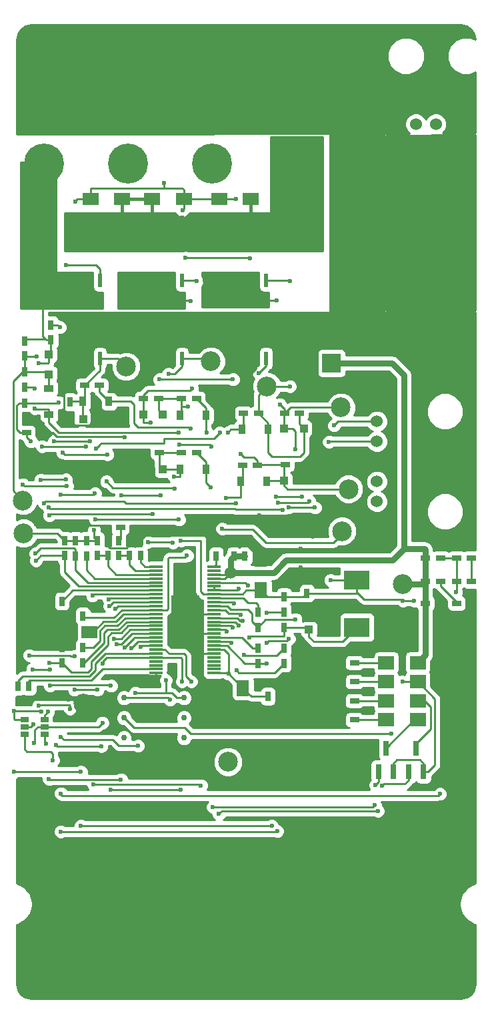
<source format=gbr>
G04 #@! TF.FileFunction,Copper,L1,Top,Signal*
%FSLAX46Y46*%
G04 Gerber Fmt 4.6, Leading zero omitted, Abs format (unit mm)*
G04 Created by KiCad (PCBNEW 4.0.7) date 04/17/18 20:34:35*
%MOMM*%
%LPD*%
G01*
G04 APERTURE LIST*
%ADD10C,0.100000*%
%ADD11R,2.400000X2.400000*%
%ADD12C,2.400000*%
%ADD13C,0.600000*%
%ADD14R,0.550000X1.750000*%
%ADD15R,1.676400X0.304800*%
%ADD16R,3.610000X6.350000*%
%ADD17R,2.000000X1.600000*%
%ADD18R,1.600000X2.000000*%
%ADD19C,5.080000*%
%ADD20R,2.000000X1.700000*%
%ADD21R,1.000000X1.000000*%
%ADD22R,3.251200X2.489200*%
%ADD23R,0.800000X1.900000*%
%ADD24C,2.499360*%
%ADD25R,1.000000X0.700000*%
%ADD26C,1.524000*%
%ADD27R,0.900000X1.200000*%
%ADD28R,1.200000X0.900000*%
%ADD29C,0.762000*%
%ADD30R,1.200000X0.750000*%
%ADD31R,0.750000X1.200000*%
%ADD32C,0.254000*%
%ADD33C,0.250000*%
%ADD34C,0.406400*%
%ADD35C,0.762000*%
G04 APERTURE END LIST*
D10*
D11*
X154000200Y-70078600D03*
D12*
X154000200Y-65078600D03*
D13*
X128778000Y-62611000D03*
X128016000Y-62611000D03*
X127254000Y-62611000D03*
X128778000Y-61849000D03*
X128016000Y-61849000D03*
X127254000Y-61849000D03*
X128778000Y-61087000D03*
X128016000Y-61087000D03*
X127254000Y-61087000D03*
X128778000Y-60325000D03*
X128016000Y-60325000D03*
X127254000Y-60325000D03*
X128778000Y-59563000D03*
X128016000Y-59563000D03*
X127254000Y-59563000D03*
X128778000Y-58801000D03*
X128016000Y-58801000D03*
X139446000Y-62611000D03*
X138684000Y-62611000D03*
X137922000Y-62611000D03*
X139446000Y-61849000D03*
X138684000Y-61849000D03*
X137922000Y-61849000D03*
X139446000Y-61087000D03*
X138684000Y-61087000D03*
X137922000Y-61087000D03*
X139446000Y-60325000D03*
X138684000Y-60325000D03*
X137922000Y-60325000D03*
X139446000Y-59563000D03*
X138684000Y-59563000D03*
X137922000Y-59563000D03*
X139446000Y-58801000D03*
X138684000Y-58801000D03*
X137922000Y-58801000D03*
D14*
X141859000Y-59580000D03*
X143129000Y-59580000D03*
X144399000Y-59580000D03*
X145669000Y-59580000D03*
X145669000Y-52180000D03*
X144399000Y-52180000D03*
X143129000Y-52180000D03*
X141859000Y-52180000D03*
D15*
X131737100Y-95891414D03*
X131737100Y-96391412D03*
X131737100Y-96891412D03*
X131737100Y-97391410D03*
X131737100Y-97891410D03*
X131737100Y-98391409D03*
X131737100Y-98891408D03*
X131737100Y-99391406D03*
X131737100Y-99891406D03*
X131737100Y-100391404D03*
X131737100Y-100891404D03*
X131737100Y-101391403D03*
X131737100Y-101891402D03*
X131737100Y-102391400D03*
X131737100Y-102891400D03*
X131737100Y-103391398D03*
X131737100Y-103891397D03*
X131737100Y-104391396D03*
X131737100Y-104891396D03*
X131737100Y-105391394D03*
X131737100Y-105891394D03*
X131737100Y-106391392D03*
X131737100Y-106891391D03*
X131737100Y-107391390D03*
X131737100Y-107891390D03*
X131737100Y-108391388D03*
X131737100Y-108891388D03*
X131737100Y-109391386D03*
X139077700Y-109391386D03*
X139077700Y-108891388D03*
X139077700Y-108391388D03*
X139077700Y-107891390D03*
X139077700Y-107391390D03*
X139077700Y-106891391D03*
X139077700Y-106391392D03*
X139077700Y-105891394D03*
X139077700Y-105391394D03*
X139077700Y-104891396D03*
X139077700Y-104391396D03*
X139077700Y-103891397D03*
X139077700Y-103391398D03*
X139077700Y-102891400D03*
X139077700Y-102391400D03*
X139077700Y-101891402D03*
X139077700Y-101391403D03*
X139077700Y-100891404D03*
X139077700Y-100391404D03*
X139077700Y-99891406D03*
X139077700Y-99391406D03*
X139077700Y-98891408D03*
X139077700Y-98391409D03*
X139077700Y-97891410D03*
X139077700Y-97391410D03*
X139077700Y-96891412D03*
X139077700Y-96391412D03*
X139077700Y-95891414D03*
D16*
X135407400Y-102641400D03*
D13*
X127254000Y-58801000D03*
D11*
X151434800Y-54254400D03*
D12*
X156434800Y-54254400D03*
D17*
X123234200Y-104165400D03*
X119234200Y-104165400D03*
D18*
X142748000Y-115284000D03*
X142748000Y-111284000D03*
X145034000Y-98901000D03*
X145034000Y-94901000D03*
D17*
X127412500Y-49276000D03*
X123412500Y-49276000D03*
X139732000Y-49276000D03*
X143732000Y-49276000D03*
X131223000Y-49276000D03*
X135223000Y-49276000D03*
D19*
X149351000Y-44602400D03*
X157352000Y-44602400D03*
D20*
X160941000Y-108077000D03*
X164941000Y-108077000D03*
X160941000Y-110490000D03*
X164941000Y-110490000D03*
X160941000Y-112903000D03*
X164941000Y-112903000D03*
X160941000Y-115316000D03*
X164941000Y-115316000D03*
D21*
X151130000Y-103866000D03*
X151130000Y-101366000D03*
X122448000Y-77216000D03*
X124948000Y-77216000D03*
X147975000Y-84963000D03*
X150475000Y-84963000D03*
X132568000Y-83566000D03*
X130068000Y-83566000D03*
X118110000Y-71481000D03*
X118110000Y-68981000D03*
X150475000Y-78359000D03*
X147975000Y-78359000D03*
X132568000Y-76581000D03*
X130068000Y-76581000D03*
D22*
X157226000Y-103581200D03*
X157226000Y-97586800D03*
D23*
X163769000Y-121896000D03*
X165669000Y-121896000D03*
X164719000Y-118896000D03*
X159959000Y-121896000D03*
X161859000Y-121896000D03*
X160909000Y-118896000D03*
D24*
X163004500Y-98107500D03*
X114858800Y-91643200D03*
X127889000Y-70485000D03*
X156146500Y-86042500D03*
X138684000Y-69850000D03*
X114808000Y-87503000D03*
X145796000Y-73025000D03*
X155321000Y-91376500D03*
X155194000Y-75692000D03*
X140843000Y-120650000D03*
X149225000Y-115189000D03*
X122491500Y-113284000D03*
X170053000Y-105029000D03*
X151587200Y-91033600D03*
D25*
X115030500Y-115255000D03*
X115030500Y-117155000D03*
X117530500Y-115255000D03*
X117530500Y-117155000D03*
X115030500Y-116205000D03*
X117530500Y-116205000D03*
D26*
X164719000Y-39751000D03*
X167259000Y-39751000D03*
X169799000Y-39751000D03*
X159766000Y-77470000D03*
X159766000Y-80010000D03*
X159766000Y-82550000D03*
X159766000Y-85090000D03*
X159766000Y-87630000D03*
D14*
X120777000Y-59580000D03*
X122047000Y-59580000D03*
X123317000Y-59580000D03*
X124587000Y-59580000D03*
X124587000Y-52180000D03*
X123317000Y-52180000D03*
X122047000Y-52180000D03*
X120777000Y-52180000D03*
X131191000Y-59580000D03*
X132461000Y-59580000D03*
X133731000Y-59580000D03*
X135001000Y-59580000D03*
X135001000Y-52180000D03*
X133731000Y-52180000D03*
X132461000Y-52180000D03*
X131191000Y-52180000D03*
X120777000Y-69486000D03*
X122047000Y-69486000D03*
X123317000Y-69486000D03*
X124587000Y-69486000D03*
X124587000Y-62086000D03*
X123317000Y-62086000D03*
X122047000Y-62086000D03*
X120777000Y-62086000D03*
X141859000Y-69486000D03*
X143129000Y-69486000D03*
X144399000Y-69486000D03*
X145669000Y-69486000D03*
X145669000Y-62086000D03*
X144399000Y-62086000D03*
X143129000Y-62086000D03*
X141859000Y-62086000D03*
X131191000Y-69486000D03*
X132461000Y-69486000D03*
X133731000Y-69486000D03*
X135001000Y-69486000D03*
X135001000Y-62086000D03*
X133731000Y-62086000D03*
X132461000Y-62086000D03*
X131191000Y-62086000D03*
D19*
X138810000Y-44729400D03*
X128142000Y-44729400D03*
X117474000Y-44729400D03*
D27*
X125729000Y-74930000D03*
X122429000Y-74930000D03*
X142495000Y-85090000D03*
X145795000Y-85090000D03*
X138048000Y-83566000D03*
X134748000Y-83566000D03*
X138048000Y-76708000D03*
X134748000Y-76708000D03*
D28*
X118110000Y-76580000D03*
X118110000Y-73280000D03*
D27*
X142622000Y-78486000D03*
X145922000Y-78486000D03*
D29*
X127635000Y-117602000D03*
X135255000Y-117602000D03*
X127635000Y-115062000D03*
X135255000Y-115062000D03*
X127635000Y-112522000D03*
X135255000Y-112522000D03*
D30*
X165928000Y-100520500D03*
X167828000Y-100520500D03*
X165928000Y-97726500D03*
X167828000Y-97726500D03*
X125288000Y-90932000D03*
X127188000Y-90932000D03*
D31*
X122428000Y-106161800D03*
X122428000Y-108061800D03*
X128346200Y-92598200D03*
X128346200Y-94498200D03*
X115570000Y-112964000D03*
X115570000Y-111064000D03*
D30*
X169865000Y-94805500D03*
X171765000Y-94805500D03*
D31*
X114173000Y-111064000D03*
X114173000Y-112964000D03*
X145923000Y-114234000D03*
X145923000Y-112334000D03*
X139344400Y-94523600D03*
X139344400Y-92623600D03*
X147955000Y-101666000D03*
X147955000Y-103566000D03*
X144653000Y-101666000D03*
X144653000Y-103566000D03*
X147955000Y-106238000D03*
X147955000Y-108138000D03*
X144653000Y-106238000D03*
X144653000Y-108138000D03*
X147955000Y-99692500D03*
X147955000Y-97792500D03*
X150876000Y-99248000D03*
X150876000Y-97348000D03*
X143002000Y-94549000D03*
X143002000Y-92649000D03*
X141605000Y-94549000D03*
X141605000Y-92649000D03*
D30*
X115255000Y-78867000D03*
X117155000Y-78867000D03*
D31*
X120116600Y-92598200D03*
X120116600Y-94498200D03*
X121488200Y-92608400D03*
X121488200Y-94508400D03*
X122859800Y-92608400D03*
X122859800Y-94508400D03*
X122428000Y-100269000D03*
X122428000Y-102169000D03*
D30*
X169865000Y-100520500D03*
X171765000Y-100520500D03*
D31*
X124231400Y-92598200D03*
X124231400Y-94498200D03*
X125603000Y-94498200D03*
X125603000Y-92598200D03*
X126974600Y-92598200D03*
X126974600Y-94498200D03*
D30*
X155006000Y-108077000D03*
X156906000Y-108077000D03*
D31*
X119735600Y-106161800D03*
X119735600Y-108061800D03*
D30*
X165928000Y-94805500D03*
X167828000Y-94805500D03*
X169865000Y-97726500D03*
X171765000Y-97726500D03*
X155006000Y-110490000D03*
X156906000Y-110490000D03*
D31*
X129717800Y-92598200D03*
X129717800Y-94498200D03*
D30*
X132141000Y-81407000D03*
X130241000Y-81407000D03*
D31*
X119761000Y-100269000D03*
X119761000Y-102169000D03*
D30*
X155006000Y-112903000D03*
X156906000Y-112903000D03*
X155006000Y-115316000D03*
X156906000Y-115316000D03*
X122621000Y-72898000D03*
X124521000Y-72898000D03*
X144587000Y-83058000D03*
X142687000Y-83058000D03*
X134940000Y-81407000D03*
X136840000Y-81407000D03*
D31*
X115062000Y-71186000D03*
X115062000Y-73086000D03*
D30*
X144714000Y-76454000D03*
X142814000Y-76454000D03*
X134940000Y-74549000D03*
X136840000Y-74549000D03*
D31*
X115062000Y-69149000D03*
X115062000Y-67249000D03*
X120777000Y-74991000D03*
X120777000Y-73091000D03*
X118364000Y-65217000D03*
X118364000Y-67117000D03*
X115062000Y-77023000D03*
X115062000Y-75123000D03*
D30*
X148148000Y-82931000D03*
X150048000Y-82931000D03*
X149921000Y-76454000D03*
X148021000Y-76454000D03*
X132014000Y-74549000D03*
X130114000Y-74549000D03*
D26*
X141224000Y-96621600D03*
D13*
X133921500Y-64262000D03*
X135001000Y-64262000D03*
X132715000Y-47180500D03*
X140525500Y-110807500D03*
X139128500Y-110807500D03*
X137858500Y-110744000D03*
X131749800Y-110261400D03*
X167132000Y-101701600D03*
X164795200Y-101676200D03*
X116433600Y-90474800D03*
X115417600Y-102209600D03*
X120586500Y-112776000D03*
X120713500Y-106045000D03*
X129794000Y-84899500D03*
X129730500Y-91249500D03*
X150114000Y-93599000D03*
X150114000Y-96012000D03*
X152654000Y-108077000D03*
X116141500Y-115887500D03*
X114871500Y-112966500D03*
X144843500Y-89344500D03*
X158115000Y-89281000D03*
X141859000Y-49276000D03*
X121475500Y-49593500D03*
X155194000Y-82677000D03*
X127762000Y-81534000D03*
X127762000Y-79502000D03*
X144018000Y-92583000D03*
X135064500Y-50673000D03*
X143827500Y-71310500D03*
X152654000Y-101346000D03*
X152717500Y-97345500D03*
X151892000Y-88392000D03*
X148526500Y-88392000D03*
X164465000Y-100203000D03*
X134874000Y-92583000D03*
X135001000Y-110439200D03*
X134620000Y-89916000D03*
X123850400Y-91262200D03*
X123977400Y-89890600D03*
X163004500Y-110490000D03*
X163068000Y-100203000D03*
X153860500Y-97599500D03*
X135445500Y-56705500D03*
X143637000Y-56769000D03*
X116205000Y-118237000D03*
X124904500Y-108204000D03*
X124904500Y-115697000D03*
X140906500Y-109474000D03*
X136144000Y-78359000D03*
X145796000Y-101727000D03*
X143383000Y-98234500D03*
X143573500Y-104902000D03*
X142240000Y-98679000D03*
X149415500Y-80962500D03*
X149415500Y-102552500D03*
X147066000Y-62103000D03*
X147447000Y-75311000D03*
X142875000Y-107061000D03*
X142748000Y-102743000D03*
X133858000Y-92837000D03*
X131000500Y-77597000D03*
X130683000Y-92773500D03*
X136271000Y-73279000D03*
X136144000Y-62230000D03*
X141922500Y-109029500D03*
X141414500Y-103568500D03*
X116840000Y-70104000D03*
X118110000Y-88392000D03*
X148590000Y-105029000D03*
X145796000Y-105537000D03*
X145796000Y-108204000D03*
X147764500Y-88709500D03*
X139801600Y-78892400D03*
X129413000Y-118618000D03*
X119634000Y-117475000D03*
X119634000Y-86741000D03*
X123952000Y-86614000D03*
X124079000Y-80899000D03*
X116840000Y-113474500D03*
X120777000Y-113919000D03*
X115824000Y-80010000D03*
X127254000Y-122872500D03*
X118110000Y-122809000D03*
X117729000Y-118364000D03*
X119507000Y-65532000D03*
X119380000Y-75057000D03*
X132143500Y-72136000D03*
X117157500Y-114236500D03*
X141859000Y-87884000D03*
X117475000Y-87820500D03*
X141478000Y-72136000D03*
X113665000Y-114173000D03*
X122174000Y-121920000D03*
X113665000Y-121920000D03*
X123317000Y-80010000D03*
X118745000Y-80010000D03*
X117983000Y-114300000D03*
X124777500Y-118681500D03*
X118999000Y-118491000D03*
X142494000Y-81597500D03*
X144780000Y-71310500D03*
X133286500Y-71437500D03*
X133985000Y-84455000D03*
X116586000Y-69215000D03*
X120269000Y-57658000D03*
X148717000Y-59690000D03*
X148717000Y-73025000D03*
X136855200Y-59690000D03*
X140106400Y-91084400D03*
X135737600Y-75590400D03*
X142494000Y-101981000D03*
X140563600Y-87172800D03*
X138684000Y-85852000D03*
X140716000Y-104076500D03*
X138125200Y-78841600D03*
X142240000Y-103378000D03*
X134670800Y-80416400D03*
X134620000Y-78892400D03*
X141287500Y-105537000D03*
X138734800Y-80619600D03*
X116332000Y-73279000D03*
X116332000Y-75819000D03*
X140817600Y-78892400D03*
X141605000Y-100584000D03*
X116014500Y-108902500D03*
X118237000Y-110998000D03*
X118237000Y-108966000D03*
X125984000Y-110998000D03*
X116459000Y-95123000D03*
X125984000Y-124142500D03*
X134874000Y-124142500D03*
X139700000Y-127254000D03*
X159893000Y-126873000D03*
X160401000Y-123698000D03*
X115633500Y-107124500D03*
X116395500Y-94234000D03*
X121348500Y-107251500D03*
X121348500Y-111506000D03*
X124269500Y-111506000D03*
X137414000Y-123634500D03*
X123761500Y-123507500D03*
X138938000Y-126365000D03*
X159575500Y-123571000D03*
X159512000Y-126111000D03*
X135636000Y-94488000D03*
X118173500Y-108077000D03*
X118173500Y-89408000D03*
X131318000Y-89217500D03*
X122809000Y-80645000D03*
X117221000Y-80645000D03*
X123634500Y-99568000D03*
X125679200Y-100025200D03*
X125780800Y-100888800D03*
X126542800Y-101193600D03*
X126339600Y-105003600D03*
X120396000Y-85661500D03*
X114808000Y-85471000D03*
X117030500Y-84899500D03*
X120269000Y-84836000D03*
X126746000Y-105714800D03*
X127736600Y-106172000D03*
X128600200Y-106222800D03*
X129768600Y-106045000D03*
X136194800Y-110464600D03*
X161607500Y-117094000D03*
X147193000Y-87757000D03*
X151193500Y-87630000D03*
X147116800Y-129438400D03*
X119608600Y-129489200D03*
X146405600Y-128752600D03*
X122174000Y-128752600D03*
X146939000Y-86995000D03*
X150241000Y-86995000D03*
X154305000Y-77978000D03*
X153670000Y-80073500D03*
X125412500Y-85090000D03*
X134112000Y-85979000D03*
X119824500Y-81407000D03*
X125539500Y-81661000D03*
X133477000Y-112776000D03*
X132969000Y-110299500D03*
X132334000Y-86804500D03*
X127317500Y-86804500D03*
X129095500Y-111887000D03*
X119634000Y-124650500D03*
X169799000Y-99123500D03*
X167767000Y-124714000D03*
X118618000Y-120459500D03*
D32*
X135001000Y-64262000D02*
X133921500Y-64262000D01*
X132715000Y-47879000D02*
X132715000Y-47180500D01*
X135407400Y-102641400D02*
X135407400Y-105879900D01*
X139128500Y-110807500D02*
X140525500Y-110807500D01*
X137414000Y-110299500D02*
X137858500Y-110744000D01*
X137414000Y-107886500D02*
X137414000Y-110299500D01*
X135407400Y-105879900D02*
X137414000Y-107886500D01*
X131737100Y-109391386D02*
X131737100Y-110248700D01*
X131737100Y-110248700D02*
X131749800Y-110261400D01*
X135407400Y-102641400D02*
X135407400Y-100330000D01*
X139344400Y-92989400D02*
X139344400Y-92623600D01*
X139077700Y-101891402D02*
X136157398Y-101891402D01*
X136157398Y-101891402D02*
X135407400Y-102641400D01*
X141605000Y-92649000D02*
X139369800Y-92649000D01*
X139369800Y-92649000D02*
X139344400Y-92623600D01*
X152654000Y-101346000D02*
X164465000Y-101346000D01*
X167297100Y-101536500D02*
X168084500Y-101536500D01*
X167132000Y-101701600D02*
X167297100Y-101536500D01*
X164465000Y-101346000D02*
X164795200Y-101676200D01*
X124983200Y-90627200D02*
X123393200Y-90627200D01*
X116433600Y-90474800D02*
X116586000Y-90627200D01*
X116586000Y-90627200D02*
X123393200Y-90627200D01*
X115458200Y-102169000D02*
X119761000Y-102169000D01*
X115458200Y-102169000D02*
X115417600Y-102209600D01*
X124983200Y-90627200D02*
X125288000Y-90932000D01*
X129717800Y-92598200D02*
X129717800Y-92532200D01*
X129717800Y-92532200D02*
X130352800Y-91897200D01*
X138618000Y-91897200D02*
X139344400Y-92623600D01*
X130352800Y-91897200D02*
X138618000Y-91897200D01*
X151587200Y-91033600D02*
X151587200Y-89344500D01*
X120586500Y-112776000D02*
X121983500Y-112776000D01*
X121983500Y-112776000D02*
X122491500Y-113284000D01*
X119735600Y-106161800D02*
X120596700Y-106161800D01*
X120713500Y-106045000D02*
X120596700Y-106161800D01*
X120586500Y-112776000D02*
X115758000Y-112776000D01*
X115758000Y-112776000D02*
X115570000Y-112964000D01*
X129717800Y-92598200D02*
X129717800Y-91262200D01*
X130068000Y-84625500D02*
X130068000Y-83566000D01*
X129794000Y-84899500D02*
X130068000Y-84625500D01*
X129717800Y-91262200D02*
X129730500Y-91249500D01*
X119555300Y-105981500D02*
X119735600Y-106161800D01*
X147955000Y-97792500D02*
X148333500Y-97792500D01*
X146272500Y-93662500D02*
X145034000Y-94901000D01*
X150050500Y-93662500D02*
X146272500Y-93662500D01*
X150114000Y-93599000D02*
X150050500Y-93662500D01*
X148333500Y-97792500D02*
X150114000Y-96012000D01*
X152654000Y-108077000D02*
X155006000Y-108077000D01*
X170053000Y-105029000D02*
X170053000Y-101536500D01*
X170053000Y-101536500D02*
X170053000Y-101600000D01*
X170053000Y-101600000D02*
X170053000Y-101536500D01*
X167828000Y-100520500D02*
X167828000Y-101280000D01*
X167828000Y-101280000D02*
X168084500Y-101536500D01*
X171765000Y-101285000D02*
X171765000Y-100520500D01*
X171513500Y-101536500D02*
X171765000Y-101285000D01*
X168084500Y-101536500D02*
X170053000Y-101536500D01*
X170053000Y-101536500D02*
X171513500Y-101536500D01*
X115824000Y-116205000D02*
X115030500Y-116205000D01*
X116141500Y-115887500D02*
X115824000Y-116205000D01*
X114871500Y-112966500D02*
X114175500Y-112966500D01*
X114175500Y-112966500D02*
X114173000Y-112964000D01*
X114874000Y-112964000D02*
X115570000Y-112964000D01*
X114871500Y-112966500D02*
X114874000Y-112964000D01*
X125603000Y-92598200D02*
X125603000Y-93281500D01*
X127952500Y-93535500D02*
X128346200Y-93141800D01*
X125857000Y-93535500D02*
X127952500Y-93535500D01*
X125603000Y-93281500D02*
X125857000Y-93535500D01*
X128346200Y-93141800D02*
X128346200Y-92598200D01*
X158051500Y-89344500D02*
X151587200Y-89344500D01*
X151587200Y-89344500D02*
X144843500Y-89344500D01*
X158115000Y-89281000D02*
X158051500Y-89344500D01*
X155194000Y-82677000D02*
X150302000Y-82677000D01*
X150302000Y-82677000D02*
X150048000Y-82931000D01*
X141859000Y-49276000D02*
X139732000Y-49276000D01*
X123444000Y-49244500D02*
X123444000Y-47879000D01*
X123444000Y-47879000D02*
X132715000Y-47879000D01*
X132715000Y-47879000D02*
X135001000Y-47879000D01*
X135001000Y-47879000D02*
X135223000Y-48101000D01*
X135223000Y-48101000D02*
X135223000Y-49276000D01*
X123444000Y-49244500D02*
X123412500Y-49276000D01*
X121475500Y-49593500D02*
X121475500Y-49530000D01*
X121729500Y-49276000D02*
X123412500Y-49276000D01*
X121475500Y-49530000D02*
X121729500Y-49276000D01*
X147955000Y-97792500D02*
X150431500Y-97792500D01*
X150431500Y-97792500D02*
X150876000Y-97348000D01*
X120777000Y-73091000D02*
X120330000Y-73091000D01*
X123805000Y-77978000D02*
X124821000Y-76962000D01*
X120977002Y-77978000D02*
X123805000Y-77978000D01*
X120904000Y-77904998D02*
X120977002Y-77978000D01*
X120904000Y-76962000D02*
X120904000Y-77904998D01*
X120015000Y-76073000D02*
X120904000Y-76962000D01*
X120015000Y-73406000D02*
X120015000Y-76073000D01*
X120330000Y-73091000D02*
X120015000Y-73406000D01*
X155321000Y-82550000D02*
X159766000Y-82550000D01*
X155194000Y-82677000D02*
X155321000Y-82550000D01*
X125288000Y-90932000D02*
X125288000Y-92283200D01*
X125288000Y-92283200D02*
X125603000Y-92598200D01*
X120777000Y-69486000D02*
X120777000Y-73091000D01*
X127000000Y-79375000D02*
X127635000Y-79375000D01*
X127889000Y-81407000D02*
X130241000Y-81407000D01*
X127762000Y-81534000D02*
X127889000Y-81407000D01*
X127635000Y-79375000D02*
X127762000Y-79502000D01*
X117155000Y-78867000D02*
X118618000Y-78867000D01*
X119126000Y-79375000D02*
X125349000Y-79375000D01*
X125349000Y-79375000D02*
X127000000Y-79375000D01*
X127000000Y-79375000D02*
X127127000Y-79375000D01*
X118618000Y-78867000D02*
X119126000Y-79375000D01*
X115062000Y-77023000D02*
X115311000Y-77023000D01*
X115311000Y-77023000D02*
X117155000Y-78867000D01*
X143952000Y-92649000D02*
X143002000Y-92649000D01*
X144018000Y-92583000D02*
X143952000Y-92649000D01*
X169799000Y-39751000D02*
X169799000Y-41592500D01*
X166789100Y-44602400D02*
X157352000Y-44602400D01*
X169799000Y-41592500D02*
X166789100Y-44602400D01*
X140081000Y-49276000D02*
X139732000Y-49276000D01*
X135223000Y-50514500D02*
X135223000Y-49276000D01*
X135064500Y-50673000D02*
X135223000Y-50514500D01*
X139732000Y-49276000D02*
X135223000Y-49276000D01*
X150048000Y-82931000D02*
X150048000Y-84536000D01*
X150048000Y-84536000D02*
X150475000Y-84963000D01*
X143129000Y-69486000D02*
X144399000Y-69486000D01*
X141859000Y-69486000D02*
X143129000Y-69486000D01*
X144399000Y-70739000D02*
X144399000Y-69486000D01*
X143827500Y-71310500D02*
X144399000Y-70739000D01*
X149225000Y-115189000D02*
X146878000Y-115189000D01*
X146878000Y-115189000D02*
X145923000Y-114234000D01*
X155006000Y-115316000D02*
X149352000Y-115316000D01*
X149352000Y-115316000D02*
X149225000Y-115189000D01*
X155006000Y-112903000D02*
X155006000Y-115316000D01*
X155006000Y-110490000D02*
X155006000Y-112903000D01*
X155006000Y-108077000D02*
X155006000Y-110490000D01*
X151130000Y-101366000D02*
X152634000Y-101366000D01*
X152634000Y-101366000D02*
X152654000Y-101346000D01*
X152715000Y-97348000D02*
X150876000Y-97348000D01*
X152717500Y-97345500D02*
X152715000Y-97348000D01*
X145923000Y-114234000D02*
X143798000Y-114234000D01*
X143798000Y-114234000D02*
X142748000Y-115284000D01*
X139077700Y-106891391D02*
X137668000Y-106891391D01*
X137668000Y-106891391D02*
X137117391Y-106891391D01*
X137117391Y-106891391D02*
X135407400Y-105181400D01*
X135407400Y-105181400D02*
X135407400Y-102641400D01*
X139077700Y-104391396D02*
X137157396Y-104391396D01*
X137157396Y-104391396D02*
X135407400Y-102641400D01*
X136157398Y-101891402D02*
X135407400Y-102641400D01*
X130241000Y-81407000D02*
X130241000Y-83393000D01*
X130241000Y-83393000D02*
X130068000Y-83566000D01*
X143002000Y-92649000D02*
X143002000Y-92869000D01*
X143002000Y-92869000D02*
X145034000Y-94901000D01*
X141605000Y-92649000D02*
X143002000Y-92649000D01*
D33*
X119234200Y-104165400D02*
X119234200Y-105660400D01*
X119234200Y-105660400D02*
X119735600Y-106161800D01*
X119234200Y-104165400D02*
X119234200Y-102695800D01*
X119234200Y-102695800D02*
X119761000Y-102169000D01*
X122428000Y-100269000D02*
X121661000Y-100269000D01*
X121661000Y-100269000D02*
X119761000Y-102169000D01*
D32*
X128346200Y-92598200D02*
X129717800Y-92598200D01*
X169865000Y-100520500D02*
X169865000Y-100396000D01*
X169865000Y-100396000D02*
X167828000Y-98359000D01*
X167828000Y-98359000D02*
X167828000Y-97726500D01*
X131737100Y-101891402D02*
X127572198Y-101891402D01*
X125018800Y-102870000D02*
X123723400Y-104165400D01*
X126593600Y-102870000D02*
X125018800Y-102870000D01*
X127572198Y-101891402D02*
X126593600Y-102870000D01*
X123723400Y-104165400D02*
X123234200Y-104165400D01*
X123234200Y-104165400D02*
X124028200Y-104165400D01*
X127188000Y-90932000D02*
X127188000Y-92384800D01*
X127188000Y-92384800D02*
X126974600Y-92598200D01*
D33*
X126949200Y-92572800D02*
X126974600Y-92598200D01*
D32*
X148717000Y-88392000D02*
X148526500Y-88392000D01*
X148717000Y-88392000D02*
X151892000Y-88392000D01*
X164465000Y-100203000D02*
X163068000Y-100203000D01*
X137414000Y-99060000D02*
X137414000Y-92583000D01*
X137414000Y-99060000D02*
X137745406Y-99391406D01*
X139077700Y-99391406D02*
X137745406Y-99391406D01*
X137414000Y-92583000D02*
X134874000Y-92583000D01*
X134848790Y-107391390D02*
X135001000Y-107543600D01*
X131737100Y-107391390D02*
X134848790Y-107391390D01*
X135001000Y-107543600D02*
X135001000Y-110439200D01*
X123850400Y-91262200D02*
X123850400Y-92217200D01*
X123850400Y-92217200D02*
X124231400Y-92598200D01*
X124155200Y-89916000D02*
X124002800Y-89916000D01*
X124460000Y-89916000D02*
X124155200Y-89916000D01*
X124002800Y-89916000D02*
X123977400Y-89890600D01*
X124460000Y-89916000D02*
X134620000Y-89916000D01*
X114871500Y-91630500D02*
X119148900Y-91630500D01*
X119148900Y-91630500D02*
X120116600Y-92598200D01*
X114871500Y-91630500D02*
X114858800Y-91643200D01*
X164941000Y-110490000D02*
X163004500Y-110490000D01*
X158115000Y-100012500D02*
X157226000Y-99123500D01*
X163068000Y-100203000D02*
X162877500Y-100012500D01*
X162877500Y-100012500D02*
X158115000Y-100012500D01*
X157226000Y-97586800D02*
X153873200Y-97586800D01*
X153873200Y-97586800D02*
X153860500Y-97599500D01*
X147955000Y-99692500D02*
X145825500Y-99692500D01*
X145825500Y-99692500D02*
X145034000Y-98901000D01*
X147955000Y-99692500D02*
X150431500Y-99692500D01*
X150431500Y-99692500D02*
X150876000Y-99248000D01*
X141795500Y-56705500D02*
X143573500Y-56705500D01*
X140208000Y-56705500D02*
X135445500Y-56705500D01*
X140208000Y-56705500D02*
X141795500Y-56705500D01*
X143573500Y-56705500D02*
X143637000Y-56769000D01*
X116205000Y-118237000D02*
X116332000Y-118110000D01*
X116332000Y-118110000D02*
X116332000Y-116586000D01*
X116332000Y-116586000D02*
X116713000Y-116205000D01*
X116713000Y-116205000D02*
X117530500Y-116205000D01*
X131737100Y-107391390D02*
X125406666Y-107391390D01*
X125406666Y-107391390D02*
X124904500Y-107893556D01*
X124904500Y-107893556D02*
X124904500Y-108204000D01*
X124904500Y-115697000D02*
X124396500Y-116205000D01*
X124396500Y-116205000D02*
X117530500Y-116205000D01*
X145381000Y-99248000D02*
X145034000Y-98901000D01*
X157226000Y-97586800D02*
X157226000Y-99123500D01*
X157226000Y-99123500D02*
X157226000Y-99187000D01*
X157226000Y-99187000D02*
X157165000Y-99248000D01*
X157165000Y-99248000D02*
X150876000Y-99248000D01*
X142670594Y-99391406D02*
X139077700Y-99391406D01*
X143161000Y-98901000D02*
X142670594Y-99391406D01*
X145034000Y-98901000D02*
X143161000Y-98901000D01*
X161859000Y-121896000D02*
X161859000Y-120843000D01*
X165669000Y-120838000D02*
X165669000Y-121896000D01*
X165227000Y-120396000D02*
X165669000Y-120838000D01*
X162306000Y-120396000D02*
X165227000Y-120396000D01*
X161859000Y-120843000D02*
X162306000Y-120396000D01*
X165669000Y-121896000D02*
X166267000Y-121896000D01*
X167132000Y-112681000D02*
X164941000Y-110490000D01*
X167132000Y-121031000D02*
X167132000Y-112681000D01*
X166267000Y-121896000D02*
X167132000Y-121031000D01*
X145381000Y-99248000D02*
X145034000Y-98901000D01*
X122859800Y-92608400D02*
X124221200Y-92608400D01*
X124221200Y-92608400D02*
X124231400Y-92598200D01*
X121488200Y-92608400D02*
X122859800Y-92608400D01*
X120116600Y-92598200D02*
X121478000Y-92598200D01*
X121478000Y-92598200D02*
X121488200Y-92608400D01*
X126796800Y-103378000D02*
X125222000Y-103378000D01*
X124612400Y-103987600D02*
X124612400Y-105308400D01*
X131737100Y-102391400D02*
X127783400Y-102391400D01*
X127783400Y-102391400D02*
X126796800Y-103378000D01*
X125222000Y-103378000D02*
X124612400Y-103987600D01*
X123759000Y-106161800D02*
X122428000Y-106161800D01*
X124612400Y-105308400D02*
X123759000Y-106161800D01*
X125120400Y-104241600D02*
X125120400Y-105537000D01*
X125120400Y-104241600D02*
X125526800Y-103835200D01*
X125526800Y-103835200D02*
X127000000Y-103835200D01*
X127000000Y-103835200D02*
X127943800Y-102891400D01*
X131737100Y-102891400D02*
X127943800Y-102891400D01*
X125120400Y-105537000D02*
X122595600Y-108061800D01*
X122595600Y-108061800D02*
X122428000Y-108061800D01*
X131737100Y-96391412D02*
X129055812Y-96391412D01*
X128346200Y-95681800D02*
X128346200Y-95072200D01*
X129055812Y-96391412D02*
X128346200Y-95681800D01*
X128346200Y-95072200D02*
X128346200Y-94498200D01*
X126974600Y-94498200D02*
X128346200Y-94498200D01*
X128346200Y-95072200D02*
X128346200Y-94498200D01*
X118110000Y-110299500D02*
X115633500Y-110299500D01*
X115570000Y-110363000D02*
X115570000Y-111064000D01*
X115633500Y-110299500D02*
X115570000Y-110363000D01*
X131737100Y-108891388D02*
X124915612Y-108891388D01*
X123507500Y-110299500D02*
X118110000Y-110299500D01*
X118110000Y-110299500D02*
X117947400Y-110299500D01*
X124915612Y-108891388D02*
X123507500Y-110299500D01*
X171765000Y-94805500D02*
X171765000Y-97726500D01*
X116982200Y-109791500D02*
X114744500Y-109791500D01*
X125264609Y-106891391D02*
X124015500Y-108140500D01*
X124015500Y-108140500D02*
X124015500Y-109029500D01*
X124015500Y-109029500D02*
X123253500Y-109791500D01*
X123253500Y-109791500D02*
X116982200Y-109791500D01*
X131737100Y-106891391D02*
X125264609Y-106891391D01*
X114173000Y-110363000D02*
X114173000Y-111064000D01*
X114744500Y-109791500D02*
X114173000Y-110363000D01*
X140906500Y-109474000D02*
X140906500Y-106997500D01*
X140300392Y-106391392D02*
X139077700Y-106391392D01*
X140906500Y-106997500D02*
X140300392Y-106391392D01*
X145923000Y-112334000D02*
X143798000Y-112334000D01*
X143798000Y-112334000D02*
X142748000Y-111284000D01*
X140906500Y-109474000D02*
X140938000Y-109474000D01*
X140938000Y-109474000D02*
X142748000Y-111284000D01*
X140823886Y-109391386D02*
X139077700Y-109391386D01*
X140906500Y-109474000D02*
X140823886Y-109391386D01*
X136017000Y-78232000D02*
X136144000Y-78359000D01*
X128524000Y-74930000D02*
X125729000Y-74930000D01*
X128905000Y-77724000D02*
X129413000Y-78232000D01*
X128905000Y-75311000D02*
X128905000Y-77724000D01*
X128524000Y-74930000D02*
X128905000Y-75311000D01*
X129413000Y-78232000D02*
X136017000Y-78232000D01*
X124521000Y-72898000D02*
X124521000Y-73722000D01*
X124521000Y-73722000D02*
X125729000Y-74930000D01*
X139344400Y-95624714D02*
X139077700Y-95891414D01*
X139344400Y-94523600D02*
X139344400Y-95624714D01*
X139077700Y-97891410D02*
X143039910Y-97891410D01*
X145857000Y-101666000D02*
X147955000Y-101666000D01*
X145796000Y-101727000D02*
X145857000Y-101666000D01*
X143039910Y-97891410D02*
X143383000Y-98234500D01*
X139077700Y-98391409D02*
X139077700Y-98891408D01*
X147955000Y-104711500D02*
X147955000Y-103566000D01*
X143764000Y-104711500D02*
X147955000Y-104711500D01*
X143573500Y-104902000D02*
X143764000Y-104711500D01*
X142027592Y-98891408D02*
X142240000Y-98679000D01*
X139077700Y-98891408D02*
X142027592Y-98891408D01*
X151130000Y-103866000D02*
X151130000Y-104775000D01*
X155397200Y-105410000D02*
X157226000Y-103581200D01*
X151765000Y-105410000D02*
X155397200Y-105410000D01*
X151130000Y-104775000D02*
X151765000Y-105410000D01*
X147955000Y-103566000D02*
X150830000Y-103566000D01*
X150830000Y-103566000D02*
X151130000Y-103866000D01*
X139077700Y-99891406D02*
X142817406Y-99891406D01*
X144653000Y-100711000D02*
X144653000Y-101666000D01*
X144399000Y-100457000D02*
X144653000Y-100711000D01*
X143383000Y-100457000D02*
X144399000Y-100457000D01*
X142817406Y-99891406D02*
X143383000Y-100457000D01*
X147975000Y-78359000D02*
X149098000Y-78359000D01*
X149415500Y-102552500D02*
X149352000Y-102616000D01*
X149352000Y-102616000D02*
X145603000Y-102616000D01*
X145603000Y-102616000D02*
X144653000Y-103566000D01*
X149415500Y-78676500D02*
X149415500Y-80962500D01*
X149098000Y-78359000D02*
X149415500Y-78676500D01*
X147049000Y-62086000D02*
X147066000Y-62103000D01*
X145669000Y-62086000D02*
X147049000Y-62086000D01*
X148021000Y-75885000D02*
X148021000Y-76454000D01*
X147447000Y-75311000D02*
X148021000Y-75885000D01*
X155194000Y-75692000D02*
X148783000Y-75692000D01*
X148783000Y-75692000D02*
X148021000Y-76454000D01*
X139077700Y-100891404D02*
X140769404Y-100891404D01*
X143891000Y-101854000D02*
X143891000Y-102804000D01*
X143891000Y-102804000D02*
X144653000Y-103566000D01*
X140769404Y-100891404D02*
X141224000Y-101346000D01*
X141224000Y-101346000D02*
X143383000Y-101346000D01*
X143383000Y-101346000D02*
X143891000Y-101854000D01*
X147975000Y-78359000D02*
X147975000Y-76500000D01*
X147975000Y-76500000D02*
X148021000Y-76454000D01*
X141986000Y-102391400D02*
X142015400Y-102391400D01*
X142015400Y-102391400D02*
X142367000Y-102743000D01*
X147005000Y-107188000D02*
X147955000Y-106238000D01*
X143002000Y-107188000D02*
X147005000Y-107188000D01*
X142875000Y-107061000D02*
X143002000Y-107188000D01*
X142367000Y-102743000D02*
X142748000Y-102743000D01*
X139077700Y-102391400D02*
X141986000Y-102391400D01*
X133794500Y-92773500D02*
X133858000Y-92837000D01*
X130683000Y-92773500D02*
X133794500Y-92773500D01*
X130111500Y-77597000D02*
X131000500Y-77597000D01*
X130068000Y-77640500D02*
X130068000Y-76581000D01*
X130683000Y-92773500D02*
X130810000Y-92900500D01*
X135001000Y-62086000D02*
X136000000Y-62086000D01*
X130114000Y-74102000D02*
X130114000Y-74549000D01*
X130683000Y-73533000D02*
X130114000Y-74102000D01*
X136017000Y-73533000D02*
X130683000Y-73533000D01*
X136271000Y-73279000D02*
X136017000Y-73533000D01*
X136000000Y-62086000D02*
X136144000Y-62230000D01*
X139077700Y-103391398D02*
X141237398Y-103391398D01*
X146746000Y-109347000D02*
X147955000Y-108138000D01*
X142240000Y-109347000D02*
X146746000Y-109347000D01*
X141922500Y-109029500D02*
X142240000Y-109347000D01*
X141237398Y-103391398D02*
X141414500Y-103568500D01*
X130114000Y-74549000D02*
X130114000Y-76535000D01*
X130114000Y-76535000D02*
X130068000Y-76581000D01*
X139077700Y-104891396D02*
X140081000Y-104891396D01*
X140081000Y-104891396D02*
X142610396Y-104891396D01*
X143957000Y-106238000D02*
X144653000Y-106238000D01*
X142610396Y-104891396D02*
X143957000Y-106238000D01*
X141859000Y-88646000D02*
X147701000Y-88646000D01*
X145796000Y-108204000D02*
X145730000Y-108138000D01*
X144653000Y-108138000D02*
X145730000Y-108138000D01*
X146177000Y-105283000D02*
X146050000Y-105283000D01*
X148590000Y-105029000D02*
X148336000Y-105283000D01*
X148336000Y-105283000D02*
X146177000Y-105283000D01*
X141732000Y-88519000D02*
X141859000Y-88646000D01*
X118110000Y-69977000D02*
X117983000Y-70104000D01*
X117983000Y-70104000D02*
X116840000Y-70104000D01*
X118110000Y-69977000D02*
X118110000Y-68981000D01*
X118237000Y-88519000D02*
X139954000Y-88519000D01*
X118110000Y-88392000D02*
X118237000Y-88519000D01*
X139954000Y-88519000D02*
X141732000Y-88519000D01*
X146050000Y-105283000D02*
X145796000Y-105537000D01*
X147701000Y-88646000D02*
X147764500Y-88709500D01*
X118364000Y-67117000D02*
X118364000Y-68727000D01*
X118364000Y-68727000D02*
X118110000Y-68981000D01*
X117665500Y-66992500D02*
X115318500Y-66992500D01*
X115318500Y-66992500D02*
X115062000Y-67249000D01*
X118364000Y-67117000D02*
X117790000Y-67117000D01*
X117348000Y-63246000D02*
X117729000Y-62865000D01*
X117348000Y-66675000D02*
X117348000Y-63246000D01*
X117790000Y-67117000D02*
X117665500Y-66992500D01*
X117665500Y-66992500D02*
X117348000Y-66675000D01*
X139077700Y-105891394D02*
X140752894Y-105891394D01*
X140752894Y-105891394D02*
X142999500Y-108138000D01*
X142999500Y-108138000D02*
X144653000Y-108138000D01*
X137261600Y-79654400D02*
X139039600Y-79654400D01*
X139039600Y-79654400D02*
X139801600Y-78892400D01*
X132740400Y-79654400D02*
X133146800Y-79654400D01*
X137261600Y-79654400D02*
X133146800Y-79654400D01*
X132740400Y-80264000D02*
X125323600Y-80264000D01*
X132740400Y-79654400D02*
X132740400Y-80264000D01*
X124587000Y-80391000D02*
X124714000Y-80264000D01*
X127000000Y-118618000D02*
X129413000Y-118618000D01*
X120015000Y-117856000D02*
X126238000Y-117856000D01*
X119634000Y-117475000D02*
X120015000Y-117856000D01*
X123825000Y-86741000D02*
X119634000Y-86741000D01*
X123952000Y-86614000D02*
X123825000Y-86741000D01*
X124587000Y-80391000D02*
X124079000Y-80899000D01*
X126238000Y-117856000D02*
X127000000Y-118618000D01*
X124714000Y-80264000D02*
X125323600Y-80264000D01*
X125323600Y-80264000D02*
X125349000Y-80264000D01*
X120777000Y-113474500D02*
X120777000Y-113919000D01*
X120713500Y-113411000D02*
X120777000Y-113474500D01*
X116903500Y-113411000D02*
X120713500Y-113411000D01*
X116840000Y-113474500D02*
X116903500Y-113411000D01*
X115255000Y-79441000D02*
X115255000Y-78867000D01*
X115255000Y-79441000D02*
X115824000Y-80010000D01*
X126809500Y-122872500D02*
X127254000Y-122872500D01*
X118173500Y-122872500D02*
X126809500Y-122872500D01*
X118110000Y-122809000D02*
X118173500Y-122872500D01*
X117530500Y-117155000D02*
X117530500Y-118165500D01*
X117729000Y-118364000D02*
X117530500Y-118165500D01*
X115062000Y-75123000D02*
X119314000Y-75123000D01*
X119192000Y-65217000D02*
X118364000Y-65217000D01*
X119507000Y-65532000D02*
X119192000Y-65217000D01*
X119314000Y-75123000D02*
X119380000Y-75057000D01*
X115255000Y-78867000D02*
X114427000Y-78867000D01*
X114361000Y-75123000D02*
X115062000Y-75123000D01*
X114046000Y-75438000D02*
X114361000Y-75123000D01*
X114046000Y-78486000D02*
X114046000Y-75438000D01*
X114427000Y-78867000D02*
X114046000Y-78486000D01*
X113665000Y-114173000D02*
X117094000Y-114173000D01*
X117157500Y-114236500D02*
X117094000Y-114173000D01*
X127635000Y-87630000D02*
X117665500Y-87630000D01*
X127889000Y-87884000D02*
X127635000Y-87630000D01*
X141859000Y-87884000D02*
X127889000Y-87884000D01*
X117665500Y-87630000D02*
X117475000Y-87820500D01*
X133286500Y-72136000D02*
X141478000Y-72136000D01*
X133286500Y-72136000D02*
X132143500Y-72136000D01*
X122237500Y-121920000D02*
X122174000Y-121920000D01*
X113665000Y-121920000D02*
X122237500Y-121920000D01*
X114969500Y-115316000D02*
X113792000Y-115316000D01*
X113665000Y-114173000D02*
X113665000Y-115189000D01*
X113665000Y-115189000D02*
X113792000Y-115316000D01*
X114969500Y-115316000D02*
X115030500Y-115255000D01*
X123317000Y-80010000D02*
X118745000Y-80010000D01*
X117530500Y-114752500D02*
X117530500Y-115255000D01*
X117983000Y-114300000D02*
X117530500Y-114752500D01*
X119189500Y-118681500D02*
X124777500Y-118681500D01*
X118999000Y-118491000D02*
X119189500Y-118681500D01*
X156906000Y-108077000D02*
X160941000Y-108077000D01*
X156906000Y-110490000D02*
X160941000Y-110490000D01*
X156906000Y-112903000D02*
X160941000Y-112903000D01*
X164719000Y-118896000D02*
X164719000Y-118364000D01*
X164719000Y-118364000D02*
X166624000Y-116459000D01*
X166624000Y-116459000D02*
X166624000Y-113665000D01*
X166624000Y-113665000D02*
X165862000Y-112903000D01*
X165862000Y-112903000D02*
X164941000Y-112903000D01*
X156906000Y-115316000D02*
X160941000Y-115316000D01*
X164489000Y-115316000D02*
X160909000Y-118896000D01*
X164941000Y-115316000D02*
X164489000Y-115316000D01*
D33*
X122429000Y-74930000D02*
X122429000Y-77197000D01*
X122429000Y-77197000D02*
X122448000Y-77216000D01*
D32*
X124587000Y-69486000D02*
X126890000Y-69486000D01*
X126890000Y-69486000D02*
X127889000Y-70485000D01*
X122621000Y-72898000D02*
X122682000Y-72898000D01*
X122682000Y-72898000D02*
X124587000Y-70993000D01*
X124587000Y-70993000D02*
X124587000Y-69486000D01*
X122429000Y-74930000D02*
X120838000Y-74930000D01*
X120838000Y-74930000D02*
X120777000Y-74991000D01*
X122621000Y-72898000D02*
X122621000Y-74738000D01*
X122621000Y-74738000D02*
X122429000Y-74930000D01*
X145669000Y-69486000D02*
X145669000Y-70421500D01*
X144587000Y-82420500D02*
X144587000Y-83058000D01*
X144145000Y-81978500D02*
X144587000Y-82420500D01*
X142875000Y-81978500D02*
X144145000Y-81978500D01*
X142494000Y-81597500D02*
X142875000Y-81978500D01*
X145669000Y-70421500D02*
X144780000Y-71310500D01*
X156146500Y-86042500D02*
X148399500Y-86042500D01*
X147955000Y-85598000D02*
X147955000Y-84983000D01*
X148399500Y-86042500D02*
X147955000Y-85598000D01*
X147955000Y-84983000D02*
X147975000Y-84963000D01*
X147975000Y-84963000D02*
X145922000Y-84963000D01*
X145922000Y-84963000D02*
X145795000Y-85090000D01*
X147975000Y-84963000D02*
X147975000Y-83104000D01*
X147975000Y-83104000D02*
X148148000Y-82931000D01*
X148148000Y-82931000D02*
X144714000Y-82931000D01*
X144714000Y-82931000D02*
X144587000Y-83058000D01*
X135001000Y-70485000D02*
X134048500Y-71437500D01*
X134048500Y-71437500D02*
X133286500Y-71437500D01*
X135001000Y-69486000D02*
X135001000Y-70485000D01*
X135001000Y-69486000D02*
X138320000Y-69486000D01*
X138320000Y-69486000D02*
X138684000Y-69850000D01*
X133985000Y-84455000D02*
X133986000Y-84454000D01*
X133986000Y-84454000D02*
X134748000Y-84454000D01*
X134748000Y-84454000D02*
X134748000Y-83566000D01*
X134748000Y-83566000D02*
X132568000Y-83566000D01*
X132141000Y-81407000D02*
X132141000Y-83139000D01*
X132141000Y-83139000D02*
X132568000Y-83566000D01*
X134940000Y-81407000D02*
X132141000Y-81407000D01*
X113591998Y-85979000D02*
X113591998Y-86286998D01*
X113591998Y-86286998D02*
X114808000Y-87503000D01*
X116586000Y-69215000D02*
X115128000Y-69215000D01*
X115128000Y-69215000D02*
X115062000Y-69149000D01*
X124587000Y-59580000D02*
X124587000Y-58166000D01*
X116586000Y-69215000D02*
X116520000Y-69149000D01*
X124079000Y-57658000D02*
X120269000Y-57658000D01*
X124587000Y-58166000D02*
X124079000Y-57658000D01*
X115062000Y-71186000D02*
X114742000Y-71186000D01*
X114742000Y-71186000D02*
X113591998Y-72336002D01*
X113591998Y-72336002D02*
X113591998Y-85979000D01*
X113591998Y-85979000D02*
X113591998Y-86032998D01*
X118110000Y-71481000D02*
X118110000Y-73280000D01*
X115062000Y-71186000D02*
X117815000Y-71186000D01*
X117815000Y-71186000D02*
X118110000Y-71481000D01*
X115062000Y-69149000D02*
X115062000Y-71186000D01*
X145922000Y-78486000D02*
X145922000Y-81406000D01*
X150475000Y-81427000D02*
X150475000Y-78359000D01*
X149987000Y-81915000D02*
X150475000Y-81427000D01*
X146431000Y-81915000D02*
X149987000Y-81915000D01*
X145922000Y-81406000D02*
X146431000Y-81915000D01*
X145796000Y-73025000D02*
X148717000Y-73025000D01*
X148607000Y-59580000D02*
X145669000Y-59580000D01*
X148717000Y-59690000D02*
X148607000Y-59580000D01*
X144714000Y-76454000D02*
X144714000Y-74107000D01*
X144714000Y-74107000D02*
X145796000Y-73025000D01*
X145922000Y-78486000D02*
X145922000Y-77662000D01*
X145922000Y-77662000D02*
X144714000Y-76454000D01*
X150475000Y-78359000D02*
X150475000Y-78760000D01*
X149921000Y-76454000D02*
X149921000Y-77805000D01*
X149921000Y-77805000D02*
X150475000Y-78359000D01*
X136745200Y-59580000D02*
X135001000Y-59580000D01*
X136855200Y-59690000D02*
X136745200Y-59580000D01*
X135737600Y-75590400D02*
X134940000Y-75590400D01*
X140208000Y-91186000D02*
X140106400Y-91084400D01*
X141224000Y-91186000D02*
X140208000Y-91186000D01*
X148691600Y-92862400D02*
X145694400Y-92862400D01*
X154228800Y-92862400D02*
X148691600Y-92862400D01*
X155321000Y-91770200D02*
X154228800Y-92862400D01*
X144018000Y-91186000D02*
X141224000Y-91186000D01*
X145694400Y-92862400D02*
X144018000Y-91186000D01*
X155321000Y-91376500D02*
X155321000Y-91770200D01*
X134940000Y-74549000D02*
X134940000Y-75590400D01*
X134940000Y-75590400D02*
X134940000Y-76516000D01*
X134940000Y-76516000D02*
X134748000Y-76708000D01*
X132014000Y-74549000D02*
X134940000Y-74549000D01*
X132014000Y-74549000D02*
X132014000Y-76027000D01*
X132014000Y-76027000D02*
X132568000Y-76581000D01*
X140507403Y-101391403D02*
X140970000Y-101854000D01*
X140970000Y-101854000D02*
X142367000Y-101854000D01*
X142367000Y-101854000D02*
X142494000Y-101981000D01*
X139077700Y-101391403D02*
X140507403Y-101391403D01*
X140613400Y-87123000D02*
X140563600Y-87172800D01*
X142495000Y-87123000D02*
X142495000Y-85090000D01*
X142495000Y-87123000D02*
X140613400Y-87123000D01*
X142495000Y-85090000D02*
X142494000Y-85090000D01*
X142687000Y-83058000D02*
X142687000Y-84898000D01*
X142687000Y-84898000D02*
X142495000Y-85090000D01*
X140456603Y-103891397D02*
X140530897Y-103891397D01*
X138048000Y-85216000D02*
X138684000Y-85852000D01*
X138048000Y-83566000D02*
X138048000Y-84454000D01*
X140456603Y-103891397D02*
X139077700Y-103891397D01*
X138048000Y-84454000D02*
X138048000Y-85216000D01*
X140530897Y-103891397D02*
X140716000Y-104076500D01*
X139083097Y-103886000D02*
X139077700Y-103891397D01*
X138048000Y-83566000D02*
X138048000Y-82615000D01*
X138048000Y-82615000D02*
X136840000Y-81407000D01*
X138048000Y-76708000D02*
X138048000Y-77723000D01*
X138048000Y-78764400D02*
X138048000Y-77723000D01*
X138125200Y-78841600D02*
X138048000Y-78764400D01*
X140313600Y-102891400D02*
X141753400Y-102891400D01*
X141753400Y-102891400D02*
X142240000Y-103378000D01*
X139077700Y-102891400D02*
X140313600Y-102891400D01*
X138048000Y-76708000D02*
X138048000Y-75757000D01*
X138048000Y-75757000D02*
X136840000Y-74549000D01*
X119380000Y-78867000D02*
X134594600Y-78867000D01*
X118110000Y-76580000D02*
X118110000Y-77597000D01*
X118110000Y-77597000D02*
X119380000Y-78867000D01*
X134594600Y-78867000D02*
X134620000Y-78892400D01*
X135077200Y-80416400D02*
X134670800Y-80416400D01*
X141287500Y-105537000D02*
X141141894Y-105391394D01*
X141141894Y-105391394D02*
X139077700Y-105391394D01*
X138531600Y-80416400D02*
X135077200Y-80416400D01*
X138734800Y-80619600D02*
X138531600Y-80416400D01*
X134620000Y-78892400D02*
X134620000Y-78867000D01*
X116332000Y-75819000D02*
X116459000Y-75946000D01*
X116459000Y-75946000D02*
X118110000Y-75946000D01*
X118110000Y-76580000D02*
X118110000Y-75946000D01*
X116139000Y-73086000D02*
X115062000Y-73086000D01*
X116332000Y-73279000D02*
X116139000Y-73086000D01*
X115062000Y-73086000D02*
X115250000Y-73086000D01*
X140817600Y-78892400D02*
X141224000Y-78486000D01*
X141224000Y-78486000D02*
X141859000Y-78486000D01*
X142622000Y-78486000D02*
X141859000Y-78486000D01*
X141605000Y-100584000D02*
X141412404Y-100391404D01*
X141412404Y-100391404D02*
X139077700Y-100391404D01*
X142814000Y-76454000D02*
X142814000Y-78294000D01*
X142814000Y-78294000D02*
X142622000Y-78486000D01*
X125666500Y-110871000D02*
X118364000Y-110871000D01*
X118364000Y-110871000D02*
X118237000Y-110998000D01*
X118237000Y-108966000D02*
X118173500Y-108902500D01*
X118173500Y-108902500D02*
X116268500Y-108902500D01*
X125857000Y-110871000D02*
X125666500Y-110871000D01*
X125984000Y-110998000D02*
X125857000Y-110871000D01*
X116268500Y-108902500D02*
X116014500Y-108902500D01*
X117083800Y-94498200D02*
X120116600Y-94498200D01*
X116459000Y-95123000D02*
X117083800Y-94498200D01*
X134874000Y-124142500D02*
X125984000Y-124142500D01*
X163769000Y-122997000D02*
X163322000Y-123444000D01*
X163769000Y-121896000D02*
X163769000Y-122997000D01*
X140081000Y-126873000D02*
X139700000Y-127254000D01*
X159893000Y-126873000D02*
X140081000Y-126873000D01*
X160655000Y-123444000D02*
X163322000Y-123444000D01*
X160401000Y-123698000D02*
X160655000Y-123444000D01*
X131737100Y-98391409D02*
X121911809Y-98391409D01*
X121911809Y-98391409D02*
X120116600Y-96596200D01*
X120116600Y-96596200D02*
X120116600Y-94498200D01*
X120904000Y-107251500D02*
X120777000Y-107124500D01*
X120777000Y-107124500D02*
X115633500Y-107124500D01*
X121348500Y-107251500D02*
X120904000Y-107251500D01*
X121488200Y-93738700D02*
X121488200Y-94508400D01*
X121285000Y-93535500D02*
X121488200Y-93738700D01*
X117094000Y-93535500D02*
X121285000Y-93535500D01*
X116395500Y-94234000D02*
X117094000Y-93535500D01*
X121348500Y-107251500D02*
X121221500Y-107124500D01*
X124269500Y-111506000D02*
X121348500Y-111506000D01*
X137287000Y-123507500D02*
X123761500Y-123507500D01*
X137414000Y-123634500D02*
X137287000Y-123507500D01*
X159258000Y-126365000D02*
X159512000Y-126111000D01*
X159258000Y-126365000D02*
X138938000Y-126365000D01*
X159959000Y-123187500D02*
X159959000Y-121896000D01*
X159575500Y-123571000D02*
X159959000Y-123187500D01*
X131737100Y-97891410D02*
X123037410Y-97891410D01*
X123037410Y-97891410D02*
X121488200Y-96342200D01*
X121488200Y-96342200D02*
X121488200Y-94508400D01*
X131737100Y-97391410D02*
X123909010Y-97391410D01*
X122859800Y-96342200D02*
X122859800Y-94508400D01*
X123909010Y-97391410D02*
X122859800Y-96342200D01*
X122910600Y-94559200D02*
X122859800Y-94508400D01*
X133223000Y-101219000D02*
X133050597Y-101391403D01*
X133223000Y-94869000D02*
X133223000Y-101219000D01*
X133350000Y-94742000D02*
X133223000Y-94869000D01*
X131737100Y-101391403D02*
X133050597Y-101391403D01*
X135382000Y-94742000D02*
X133350000Y-94742000D01*
X135636000Y-94488000D02*
X135382000Y-94742000D01*
D33*
X122621000Y-102362000D02*
X124018000Y-102362000D01*
D32*
X127360997Y-101391403D02*
X131737100Y-101391403D01*
X126390400Y-102362000D02*
X124018000Y-102362000D01*
X127360997Y-101391403D02*
X126390400Y-102362000D01*
D33*
X122621000Y-102362000D02*
X122428000Y-102169000D01*
D32*
X131737100Y-96891412D02*
X126660212Y-96891412D01*
X125603000Y-95834200D02*
X125603000Y-94498200D01*
X126660212Y-96891412D02*
X125603000Y-95834200D01*
X124231400Y-94498200D02*
X125603000Y-94498200D01*
X131318000Y-89217500D02*
X118364000Y-89217500D01*
X118173500Y-108077000D02*
X118188700Y-108061800D01*
X118188700Y-108061800D02*
X119735600Y-108061800D01*
X118364000Y-89217500D02*
X118173500Y-89408000D01*
X123494800Y-108839000D02*
X123494800Y-108889800D01*
X128180402Y-103391398D02*
X127282598Y-104289202D01*
X127282598Y-104289202D02*
X126063398Y-104289202D01*
X126063398Y-104289202D02*
X125603000Y-104749600D01*
X125603000Y-104749600D02*
X125603000Y-105841800D01*
X125603000Y-105841800D02*
X123494800Y-107950000D01*
X123494800Y-107950000D02*
X123494800Y-108839000D01*
X131737100Y-103391398D02*
X128180402Y-103391398D01*
X120970000Y-109296200D02*
X119735600Y-108061800D01*
X123088400Y-109296200D02*
X120970000Y-109296200D01*
X123494800Y-108889800D02*
X123088400Y-109296200D01*
X131737100Y-95891414D02*
X130283014Y-95891414D01*
X129717800Y-95326200D02*
X129717800Y-94498200D01*
X130283014Y-95891414D02*
X129717800Y-95326200D01*
X129717800Y-94919800D02*
X129717800Y-94498200D01*
D33*
X121936192Y-98891408D02*
X121138592Y-98891408D01*
D32*
X131737100Y-98891408D02*
X122850592Y-98891408D01*
X122850592Y-98891408D02*
X121936192Y-98891408D01*
D33*
X121138592Y-98891408D02*
X119761000Y-100269000D01*
D32*
X122809000Y-80645000D02*
X117221000Y-80645000D01*
X125398594Y-99391406D02*
X131737100Y-99391406D01*
X125398594Y-99391406D02*
X124382594Y-99391406D01*
X123811094Y-99391406D02*
X124382594Y-99391406D01*
X123634500Y-99568000D02*
X123811094Y-99391406D01*
X125812994Y-99891406D02*
X125679200Y-100025200D01*
X131737100Y-99891406D02*
X126168594Y-99891406D01*
X126168594Y-99891406D02*
X125812994Y-99891406D01*
X126278196Y-100391404D02*
X125780800Y-100888800D01*
X131737100Y-100391404D02*
X126582996Y-100391404D01*
X126582996Y-100391404D02*
X126278196Y-100391404D01*
X126946596Y-100891404D02*
X126844996Y-100891404D01*
X126946596Y-100891404D02*
X131737100Y-100891404D01*
X126844996Y-100891404D02*
X126542800Y-101193600D01*
X126695200Y-105003600D02*
X126339600Y-105003600D01*
X128417003Y-103891397D02*
X127304800Y-105003600D01*
X127304800Y-105003600D02*
X126695200Y-105003600D01*
X128417003Y-103891397D02*
X131737100Y-103891397D01*
X114998500Y-85661500D02*
X120396000Y-85661500D01*
X114808000Y-85471000D02*
X114998500Y-85661500D01*
X117030500Y-84899500D02*
X117094000Y-84836000D01*
X117094000Y-84836000D02*
X120269000Y-84836000D01*
X128780604Y-104391396D02*
X128628204Y-104391396D01*
X131737100Y-104391396D02*
X128806004Y-104391396D01*
X128780604Y-104391396D02*
X128806004Y-104391396D01*
X127304800Y-105714800D02*
X126746000Y-105714800D01*
X128628204Y-104391396D02*
X127304800Y-105714800D01*
X128941004Y-104891396D02*
X128941004Y-104967596D01*
X128941004Y-104891396D02*
X129245804Y-104891396D01*
X131737100Y-104891396D02*
X129245804Y-104891396D01*
X128941004Y-104967596D02*
X127736600Y-106172000D01*
X129533206Y-105391394D02*
X129431606Y-105391394D01*
X129584006Y-105391394D02*
X129863406Y-105391394D01*
X129584006Y-105391394D02*
X129533206Y-105391394D01*
X129863406Y-105391394D02*
X131737100Y-105391394D01*
X129431606Y-105391394D02*
X128600200Y-106222800D01*
X130049206Y-105891394D02*
X129922206Y-105891394D01*
X131737100Y-105891394D02*
X130379406Y-105891394D01*
X130379406Y-105891394D02*
X130049206Y-105891394D01*
X129922206Y-105891394D02*
X129768600Y-106045000D01*
X131737100Y-106391392D02*
X132807392Y-106391392D01*
X135509000Y-109778800D02*
X136194800Y-110464600D01*
X135509000Y-107188000D02*
X135509000Y-109778800D01*
X135258388Y-106937388D02*
X135509000Y-107188000D01*
X133353388Y-106937388D02*
X135258388Y-106937388D01*
X132807392Y-106391392D02*
X133353388Y-106937388D01*
X158242000Y-117094000D02*
X136906000Y-117094000D01*
X136906000Y-117094000D02*
X136144000Y-117094000D01*
X136144000Y-117094000D02*
X135382000Y-116332000D01*
X135382000Y-116332000D02*
X128905000Y-116332000D01*
X127635000Y-115062000D02*
X128905000Y-116332000D01*
X158242000Y-117094000D02*
X161607500Y-117094000D01*
X151066500Y-87757000D02*
X147193000Y-87757000D01*
X151193500Y-87630000D02*
X151066500Y-87757000D01*
X147116800Y-129438400D02*
X147066000Y-129489200D01*
X147066000Y-129489200D02*
X145770600Y-129489200D01*
X145770600Y-129489200D02*
X119608600Y-129489200D01*
X146939000Y-86995000D02*
X150241000Y-86995000D01*
X146405600Y-128752600D02*
X145669000Y-128752600D01*
X145669000Y-128752600D02*
X122174000Y-128752600D01*
X154813000Y-77470000D02*
X159766000Y-77470000D01*
X154305000Y-77978000D02*
X154813000Y-77470000D01*
X153733500Y-80010000D02*
X159766000Y-80010000D01*
X153670000Y-80073500D02*
X153733500Y-80010000D01*
X126238000Y-85915500D02*
X134048500Y-85915500D01*
X125412500Y-85090000D02*
X126238000Y-85915500D01*
X119824500Y-81407000D02*
X120078500Y-81661000D01*
X120078500Y-81661000D02*
X125539500Y-81661000D01*
X127635000Y-112522000D02*
X133223000Y-112522000D01*
X133223000Y-112522000D02*
X133477000Y-112776000D01*
X132969000Y-111887000D02*
X132969000Y-110299500D01*
X132334000Y-86804500D02*
X127317500Y-86804500D01*
X135255000Y-112522000D02*
X134366000Y-112522000D01*
X133731000Y-111887000D02*
X132969000Y-111887000D01*
X132969000Y-111887000D02*
X129095500Y-111887000D01*
X134366000Y-112522000D02*
X133731000Y-111887000D01*
D34*
X131223000Y-49276000D02*
X131223000Y-52148000D01*
X131223000Y-52148000D02*
X131191000Y-52180000D01*
X143732000Y-49276000D02*
X143732000Y-51577000D01*
X143732000Y-51577000D02*
X143129000Y-52180000D01*
X127412500Y-49276000D02*
X127412500Y-51467000D01*
X126699500Y-52180000D02*
X124587000Y-52180000D01*
X127412500Y-51467000D02*
X126699500Y-52180000D01*
X127412500Y-49276000D02*
X131223000Y-49276000D01*
D32*
X139077700Y-97391410D02*
X140454190Y-97391410D01*
X140454190Y-97391410D02*
X141224000Y-96621600D01*
X139077700Y-96891412D02*
X140954188Y-96891412D01*
X140954188Y-96891412D02*
X141224000Y-96621600D01*
D35*
X141605000Y-94549000D02*
X143002000Y-94549000D01*
X141224000Y-96621600D02*
X141224000Y-94930000D01*
X141224000Y-94930000D02*
X141605000Y-94549000D01*
X165928000Y-100520500D02*
X165928000Y-107090000D01*
X165928000Y-107090000D02*
X164941000Y-108077000D01*
X165928000Y-97726500D02*
X165928000Y-100520500D01*
X163195000Y-93599000D02*
X161734500Y-95059500D01*
X146646900Y-96621600D02*
X141224000Y-96621600D01*
X148209000Y-95059500D02*
X161734500Y-95059500D01*
X146646900Y-96621600D02*
X148209000Y-95059500D01*
X163195000Y-93599000D02*
X165798500Y-93599000D01*
X154000200Y-70078600D02*
X161709100Y-70078600D01*
X163195000Y-71564500D02*
X161709100Y-70078600D01*
X163195000Y-93599000D02*
X163195000Y-71564500D01*
X165798500Y-93599000D02*
X165928000Y-93728500D01*
X165928000Y-97726500D02*
X165928000Y-94805500D01*
X163004500Y-98107500D02*
X165547000Y-98107500D01*
X165547000Y-98107500D02*
X165928000Y-97726500D01*
X165928000Y-94805500D02*
X165928000Y-93728500D01*
X165928000Y-93728500D02*
X165925500Y-93726000D01*
X127412500Y-49276000D02*
X127412500Y-49354500D01*
D32*
X119697500Y-124904500D02*
X162306000Y-124904500D01*
X119697500Y-124714000D02*
X119697500Y-124904500D01*
X119634000Y-124650500D02*
X119697500Y-124714000D01*
X169865000Y-97726500D02*
X169865000Y-99057500D01*
X169865000Y-99057500D02*
X169799000Y-99123500D01*
X167767000Y-124714000D02*
X167576500Y-124904500D01*
X167576500Y-124904500D02*
X162306000Y-124904500D01*
X162306000Y-124904500D02*
X162242500Y-124904500D01*
X169865000Y-94805500D02*
X167828000Y-94805500D01*
X169865000Y-97726500D02*
X169865000Y-94805500D01*
X115030500Y-117155000D02*
X115030500Y-119031000D01*
X118618000Y-119570500D02*
X118618000Y-120459500D01*
X118364000Y-119316500D02*
X118618000Y-119570500D01*
X115316000Y-119316500D02*
X118364000Y-119316500D01*
X115030500Y-119031000D02*
X115316000Y-119316500D01*
G36*
X134078560Y-58705000D02*
X134078560Y-60455000D01*
X134122838Y-60690317D01*
X134261910Y-60906441D01*
X134268504Y-60910947D01*
X134277447Y-60924035D01*
X134319841Y-60951315D01*
X134330528Y-60953326D01*
X134474110Y-61051431D01*
X134726000Y-61102440D01*
X135276000Y-61102440D01*
X135382000Y-61082495D01*
X135382000Y-63119000D01*
X126873000Y-63119000D01*
X126873000Y-58547000D01*
X134110556Y-58547000D01*
X134078560Y-58705000D01*
X134078560Y-58705000D01*
G37*
X134078560Y-58705000D02*
X134078560Y-60455000D01*
X134122838Y-60690317D01*
X134261910Y-60906441D01*
X134268504Y-60910947D01*
X134277447Y-60924035D01*
X134319841Y-60951315D01*
X134330528Y-60953326D01*
X134474110Y-61051431D01*
X134726000Y-61102440D01*
X135276000Y-61102440D01*
X135382000Y-61082495D01*
X135382000Y-63119000D01*
X126873000Y-63119000D01*
X126873000Y-58547000D01*
X134110556Y-58547000D01*
X134078560Y-58705000D01*
G36*
X118999000Y-58420000D02*
X119009006Y-58469410D01*
X119037447Y-58511035D01*
X119079841Y-58538315D01*
X119126000Y-58547000D01*
X119971811Y-58547000D01*
X120082201Y-58592838D01*
X120454167Y-58593162D01*
X120565888Y-58547000D01*
X123696556Y-58547000D01*
X123664560Y-58705000D01*
X123664560Y-60455000D01*
X123708838Y-60690317D01*
X123847910Y-60906441D01*
X123854504Y-60910947D01*
X123863447Y-60924035D01*
X123905841Y-60951315D01*
X123916528Y-60953326D01*
X124060110Y-61051431D01*
X124312000Y-61102440D01*
X124862000Y-61102440D01*
X124968000Y-61082495D01*
X124968000Y-63119000D01*
X114554000Y-63119000D01*
X114554000Y-44577000D01*
X118999000Y-44577000D01*
X118999000Y-58420000D01*
X118999000Y-58420000D01*
G37*
X118999000Y-58420000D02*
X119009006Y-58469410D01*
X119037447Y-58511035D01*
X119079841Y-58538315D01*
X119126000Y-58547000D01*
X119971811Y-58547000D01*
X120082201Y-58592838D01*
X120454167Y-58593162D01*
X120565888Y-58547000D01*
X123696556Y-58547000D01*
X123664560Y-58705000D01*
X123664560Y-60455000D01*
X123708838Y-60690317D01*
X123847910Y-60906441D01*
X123854504Y-60910947D01*
X123863447Y-60924035D01*
X123905841Y-60951315D01*
X123916528Y-60953326D01*
X124060110Y-61051431D01*
X124312000Y-61102440D01*
X124862000Y-61102440D01*
X124968000Y-61082495D01*
X124968000Y-63119000D01*
X114554000Y-63119000D01*
X114554000Y-44577000D01*
X118999000Y-44577000D01*
X118999000Y-58420000D01*
G36*
X144746560Y-58705000D02*
X144746560Y-60455000D01*
X144790838Y-60690317D01*
X144929910Y-60906441D01*
X144936504Y-60910947D01*
X144945447Y-60924035D01*
X144987841Y-60951315D01*
X144998528Y-60953326D01*
X145142110Y-61051431D01*
X145394000Y-61102440D01*
X145944000Y-61102440D01*
X146050000Y-61082495D01*
X146050000Y-62992000D01*
X137541000Y-62992000D01*
X137541000Y-60326533D01*
X137647392Y-60220327D01*
X137790038Y-59876799D01*
X137790362Y-59504833D01*
X137648317Y-59161057D01*
X137541000Y-59053553D01*
X137541000Y-58547000D01*
X144778556Y-58547000D01*
X144746560Y-58705000D01*
X144746560Y-58705000D01*
G37*
X144746560Y-58705000D02*
X144746560Y-60455000D01*
X144790838Y-60690317D01*
X144929910Y-60906441D01*
X144936504Y-60910947D01*
X144945447Y-60924035D01*
X144987841Y-60951315D01*
X144998528Y-60953326D01*
X145142110Y-61051431D01*
X145394000Y-61102440D01*
X145944000Y-61102440D01*
X146050000Y-61082495D01*
X146050000Y-62992000D01*
X137541000Y-62992000D01*
X137541000Y-60326533D01*
X137647392Y-60220327D01*
X137790038Y-59876799D01*
X137790362Y-59504833D01*
X137648317Y-59161057D01*
X137541000Y-59053553D01*
X137541000Y-58547000D01*
X144778556Y-58547000D01*
X144746560Y-58705000D01*
G36*
X160655000Y-67691000D02*
X145034000Y-67691000D01*
X144984590Y-67701006D01*
X144942965Y-67729447D01*
X144915685Y-67771841D01*
X144907000Y-67818000D01*
X144907000Y-68198952D01*
X144797569Y-68359110D01*
X144746560Y-68611000D01*
X144746560Y-70266310D01*
X144637495Y-70375375D01*
X144594833Y-70375338D01*
X144251057Y-70517383D01*
X144156275Y-70612000D01*
X141351000Y-70612000D01*
X141351000Y-67818000D01*
X141340994Y-67768590D01*
X141312553Y-67726965D01*
X141270159Y-67699685D01*
X141224000Y-67691000D01*
X134366000Y-67691000D01*
X134316590Y-67701006D01*
X134274965Y-67729447D01*
X134247685Y-67771841D01*
X134239000Y-67818000D01*
X134239000Y-68198952D01*
X134129569Y-68359110D01*
X134078560Y-68611000D01*
X134078560Y-70329809D01*
X133796370Y-70612000D01*
X133736613Y-70612000D01*
X133473299Y-70502662D01*
X133101333Y-70502338D01*
X132835930Y-70612000D01*
X130683000Y-70612000D01*
X130683000Y-67818000D01*
X130672994Y-67768590D01*
X130644553Y-67726965D01*
X130602159Y-67699685D01*
X130556000Y-67691000D01*
X123952000Y-67691000D01*
X123902590Y-67701006D01*
X123860965Y-67729447D01*
X123833685Y-67771841D01*
X123825000Y-67818000D01*
X123825000Y-68198952D01*
X123715569Y-68359110D01*
X123664560Y-68611000D01*
X123664560Y-70361000D01*
X123708838Y-70596317D01*
X123718930Y-70612000D01*
X120269000Y-70612000D01*
X120269000Y-66092466D01*
X120299192Y-66062327D01*
X120441838Y-65718799D01*
X120442162Y-65346833D01*
X120300117Y-65003057D01*
X120269000Y-64971886D01*
X120269000Y-63627000D01*
X153670000Y-63627000D01*
X153719410Y-63616994D01*
X153761035Y-63588553D01*
X153788315Y-63546159D01*
X153797000Y-63500000D01*
X153797000Y-41148000D01*
X160655000Y-41148000D01*
X160655000Y-67691000D01*
X160655000Y-67691000D01*
G37*
X160655000Y-67691000D02*
X145034000Y-67691000D01*
X144984590Y-67701006D01*
X144942965Y-67729447D01*
X144915685Y-67771841D01*
X144907000Y-67818000D01*
X144907000Y-68198952D01*
X144797569Y-68359110D01*
X144746560Y-68611000D01*
X144746560Y-70266310D01*
X144637495Y-70375375D01*
X144594833Y-70375338D01*
X144251057Y-70517383D01*
X144156275Y-70612000D01*
X141351000Y-70612000D01*
X141351000Y-67818000D01*
X141340994Y-67768590D01*
X141312553Y-67726965D01*
X141270159Y-67699685D01*
X141224000Y-67691000D01*
X134366000Y-67691000D01*
X134316590Y-67701006D01*
X134274965Y-67729447D01*
X134247685Y-67771841D01*
X134239000Y-67818000D01*
X134239000Y-68198952D01*
X134129569Y-68359110D01*
X134078560Y-68611000D01*
X134078560Y-70329809D01*
X133796370Y-70612000D01*
X133736613Y-70612000D01*
X133473299Y-70502662D01*
X133101333Y-70502338D01*
X132835930Y-70612000D01*
X130683000Y-70612000D01*
X130683000Y-67818000D01*
X130672994Y-67768590D01*
X130644553Y-67726965D01*
X130602159Y-67699685D01*
X130556000Y-67691000D01*
X123952000Y-67691000D01*
X123902590Y-67701006D01*
X123860965Y-67729447D01*
X123833685Y-67771841D01*
X123825000Y-67818000D01*
X123825000Y-68198952D01*
X123715569Y-68359110D01*
X123664560Y-68611000D01*
X123664560Y-70361000D01*
X123708838Y-70596317D01*
X123718930Y-70612000D01*
X120269000Y-70612000D01*
X120269000Y-66092466D01*
X120299192Y-66062327D01*
X120441838Y-65718799D01*
X120442162Y-65346833D01*
X120300117Y-65003057D01*
X120269000Y-64971886D01*
X120269000Y-63627000D01*
X153670000Y-63627000D01*
X153719410Y-63616994D01*
X153761035Y-63588553D01*
X153788315Y-63546159D01*
X153797000Y-63500000D01*
X153797000Y-41148000D01*
X160655000Y-41148000D01*
X160655000Y-67691000D01*
G36*
X152908000Y-55816500D02*
X135742689Y-55816500D01*
X135632299Y-55770662D01*
X135260333Y-55770338D01*
X135148612Y-55816500D01*
X120142000Y-55816500D01*
X120142000Y-50990500D01*
X134184017Y-50990500D01*
X134271383Y-51201943D01*
X134534173Y-51465192D01*
X134877701Y-51607838D01*
X135249667Y-51608162D01*
X135593443Y-51466117D01*
X135856692Y-51203327D01*
X135945066Y-50990500D01*
X146177000Y-50990500D01*
X146226410Y-50980494D01*
X146268035Y-50952053D01*
X146295315Y-50909659D01*
X146304000Y-50863500D01*
X146304000Y-41402000D01*
X152908000Y-41402000D01*
X152908000Y-55816500D01*
X152908000Y-55816500D01*
G37*
X152908000Y-55816500D02*
X135742689Y-55816500D01*
X135632299Y-55770662D01*
X135260333Y-55770338D01*
X135148612Y-55816500D01*
X120142000Y-55816500D01*
X120142000Y-50990500D01*
X134184017Y-50990500D01*
X134271383Y-51201943D01*
X134534173Y-51465192D01*
X134877701Y-51607838D01*
X135249667Y-51608162D01*
X135593443Y-51466117D01*
X135856692Y-51203327D01*
X135945066Y-50990500D01*
X146177000Y-50990500D01*
X146226410Y-50980494D01*
X146268035Y-50952053D01*
X146295315Y-50909659D01*
X146304000Y-50863500D01*
X146304000Y-41402000D01*
X152908000Y-41402000D01*
X152908000Y-55816500D01*
G36*
X170913110Y-98697931D02*
X171165000Y-98748940D01*
X172264000Y-98748940D01*
X172264000Y-136069318D01*
X172057873Y-136110319D01*
X171929902Y-136163327D01*
X171801932Y-136216333D01*
X171142704Y-136656816D01*
X170946816Y-136852704D01*
X170506334Y-137511932D01*
X170506334Y-137511933D01*
X170400319Y-137767873D01*
X170245642Y-138545486D01*
X170245643Y-138684000D01*
X170245642Y-138822514D01*
X170400319Y-139600127D01*
X170452618Y-139726386D01*
X170506334Y-139856068D01*
X170946816Y-140515296D01*
X171142704Y-140711184D01*
X171801932Y-141151667D01*
X171929902Y-141204673D01*
X172057873Y-141257681D01*
X172264000Y-141298682D01*
X172264000Y-148774069D01*
X172111848Y-149538989D01*
X171718170Y-150128170D01*
X171128989Y-150521848D01*
X170364069Y-150674000D01*
X115893931Y-150674000D01*
X115129011Y-150521848D01*
X114539830Y-150128170D01*
X114146152Y-149538989D01*
X113994000Y-148774069D01*
X113994000Y-141298682D01*
X114200127Y-141257681D01*
X114381104Y-141182717D01*
X114456068Y-141151666D01*
X115115296Y-140711184D01*
X115311184Y-140515296D01*
X115751667Y-139856068D01*
X115805382Y-139726386D01*
X115857681Y-139600127D01*
X116012357Y-138822515D01*
X116012357Y-138545485D01*
X115857681Y-137767873D01*
X115804674Y-137639903D01*
X115751667Y-137511932D01*
X115311184Y-136852704D01*
X115115296Y-136656816D01*
X114456068Y-136216334D01*
X114381104Y-136185283D01*
X114200127Y-136110319D01*
X113994000Y-136069318D01*
X113994000Y-122795732D01*
X114193943Y-122713117D01*
X114225114Y-122682000D01*
X117175110Y-122682000D01*
X117174838Y-122994167D01*
X117316883Y-123337943D01*
X117579673Y-123601192D01*
X117923201Y-123743838D01*
X118295167Y-123744162D01*
X118560570Y-123634500D01*
X122826389Y-123634500D01*
X122826338Y-123692667D01*
X122968383Y-124036443D01*
X123074255Y-124142500D01*
X120435770Y-124142500D01*
X120427117Y-124121557D01*
X120164327Y-123858308D01*
X119820799Y-123715662D01*
X119448833Y-123715338D01*
X119105057Y-123857383D01*
X118841808Y-124120173D01*
X118699162Y-124463701D01*
X118698838Y-124835667D01*
X118840883Y-125179443D01*
X119103673Y-125442692D01*
X119246531Y-125502012D01*
X119405895Y-125608496D01*
X119697500Y-125666500D01*
X138314275Y-125666500D01*
X138145808Y-125834673D01*
X138003162Y-126178201D01*
X138002838Y-126550167D01*
X138144883Y-126893943D01*
X138407673Y-127157192D01*
X138751201Y-127299838D01*
X138764959Y-127299850D01*
X138764838Y-127439167D01*
X138906883Y-127782943D01*
X139114178Y-127990600D01*
X122734466Y-127990600D01*
X122704327Y-127960408D01*
X122360799Y-127817762D01*
X121988833Y-127817438D01*
X121645057Y-127959483D01*
X121381808Y-128222273D01*
X121239162Y-128565801D01*
X121239021Y-128727200D01*
X120169066Y-128727200D01*
X120138927Y-128697008D01*
X119795399Y-128554362D01*
X119423433Y-128554038D01*
X119079657Y-128696083D01*
X118816408Y-128958873D01*
X118673762Y-129302401D01*
X118673438Y-129674367D01*
X118815483Y-130018143D01*
X119078273Y-130281392D01*
X119421801Y-130424038D01*
X119793767Y-130424362D01*
X120137543Y-130282317D01*
X120168714Y-130251200D01*
X146636102Y-130251200D01*
X146930001Y-130373238D01*
X147301967Y-130373562D01*
X147645743Y-130231517D01*
X147908992Y-129968727D01*
X148051638Y-129625199D01*
X148051962Y-129253233D01*
X147909917Y-128909457D01*
X147647127Y-128646208D01*
X147316602Y-128508961D01*
X147198717Y-128223657D01*
X146935927Y-127960408D01*
X146592399Y-127817762D01*
X146220433Y-127817438D01*
X145876657Y-127959483D01*
X145845486Y-127990600D01*
X140285559Y-127990600D01*
X140492192Y-127784327D01*
X140554198Y-127635000D01*
X159332534Y-127635000D01*
X159362673Y-127665192D01*
X159706201Y-127807838D01*
X160078167Y-127808162D01*
X160421943Y-127666117D01*
X160685192Y-127403327D01*
X160827838Y-127059799D01*
X160828162Y-126687833D01*
X160686117Y-126344057D01*
X160447006Y-126104529D01*
X160447162Y-125925833D01*
X160340008Y-125666500D01*
X167576500Y-125666500D01*
X167664922Y-125648912D01*
X167952167Y-125649162D01*
X168295943Y-125507117D01*
X168559192Y-125244327D01*
X168701838Y-124900799D01*
X168702162Y-124528833D01*
X168560117Y-124185057D01*
X168297327Y-123921808D01*
X167953799Y-123779162D01*
X167581833Y-123778838D01*
X167238057Y-123920883D01*
X167016053Y-124142500D01*
X163621830Y-124142500D01*
X163860815Y-123982815D01*
X164307815Y-123535816D01*
X164360164Y-123457470D01*
X164404317Y-123449162D01*
X164620441Y-123310090D01*
X164719633Y-123164917D01*
X164804910Y-123297441D01*
X165017110Y-123442431D01*
X165269000Y-123493440D01*
X166069000Y-123493440D01*
X166304317Y-123449162D01*
X166520441Y-123310090D01*
X166665431Y-123097890D01*
X166716440Y-122846000D01*
X166716440Y-122494534D01*
X166805815Y-122434815D01*
X167670816Y-121569815D01*
X167788065Y-121394338D01*
X167835996Y-121322605D01*
X167894000Y-121031000D01*
X167894000Y-112681000D01*
X167835996Y-112389395D01*
X167670815Y-112142185D01*
X166588440Y-111059810D01*
X166588440Y-109640000D01*
X166544162Y-109404683D01*
X166466072Y-109283328D01*
X166537431Y-109178890D01*
X166588440Y-108927000D01*
X166588440Y-107866401D01*
X166646421Y-107808420D01*
X166866662Y-107478807D01*
X166899981Y-107311299D01*
X166944000Y-107090000D01*
X166944000Y-101382396D01*
X166979441Y-101359590D01*
X167124431Y-101147390D01*
X167175440Y-100895500D01*
X167175440Y-100145500D01*
X167131162Y-99910183D01*
X166992090Y-99694059D01*
X166944000Y-99661201D01*
X166944000Y-98675991D01*
X166976110Y-98697931D01*
X167183718Y-98739973D01*
X167266702Y-98864167D01*
X167289185Y-98897815D01*
X168617560Y-100226190D01*
X168617560Y-100895500D01*
X168661838Y-101130817D01*
X168800910Y-101346941D01*
X169013110Y-101491931D01*
X169265000Y-101542940D01*
X170465000Y-101542940D01*
X170700317Y-101498662D01*
X170916441Y-101359590D01*
X171061431Y-101147390D01*
X171112440Y-100895500D01*
X171112440Y-100145500D01*
X171068162Y-99910183D01*
X170929090Y-99694059D01*
X170716890Y-99549069D01*
X170641067Y-99533715D01*
X170733838Y-99310299D01*
X170734162Y-98938333D01*
X170642135Y-98715610D01*
X170700317Y-98704662D01*
X170814978Y-98630880D01*
X170913110Y-98697931D01*
X170913110Y-98697931D01*
G37*
X170913110Y-98697931D02*
X171165000Y-98748940D01*
X172264000Y-98748940D01*
X172264000Y-136069318D01*
X172057873Y-136110319D01*
X171929902Y-136163327D01*
X171801932Y-136216333D01*
X171142704Y-136656816D01*
X170946816Y-136852704D01*
X170506334Y-137511932D01*
X170506334Y-137511933D01*
X170400319Y-137767873D01*
X170245642Y-138545486D01*
X170245643Y-138684000D01*
X170245642Y-138822514D01*
X170400319Y-139600127D01*
X170452618Y-139726386D01*
X170506334Y-139856068D01*
X170946816Y-140515296D01*
X171142704Y-140711184D01*
X171801932Y-141151667D01*
X171929902Y-141204673D01*
X172057873Y-141257681D01*
X172264000Y-141298682D01*
X172264000Y-148774069D01*
X172111848Y-149538989D01*
X171718170Y-150128170D01*
X171128989Y-150521848D01*
X170364069Y-150674000D01*
X115893931Y-150674000D01*
X115129011Y-150521848D01*
X114539830Y-150128170D01*
X114146152Y-149538989D01*
X113994000Y-148774069D01*
X113994000Y-141298682D01*
X114200127Y-141257681D01*
X114381104Y-141182717D01*
X114456068Y-141151666D01*
X115115296Y-140711184D01*
X115311184Y-140515296D01*
X115751667Y-139856068D01*
X115805382Y-139726386D01*
X115857681Y-139600127D01*
X116012357Y-138822515D01*
X116012357Y-138545485D01*
X115857681Y-137767873D01*
X115804674Y-137639903D01*
X115751667Y-137511932D01*
X115311184Y-136852704D01*
X115115296Y-136656816D01*
X114456068Y-136216334D01*
X114381104Y-136185283D01*
X114200127Y-136110319D01*
X113994000Y-136069318D01*
X113994000Y-122795732D01*
X114193943Y-122713117D01*
X114225114Y-122682000D01*
X117175110Y-122682000D01*
X117174838Y-122994167D01*
X117316883Y-123337943D01*
X117579673Y-123601192D01*
X117923201Y-123743838D01*
X118295167Y-123744162D01*
X118560570Y-123634500D01*
X122826389Y-123634500D01*
X122826338Y-123692667D01*
X122968383Y-124036443D01*
X123074255Y-124142500D01*
X120435770Y-124142500D01*
X120427117Y-124121557D01*
X120164327Y-123858308D01*
X119820799Y-123715662D01*
X119448833Y-123715338D01*
X119105057Y-123857383D01*
X118841808Y-124120173D01*
X118699162Y-124463701D01*
X118698838Y-124835667D01*
X118840883Y-125179443D01*
X119103673Y-125442692D01*
X119246531Y-125502012D01*
X119405895Y-125608496D01*
X119697500Y-125666500D01*
X138314275Y-125666500D01*
X138145808Y-125834673D01*
X138003162Y-126178201D01*
X138002838Y-126550167D01*
X138144883Y-126893943D01*
X138407673Y-127157192D01*
X138751201Y-127299838D01*
X138764959Y-127299850D01*
X138764838Y-127439167D01*
X138906883Y-127782943D01*
X139114178Y-127990600D01*
X122734466Y-127990600D01*
X122704327Y-127960408D01*
X122360799Y-127817762D01*
X121988833Y-127817438D01*
X121645057Y-127959483D01*
X121381808Y-128222273D01*
X121239162Y-128565801D01*
X121239021Y-128727200D01*
X120169066Y-128727200D01*
X120138927Y-128697008D01*
X119795399Y-128554362D01*
X119423433Y-128554038D01*
X119079657Y-128696083D01*
X118816408Y-128958873D01*
X118673762Y-129302401D01*
X118673438Y-129674367D01*
X118815483Y-130018143D01*
X119078273Y-130281392D01*
X119421801Y-130424038D01*
X119793767Y-130424362D01*
X120137543Y-130282317D01*
X120168714Y-130251200D01*
X146636102Y-130251200D01*
X146930001Y-130373238D01*
X147301967Y-130373562D01*
X147645743Y-130231517D01*
X147908992Y-129968727D01*
X148051638Y-129625199D01*
X148051962Y-129253233D01*
X147909917Y-128909457D01*
X147647127Y-128646208D01*
X147316602Y-128508961D01*
X147198717Y-128223657D01*
X146935927Y-127960408D01*
X146592399Y-127817762D01*
X146220433Y-127817438D01*
X145876657Y-127959483D01*
X145845486Y-127990600D01*
X140285559Y-127990600D01*
X140492192Y-127784327D01*
X140554198Y-127635000D01*
X159332534Y-127635000D01*
X159362673Y-127665192D01*
X159706201Y-127807838D01*
X160078167Y-127808162D01*
X160421943Y-127666117D01*
X160685192Y-127403327D01*
X160827838Y-127059799D01*
X160828162Y-126687833D01*
X160686117Y-126344057D01*
X160447006Y-126104529D01*
X160447162Y-125925833D01*
X160340008Y-125666500D01*
X167576500Y-125666500D01*
X167664922Y-125648912D01*
X167952167Y-125649162D01*
X168295943Y-125507117D01*
X168559192Y-125244327D01*
X168701838Y-124900799D01*
X168702162Y-124528833D01*
X168560117Y-124185057D01*
X168297327Y-123921808D01*
X167953799Y-123779162D01*
X167581833Y-123778838D01*
X167238057Y-123920883D01*
X167016053Y-124142500D01*
X163621830Y-124142500D01*
X163860815Y-123982815D01*
X164307815Y-123535816D01*
X164360164Y-123457470D01*
X164404317Y-123449162D01*
X164620441Y-123310090D01*
X164719633Y-123164917D01*
X164804910Y-123297441D01*
X165017110Y-123442431D01*
X165269000Y-123493440D01*
X166069000Y-123493440D01*
X166304317Y-123449162D01*
X166520441Y-123310090D01*
X166665431Y-123097890D01*
X166716440Y-122846000D01*
X166716440Y-122494534D01*
X166805815Y-122434815D01*
X167670816Y-121569815D01*
X167788065Y-121394338D01*
X167835996Y-121322605D01*
X167894000Y-121031000D01*
X167894000Y-112681000D01*
X167835996Y-112389395D01*
X167670815Y-112142185D01*
X166588440Y-111059810D01*
X166588440Y-109640000D01*
X166544162Y-109404683D01*
X166466072Y-109283328D01*
X166537431Y-109178890D01*
X166588440Y-108927000D01*
X166588440Y-107866401D01*
X166646421Y-107808420D01*
X166866662Y-107478807D01*
X166899981Y-107311299D01*
X166944000Y-107090000D01*
X166944000Y-101382396D01*
X166979441Y-101359590D01*
X167124431Y-101147390D01*
X167175440Y-100895500D01*
X167175440Y-100145500D01*
X167131162Y-99910183D01*
X166992090Y-99694059D01*
X166944000Y-99661201D01*
X166944000Y-98675991D01*
X166976110Y-98697931D01*
X167183718Y-98739973D01*
X167266702Y-98864167D01*
X167289185Y-98897815D01*
X168617560Y-100226190D01*
X168617560Y-100895500D01*
X168661838Y-101130817D01*
X168800910Y-101346941D01*
X169013110Y-101491931D01*
X169265000Y-101542940D01*
X170465000Y-101542940D01*
X170700317Y-101498662D01*
X170916441Y-101359590D01*
X171061431Y-101147390D01*
X171112440Y-100895500D01*
X171112440Y-100145500D01*
X171068162Y-99910183D01*
X170929090Y-99694059D01*
X170716890Y-99549069D01*
X170641067Y-99533715D01*
X170733838Y-99310299D01*
X170734162Y-98938333D01*
X170642135Y-98715610D01*
X170700317Y-98704662D01*
X170814978Y-98630880D01*
X170913110Y-98697931D01*
G36*
X136652000Y-99060000D02*
X136710004Y-99351605D01*
X136835622Y-99539605D01*
X136875185Y-99598815D01*
X137206591Y-99930221D01*
X137453801Y-100095402D01*
X137607522Y-100125979D01*
X137611099Y-100144988D01*
X137592060Y-100239004D01*
X137592060Y-100543804D01*
X137611099Y-100644987D01*
X137592060Y-100739004D01*
X137592060Y-101043804D01*
X137611099Y-101144986D01*
X137592060Y-101239003D01*
X137592060Y-101543803D01*
X137636338Y-101779120D01*
X137708528Y-101891307D01*
X137643069Y-101987110D01*
X137592060Y-102239000D01*
X137592060Y-102543800D01*
X137611099Y-102644983D01*
X137592060Y-102739000D01*
X137592060Y-103043800D01*
X137611099Y-103144982D01*
X137592060Y-103238998D01*
X137592060Y-103543798D01*
X137611099Y-103644980D01*
X137592060Y-103738997D01*
X137592060Y-104043797D01*
X137636338Y-104279114D01*
X137708529Y-104391302D01*
X137643069Y-104487106D01*
X137592060Y-104738996D01*
X137592060Y-105043796D01*
X137611099Y-105144978D01*
X137592060Y-105238994D01*
X137592060Y-105543794D01*
X137611099Y-105644977D01*
X137592060Y-105738994D01*
X137592060Y-106043794D01*
X137611099Y-106144976D01*
X137592060Y-106238992D01*
X137592060Y-106543792D01*
X137636338Y-106779109D01*
X137708529Y-106891297D01*
X137643069Y-106987100D01*
X137592060Y-107238990D01*
X137592060Y-107543790D01*
X137611099Y-107644973D01*
X137592060Y-107738990D01*
X137592060Y-108043790D01*
X137611099Y-108144972D01*
X137592060Y-108238988D01*
X137592060Y-108543788D01*
X137611099Y-108644971D01*
X137592060Y-108738988D01*
X137592060Y-109043788D01*
X137611099Y-109144970D01*
X137592060Y-109238986D01*
X137592060Y-109543786D01*
X137636338Y-109779103D01*
X137775410Y-109995227D01*
X137987610Y-110140217D01*
X138239500Y-110191226D01*
X139915900Y-110191226D01*
X140117002Y-110153386D01*
X140263564Y-110153386D01*
X140376173Y-110266192D01*
X140719701Y-110408838D01*
X140795274Y-110408904D01*
X141300560Y-110914190D01*
X141300560Y-112284000D01*
X141344838Y-112519317D01*
X141483910Y-112735441D01*
X141696110Y-112880431D01*
X141948000Y-112931440D01*
X143346923Y-112931440D01*
X143425342Y-112983838D01*
X143506395Y-113037996D01*
X143798000Y-113096000D01*
X144931042Y-113096000D01*
X144944838Y-113169317D01*
X145083910Y-113385441D01*
X145296110Y-113530431D01*
X145548000Y-113581440D01*
X146298000Y-113581440D01*
X146533317Y-113537162D01*
X146749441Y-113398090D01*
X146894431Y-113185890D01*
X146945440Y-112934000D01*
X146945440Y-111734000D01*
X146901162Y-111498683D01*
X146762090Y-111282559D01*
X146549890Y-111137569D01*
X146298000Y-111086560D01*
X145548000Y-111086560D01*
X145312683Y-111130838D01*
X145096559Y-111269910D01*
X144951569Y-111482110D01*
X144933366Y-111572000D01*
X144195440Y-111572000D01*
X144195440Y-110284000D01*
X144162511Y-110109000D01*
X146746000Y-110109000D01*
X147037605Y-110050996D01*
X147284815Y-109885815D01*
X147785190Y-109385440D01*
X148330000Y-109385440D01*
X148565317Y-109341162D01*
X148781441Y-109202090D01*
X148926431Y-108989890D01*
X148977440Y-108738000D01*
X148977440Y-107538000D01*
X148933162Y-107302683D01*
X148859380Y-107188022D01*
X148926431Y-107089890D01*
X148977440Y-106838000D01*
X148977440Y-105880585D01*
X149118943Y-105822117D01*
X149382192Y-105559327D01*
X149524838Y-105215799D01*
X149525162Y-104843833D01*
X149383117Y-104500057D01*
X149211360Y-104328000D01*
X149982560Y-104328000D01*
X149982560Y-104366000D01*
X150026838Y-104601317D01*
X150165910Y-104817441D01*
X150378110Y-104962431D01*
X150406423Y-104968165D01*
X150426004Y-105066605D01*
X150578750Y-105295205D01*
X150591185Y-105313815D01*
X151226185Y-105948816D01*
X151374377Y-106047834D01*
X151473395Y-106113996D01*
X151765000Y-106172000D01*
X155397200Y-106172000D01*
X155688805Y-106113996D01*
X155936015Y-105948815D01*
X156411590Y-105473240D01*
X158851600Y-105473240D01*
X159086917Y-105428962D01*
X159303041Y-105289890D01*
X159448031Y-105077690D01*
X159499040Y-104825800D01*
X159499040Y-102336600D01*
X159454762Y-102101283D01*
X159315690Y-101885159D01*
X159103490Y-101740169D01*
X158851600Y-101689160D01*
X155600400Y-101689160D01*
X155365083Y-101733438D01*
X155148959Y-101872510D01*
X155003969Y-102084710D01*
X154952960Y-102336600D01*
X154952960Y-104648000D01*
X152205858Y-104648000D01*
X152226431Y-104617890D01*
X152277440Y-104366000D01*
X152277440Y-103366000D01*
X152233162Y-103130683D01*
X152094090Y-102914559D01*
X151881890Y-102769569D01*
X151630000Y-102718560D01*
X150630000Y-102718560D01*
X150394683Y-102762838D01*
X150330715Y-102804000D01*
X150323472Y-102804000D01*
X150350338Y-102739299D01*
X150350662Y-102367333D01*
X150208617Y-102023557D01*
X149945827Y-101760308D01*
X149602299Y-101617662D01*
X149230333Y-101617338D01*
X148977440Y-101721831D01*
X148977440Y-101066000D01*
X148933162Y-100830683D01*
X148835023Y-100678170D01*
X148926431Y-100544390D01*
X148944634Y-100454500D01*
X150298832Y-100454500D01*
X150501000Y-100495440D01*
X151251000Y-100495440D01*
X151486317Y-100451162D01*
X151702441Y-100312090D01*
X151847431Y-100099890D01*
X151865634Y-100010000D01*
X157034870Y-100010000D01*
X157576185Y-100551315D01*
X157823395Y-100716496D01*
X158115000Y-100774500D01*
X162317366Y-100774500D01*
X162537673Y-100995192D01*
X162881201Y-101137838D01*
X163253167Y-101138162D01*
X163596943Y-100996117D01*
X163628114Y-100965000D01*
X163904534Y-100965000D01*
X163934673Y-100995192D01*
X164278201Y-101137838D01*
X164650167Y-101138162D01*
X164720734Y-101109005D01*
X164724838Y-101130817D01*
X164863910Y-101346941D01*
X164912000Y-101379799D01*
X164912000Y-106579560D01*
X163941000Y-106579560D01*
X163705683Y-106623838D01*
X163489559Y-106762910D01*
X163344569Y-106975110D01*
X163293560Y-107227000D01*
X163293560Y-108927000D01*
X163337838Y-109162317D01*
X163415928Y-109283672D01*
X163344569Y-109388110D01*
X163301476Y-109600912D01*
X163191299Y-109555162D01*
X162819333Y-109554838D01*
X162588440Y-109650241D01*
X162588440Y-109640000D01*
X162544162Y-109404683D01*
X162466072Y-109283328D01*
X162537431Y-109178890D01*
X162588440Y-108927000D01*
X162588440Y-107227000D01*
X162544162Y-106991683D01*
X162405090Y-106775559D01*
X162192890Y-106630569D01*
X161941000Y-106579560D01*
X159941000Y-106579560D01*
X159705683Y-106623838D01*
X159489559Y-106762910D01*
X159344569Y-106975110D01*
X159293560Y-107227000D01*
X159293560Y-107315000D01*
X158011557Y-107315000D01*
X157970090Y-107250559D01*
X157757890Y-107105569D01*
X157506000Y-107054560D01*
X156306000Y-107054560D01*
X156070683Y-107098838D01*
X155854559Y-107237910D01*
X155709569Y-107450110D01*
X155658560Y-107702000D01*
X155658560Y-108452000D01*
X155702838Y-108687317D01*
X155841910Y-108903441D01*
X156054110Y-109048431D01*
X156306000Y-109099440D01*
X157506000Y-109099440D01*
X157741317Y-109055162D01*
X157957441Y-108916090D01*
X158010114Y-108839000D01*
X159293560Y-108839000D01*
X159293560Y-108927000D01*
X159337838Y-109162317D01*
X159415928Y-109283672D01*
X159344569Y-109388110D01*
X159293560Y-109640000D01*
X159293560Y-109728000D01*
X158011557Y-109728000D01*
X157970090Y-109663559D01*
X157757890Y-109518569D01*
X157506000Y-109467560D01*
X156306000Y-109467560D01*
X156070683Y-109511838D01*
X155854559Y-109650910D01*
X155709569Y-109863110D01*
X155658560Y-110115000D01*
X155658560Y-110865000D01*
X155702838Y-111100317D01*
X155841910Y-111316441D01*
X156054110Y-111461431D01*
X156306000Y-111512440D01*
X157506000Y-111512440D01*
X157741317Y-111468162D01*
X157957441Y-111329090D01*
X158010114Y-111252000D01*
X159293560Y-111252000D01*
X159293560Y-111340000D01*
X159337838Y-111575317D01*
X159415928Y-111696672D01*
X159344569Y-111801110D01*
X159293560Y-112053000D01*
X159293560Y-112141000D01*
X158011557Y-112141000D01*
X157970090Y-112076559D01*
X157757890Y-111931569D01*
X157506000Y-111880560D01*
X156306000Y-111880560D01*
X156070683Y-111924838D01*
X155854559Y-112063910D01*
X155709569Y-112276110D01*
X155658560Y-112528000D01*
X155658560Y-113278000D01*
X155702838Y-113513317D01*
X155841910Y-113729441D01*
X156054110Y-113874431D01*
X156306000Y-113925440D01*
X157506000Y-113925440D01*
X157741317Y-113881162D01*
X157957441Y-113742090D01*
X158010114Y-113665000D01*
X159293560Y-113665000D01*
X159293560Y-113753000D01*
X159337838Y-113988317D01*
X159415928Y-114109672D01*
X159344569Y-114214110D01*
X159293560Y-114466000D01*
X159293560Y-114554000D01*
X158011557Y-114554000D01*
X157970090Y-114489559D01*
X157757890Y-114344569D01*
X157506000Y-114293560D01*
X156306000Y-114293560D01*
X156070683Y-114337838D01*
X155854559Y-114476910D01*
X155709569Y-114689110D01*
X155658560Y-114941000D01*
X155658560Y-115691000D01*
X155702838Y-115926317D01*
X155841910Y-116142441D01*
X156054110Y-116287431D01*
X156274198Y-116332000D01*
X136459631Y-116332000D01*
X135940707Y-115813077D01*
X136115821Y-115638269D01*
X136270824Y-115264982D01*
X136271176Y-114860792D01*
X136116825Y-114487234D01*
X135831269Y-114201179D01*
X135457982Y-114046176D01*
X135053792Y-114045824D01*
X134680234Y-114200175D01*
X134394179Y-114485731D01*
X134239176Y-114859018D01*
X134238824Y-115263208D01*
X134365588Y-115570000D01*
X129220631Y-115570000D01*
X128651054Y-115000424D01*
X128651176Y-114860792D01*
X128496825Y-114487234D01*
X128211269Y-114201179D01*
X127837982Y-114046176D01*
X127433792Y-114045824D01*
X127060234Y-114200175D01*
X126774179Y-114485731D01*
X126619176Y-114859018D01*
X126618824Y-115263208D01*
X126773175Y-115636766D01*
X127058731Y-115922821D01*
X127432018Y-116077824D01*
X127573317Y-116077947D01*
X128366184Y-116870815D01*
X128556253Y-116997815D01*
X128613395Y-117035996D01*
X128905000Y-117094000D01*
X134365831Y-117094000D01*
X134239176Y-117399018D01*
X134238824Y-117803208D01*
X134393175Y-118176766D01*
X134678731Y-118462821D01*
X135052018Y-118617824D01*
X135456208Y-118618176D01*
X135829766Y-118463825D01*
X136115821Y-118178269D01*
X136249639Y-117856000D01*
X159879785Y-117856000D01*
X159861560Y-117946000D01*
X159861560Y-119846000D01*
X159905838Y-120081317D01*
X160044910Y-120297441D01*
X160046548Y-120298560D01*
X159559000Y-120298560D01*
X159323683Y-120342838D01*
X159107559Y-120481910D01*
X158962569Y-120694110D01*
X158911560Y-120946000D01*
X158911560Y-122846000D01*
X158922117Y-122902106D01*
X158783308Y-123040673D01*
X158640662Y-123384201D01*
X158640338Y-123756167D01*
X158782383Y-124099943D01*
X158824866Y-124142500D01*
X138215463Y-124142500D01*
X138348838Y-123821299D01*
X138349162Y-123449333D01*
X138207117Y-123105557D01*
X137944327Y-122842308D01*
X137600799Y-122699662D01*
X137228833Y-122699338D01*
X137117112Y-122745500D01*
X128189111Y-122745500D01*
X128189162Y-122687333D01*
X128047117Y-122343557D01*
X127784327Y-122080308D01*
X127440799Y-121937662D01*
X127068833Y-121937338D01*
X126725057Y-122079383D01*
X126693886Y-122110500D01*
X123107301Y-122110500D01*
X123108838Y-122106799D01*
X123109162Y-121734833D01*
X122967117Y-121391057D01*
X122704327Y-121127808D01*
X122452503Y-121023241D01*
X138957994Y-121023241D01*
X139244314Y-121716191D01*
X139774021Y-122246822D01*
X140466469Y-122534352D01*
X141216241Y-122535006D01*
X141909191Y-122248686D01*
X142439822Y-121718979D01*
X142727352Y-121026531D01*
X142728006Y-120276759D01*
X142441686Y-119583809D01*
X141911979Y-119053178D01*
X141219531Y-118765648D01*
X140469759Y-118764994D01*
X139776809Y-119051314D01*
X139246178Y-119581021D01*
X138958648Y-120273469D01*
X138957994Y-121023241D01*
X122452503Y-121023241D01*
X122360799Y-120985162D01*
X121988833Y-120984838D01*
X121645057Y-121126883D01*
X121613886Y-121158000D01*
X119241725Y-121158000D01*
X119410192Y-120989827D01*
X119552838Y-120646299D01*
X119553162Y-120274333D01*
X119411117Y-119930557D01*
X119380000Y-119899386D01*
X119380000Y-119570500D01*
X119354738Y-119443500D01*
X124217034Y-119443500D01*
X124247173Y-119473692D01*
X124590701Y-119616338D01*
X124962667Y-119616662D01*
X125306443Y-119474617D01*
X125569692Y-119211827D01*
X125712338Y-118868299D01*
X125712556Y-118618000D01*
X125922370Y-118618000D01*
X126461185Y-119156816D01*
X126609377Y-119255834D01*
X126708395Y-119321996D01*
X127000000Y-119380000D01*
X128852534Y-119380000D01*
X128882673Y-119410192D01*
X129226201Y-119552838D01*
X129598167Y-119553162D01*
X129941943Y-119411117D01*
X130205192Y-119148327D01*
X130347838Y-118804799D01*
X130348162Y-118432833D01*
X130206117Y-118089057D01*
X129943327Y-117825808D01*
X129599799Y-117683162D01*
X129227833Y-117682838D01*
X128884057Y-117824883D01*
X128852886Y-117856000D01*
X128629639Y-117856000D01*
X128650824Y-117804982D01*
X128651176Y-117400792D01*
X128496825Y-117027234D01*
X128211269Y-116741179D01*
X127837982Y-116586176D01*
X127433792Y-116585824D01*
X127060234Y-116740175D01*
X126774179Y-117025731D01*
X126680014Y-117252504D01*
X126529605Y-117152004D01*
X126238000Y-117094000D01*
X120488246Y-117094000D01*
X120435770Y-116967000D01*
X124396500Y-116967000D01*
X124688105Y-116908996D01*
X124935315Y-116743815D01*
X125047005Y-116632125D01*
X125089667Y-116632162D01*
X125433443Y-116490117D01*
X125696692Y-116227327D01*
X125839338Y-115883799D01*
X125839662Y-115511833D01*
X125697617Y-115168057D01*
X125434827Y-114904808D01*
X125091299Y-114762162D01*
X124719333Y-114761838D01*
X124375557Y-114903883D01*
X124112308Y-115166673D01*
X123997566Y-115443000D01*
X118677940Y-115443000D01*
X118677940Y-114927409D01*
X118775192Y-114830327D01*
X118917838Y-114486799D01*
X118918111Y-114173000D01*
X119870279Y-114173000D01*
X119983883Y-114447943D01*
X120246673Y-114711192D01*
X120590201Y-114853838D01*
X120962167Y-114854162D01*
X121305943Y-114712117D01*
X121569192Y-114449327D01*
X121711838Y-114105799D01*
X121712162Y-113733833D01*
X121570117Y-113390057D01*
X121510281Y-113330116D01*
X121480997Y-113182896D01*
X121315816Y-112935685D01*
X121252315Y-112872185D01*
X121252314Y-112872184D01*
X121005105Y-112707004D01*
X120713500Y-112649000D01*
X117290113Y-112649000D01*
X117026799Y-112539662D01*
X116654833Y-112539338D01*
X116311057Y-112681383D01*
X116047808Y-112944173D01*
X115905162Y-113287701D01*
X115905055Y-113411000D01*
X114225466Y-113411000D01*
X114195327Y-113380808D01*
X113994000Y-113297209D01*
X113994000Y-112311440D01*
X114548000Y-112311440D01*
X114783317Y-112267162D01*
X114870683Y-112210944D01*
X114943110Y-112260431D01*
X115195000Y-112311440D01*
X115945000Y-112311440D01*
X116180317Y-112267162D01*
X116396441Y-112128090D01*
X116541431Y-111915890D01*
X116592440Y-111664000D01*
X116592440Y-111061500D01*
X117301944Y-111061500D01*
X117301838Y-111183167D01*
X117443883Y-111526943D01*
X117706673Y-111790192D01*
X118050201Y-111932838D01*
X118422167Y-111933162D01*
X118765943Y-111791117D01*
X118924336Y-111633000D01*
X120413389Y-111633000D01*
X120413338Y-111691167D01*
X120555383Y-112034943D01*
X120818173Y-112298192D01*
X121161701Y-112440838D01*
X121533667Y-112441162D01*
X121877443Y-112299117D01*
X121908614Y-112268000D01*
X123709034Y-112268000D01*
X123739173Y-112298192D01*
X124082701Y-112440838D01*
X124454667Y-112441162D01*
X124798443Y-112299117D01*
X125061692Y-112036327D01*
X125204338Y-111692799D01*
X125204390Y-111633000D01*
X125296755Y-111633000D01*
X125453673Y-111790192D01*
X125797201Y-111932838D01*
X126169167Y-111933162D01*
X126512943Y-111791117D01*
X126776192Y-111528327D01*
X126918838Y-111184799D01*
X126919162Y-110812833D01*
X126777117Y-110469057D01*
X126514327Y-110205808D01*
X126170799Y-110063162D01*
X125798833Y-110062838D01*
X125687112Y-110109000D01*
X124775630Y-110109000D01*
X125231242Y-109653388D01*
X130712040Y-109653388D01*
X130898900Y-109691228D01*
X132254889Y-109691228D01*
X132176808Y-109769173D01*
X132034162Y-110112701D01*
X132033838Y-110484667D01*
X132175883Y-110828443D01*
X132207000Y-110859614D01*
X132207000Y-111125000D01*
X129655966Y-111125000D01*
X129625827Y-111094808D01*
X129282299Y-110952162D01*
X128910333Y-110951838D01*
X128566557Y-111093883D01*
X128303308Y-111356673D01*
X128181925Y-111648994D01*
X127837982Y-111506176D01*
X127433792Y-111505824D01*
X127060234Y-111660175D01*
X126774179Y-111945731D01*
X126619176Y-112319018D01*
X126618824Y-112723208D01*
X126773175Y-113096766D01*
X127058731Y-113382821D01*
X127432018Y-113537824D01*
X127836208Y-113538176D01*
X128209766Y-113383825D01*
X128309765Y-113284000D01*
X132675230Y-113284000D01*
X132683883Y-113304943D01*
X132946673Y-113568192D01*
X133290201Y-113710838D01*
X133662167Y-113711162D01*
X134005943Y-113569117D01*
X134269192Y-113306327D01*
X134285142Y-113267916D01*
X134366000Y-113284000D01*
X134580082Y-113284000D01*
X134678731Y-113382821D01*
X135052018Y-113537824D01*
X135456208Y-113538176D01*
X135829766Y-113383825D01*
X136115821Y-113098269D01*
X136270824Y-112724982D01*
X136271176Y-112320792D01*
X136116825Y-111947234D01*
X135831269Y-111661179D01*
X135457982Y-111506176D01*
X135053792Y-111505824D01*
X134680234Y-111660175D01*
X134630977Y-111709346D01*
X134269815Y-111348185D01*
X134228880Y-111320833D01*
X134022605Y-111183004D01*
X133731000Y-111125000D01*
X133731000Y-110859966D01*
X133761192Y-110829827D01*
X133903838Y-110486299D01*
X133904162Y-110114333D01*
X133762117Y-109770557D01*
X133499327Y-109507308D01*
X133155799Y-109364662D01*
X133124615Y-109364635D01*
X133171731Y-109295678D01*
X133222740Y-109043788D01*
X133222740Y-108738988D01*
X133203701Y-108637805D01*
X133222740Y-108543788D01*
X133222740Y-108238988D01*
X133206634Y-108153390D01*
X134239000Y-108153390D01*
X134239000Y-109878734D01*
X134208808Y-109908873D01*
X134066162Y-110252401D01*
X134065838Y-110624367D01*
X134207883Y-110968143D01*
X134470673Y-111231392D01*
X134814201Y-111374038D01*
X135186167Y-111374362D01*
X135529943Y-111232317D01*
X135585088Y-111177268D01*
X135664473Y-111256792D01*
X136008001Y-111399438D01*
X136379967Y-111399762D01*
X136723743Y-111257717D01*
X136986992Y-110994927D01*
X137129638Y-110651399D01*
X137129962Y-110279433D01*
X136987917Y-109935657D01*
X136725127Y-109672408D01*
X136381599Y-109529762D01*
X136337554Y-109529724D01*
X136271000Y-109463170D01*
X136271000Y-107188000D01*
X136212996Y-106896395D01*
X136047815Y-106649185D01*
X135797203Y-106398573D01*
X135756804Y-106371579D01*
X135549993Y-106233392D01*
X135258388Y-106175388D01*
X133669018Y-106175388D01*
X133346207Y-105852577D01*
X133310329Y-105828604D01*
X133222740Y-105770079D01*
X133222740Y-105738994D01*
X133203701Y-105637811D01*
X133222740Y-105543794D01*
X133222740Y-105238994D01*
X133203701Y-105137812D01*
X133222740Y-105043796D01*
X133222740Y-104738996D01*
X133203701Y-104637813D01*
X133222740Y-104543796D01*
X133222740Y-104238996D01*
X133203701Y-104137814D01*
X133222740Y-104043797D01*
X133222740Y-103738997D01*
X133203701Y-103637815D01*
X133222740Y-103543798D01*
X133222740Y-103238998D01*
X133203701Y-103137816D01*
X133222740Y-103043800D01*
X133222740Y-102739000D01*
X133203701Y-102637817D01*
X133222740Y-102543800D01*
X133222740Y-102239000D01*
X133203701Y-102137818D01*
X133206839Y-102122324D01*
X133342202Y-102095399D01*
X133589412Y-101930218D01*
X133761816Y-101757815D01*
X133870338Y-101595400D01*
X133926996Y-101510605D01*
X133985000Y-101219000D01*
X133985000Y-95504000D01*
X135382000Y-95504000D01*
X135673605Y-95445996D01*
X135707926Y-95423063D01*
X135821167Y-95423162D01*
X136164943Y-95281117D01*
X136428192Y-95018327D01*
X136570838Y-94674799D01*
X136571162Y-94302833D01*
X136429117Y-93959057D01*
X136166327Y-93695808D01*
X135822799Y-93553162D01*
X135450833Y-93552838D01*
X135107057Y-93694883D01*
X134843808Y-93957673D01*
X134834537Y-93980000D01*
X133350000Y-93980000D01*
X133058395Y-94038004D01*
X132811185Y-94203185D01*
X132684185Y-94330185D01*
X132519004Y-94577395D01*
X132461000Y-94869000D01*
X132461000Y-95091574D01*
X130898900Y-95091574D01*
X130735350Y-95122348D01*
X130740240Y-95098200D01*
X130740240Y-93898200D01*
X130704549Y-93708519D01*
X130868167Y-93708662D01*
X131211943Y-93566617D01*
X131243114Y-93535500D01*
X133234144Y-93535500D01*
X133327673Y-93629192D01*
X133671201Y-93771838D01*
X134043167Y-93772162D01*
X134386943Y-93630117D01*
X134554583Y-93462770D01*
X134687201Y-93517838D01*
X135059167Y-93518162D01*
X135402943Y-93376117D01*
X135434114Y-93345000D01*
X136652000Y-93345000D01*
X136652000Y-99060000D01*
X136652000Y-99060000D01*
G37*
X136652000Y-99060000D02*
X136710004Y-99351605D01*
X136835622Y-99539605D01*
X136875185Y-99598815D01*
X137206591Y-99930221D01*
X137453801Y-100095402D01*
X137607522Y-100125979D01*
X137611099Y-100144988D01*
X137592060Y-100239004D01*
X137592060Y-100543804D01*
X137611099Y-100644987D01*
X137592060Y-100739004D01*
X137592060Y-101043804D01*
X137611099Y-101144986D01*
X137592060Y-101239003D01*
X137592060Y-101543803D01*
X137636338Y-101779120D01*
X137708528Y-101891307D01*
X137643069Y-101987110D01*
X137592060Y-102239000D01*
X137592060Y-102543800D01*
X137611099Y-102644983D01*
X137592060Y-102739000D01*
X137592060Y-103043800D01*
X137611099Y-103144982D01*
X137592060Y-103238998D01*
X137592060Y-103543798D01*
X137611099Y-103644980D01*
X137592060Y-103738997D01*
X137592060Y-104043797D01*
X137636338Y-104279114D01*
X137708529Y-104391302D01*
X137643069Y-104487106D01*
X137592060Y-104738996D01*
X137592060Y-105043796D01*
X137611099Y-105144978D01*
X137592060Y-105238994D01*
X137592060Y-105543794D01*
X137611099Y-105644977D01*
X137592060Y-105738994D01*
X137592060Y-106043794D01*
X137611099Y-106144976D01*
X137592060Y-106238992D01*
X137592060Y-106543792D01*
X137636338Y-106779109D01*
X137708529Y-106891297D01*
X137643069Y-106987100D01*
X137592060Y-107238990D01*
X137592060Y-107543790D01*
X137611099Y-107644973D01*
X137592060Y-107738990D01*
X137592060Y-108043790D01*
X137611099Y-108144972D01*
X137592060Y-108238988D01*
X137592060Y-108543788D01*
X137611099Y-108644971D01*
X137592060Y-108738988D01*
X137592060Y-109043788D01*
X137611099Y-109144970D01*
X137592060Y-109238986D01*
X137592060Y-109543786D01*
X137636338Y-109779103D01*
X137775410Y-109995227D01*
X137987610Y-110140217D01*
X138239500Y-110191226D01*
X139915900Y-110191226D01*
X140117002Y-110153386D01*
X140263564Y-110153386D01*
X140376173Y-110266192D01*
X140719701Y-110408838D01*
X140795274Y-110408904D01*
X141300560Y-110914190D01*
X141300560Y-112284000D01*
X141344838Y-112519317D01*
X141483910Y-112735441D01*
X141696110Y-112880431D01*
X141948000Y-112931440D01*
X143346923Y-112931440D01*
X143425342Y-112983838D01*
X143506395Y-113037996D01*
X143798000Y-113096000D01*
X144931042Y-113096000D01*
X144944838Y-113169317D01*
X145083910Y-113385441D01*
X145296110Y-113530431D01*
X145548000Y-113581440D01*
X146298000Y-113581440D01*
X146533317Y-113537162D01*
X146749441Y-113398090D01*
X146894431Y-113185890D01*
X146945440Y-112934000D01*
X146945440Y-111734000D01*
X146901162Y-111498683D01*
X146762090Y-111282559D01*
X146549890Y-111137569D01*
X146298000Y-111086560D01*
X145548000Y-111086560D01*
X145312683Y-111130838D01*
X145096559Y-111269910D01*
X144951569Y-111482110D01*
X144933366Y-111572000D01*
X144195440Y-111572000D01*
X144195440Y-110284000D01*
X144162511Y-110109000D01*
X146746000Y-110109000D01*
X147037605Y-110050996D01*
X147284815Y-109885815D01*
X147785190Y-109385440D01*
X148330000Y-109385440D01*
X148565317Y-109341162D01*
X148781441Y-109202090D01*
X148926431Y-108989890D01*
X148977440Y-108738000D01*
X148977440Y-107538000D01*
X148933162Y-107302683D01*
X148859380Y-107188022D01*
X148926431Y-107089890D01*
X148977440Y-106838000D01*
X148977440Y-105880585D01*
X149118943Y-105822117D01*
X149382192Y-105559327D01*
X149524838Y-105215799D01*
X149525162Y-104843833D01*
X149383117Y-104500057D01*
X149211360Y-104328000D01*
X149982560Y-104328000D01*
X149982560Y-104366000D01*
X150026838Y-104601317D01*
X150165910Y-104817441D01*
X150378110Y-104962431D01*
X150406423Y-104968165D01*
X150426004Y-105066605D01*
X150578750Y-105295205D01*
X150591185Y-105313815D01*
X151226185Y-105948816D01*
X151374377Y-106047834D01*
X151473395Y-106113996D01*
X151765000Y-106172000D01*
X155397200Y-106172000D01*
X155688805Y-106113996D01*
X155936015Y-105948815D01*
X156411590Y-105473240D01*
X158851600Y-105473240D01*
X159086917Y-105428962D01*
X159303041Y-105289890D01*
X159448031Y-105077690D01*
X159499040Y-104825800D01*
X159499040Y-102336600D01*
X159454762Y-102101283D01*
X159315690Y-101885159D01*
X159103490Y-101740169D01*
X158851600Y-101689160D01*
X155600400Y-101689160D01*
X155365083Y-101733438D01*
X155148959Y-101872510D01*
X155003969Y-102084710D01*
X154952960Y-102336600D01*
X154952960Y-104648000D01*
X152205858Y-104648000D01*
X152226431Y-104617890D01*
X152277440Y-104366000D01*
X152277440Y-103366000D01*
X152233162Y-103130683D01*
X152094090Y-102914559D01*
X151881890Y-102769569D01*
X151630000Y-102718560D01*
X150630000Y-102718560D01*
X150394683Y-102762838D01*
X150330715Y-102804000D01*
X150323472Y-102804000D01*
X150350338Y-102739299D01*
X150350662Y-102367333D01*
X150208617Y-102023557D01*
X149945827Y-101760308D01*
X149602299Y-101617662D01*
X149230333Y-101617338D01*
X148977440Y-101721831D01*
X148977440Y-101066000D01*
X148933162Y-100830683D01*
X148835023Y-100678170D01*
X148926431Y-100544390D01*
X148944634Y-100454500D01*
X150298832Y-100454500D01*
X150501000Y-100495440D01*
X151251000Y-100495440D01*
X151486317Y-100451162D01*
X151702441Y-100312090D01*
X151847431Y-100099890D01*
X151865634Y-100010000D01*
X157034870Y-100010000D01*
X157576185Y-100551315D01*
X157823395Y-100716496D01*
X158115000Y-100774500D01*
X162317366Y-100774500D01*
X162537673Y-100995192D01*
X162881201Y-101137838D01*
X163253167Y-101138162D01*
X163596943Y-100996117D01*
X163628114Y-100965000D01*
X163904534Y-100965000D01*
X163934673Y-100995192D01*
X164278201Y-101137838D01*
X164650167Y-101138162D01*
X164720734Y-101109005D01*
X164724838Y-101130817D01*
X164863910Y-101346941D01*
X164912000Y-101379799D01*
X164912000Y-106579560D01*
X163941000Y-106579560D01*
X163705683Y-106623838D01*
X163489559Y-106762910D01*
X163344569Y-106975110D01*
X163293560Y-107227000D01*
X163293560Y-108927000D01*
X163337838Y-109162317D01*
X163415928Y-109283672D01*
X163344569Y-109388110D01*
X163301476Y-109600912D01*
X163191299Y-109555162D01*
X162819333Y-109554838D01*
X162588440Y-109650241D01*
X162588440Y-109640000D01*
X162544162Y-109404683D01*
X162466072Y-109283328D01*
X162537431Y-109178890D01*
X162588440Y-108927000D01*
X162588440Y-107227000D01*
X162544162Y-106991683D01*
X162405090Y-106775559D01*
X162192890Y-106630569D01*
X161941000Y-106579560D01*
X159941000Y-106579560D01*
X159705683Y-106623838D01*
X159489559Y-106762910D01*
X159344569Y-106975110D01*
X159293560Y-107227000D01*
X159293560Y-107315000D01*
X158011557Y-107315000D01*
X157970090Y-107250559D01*
X157757890Y-107105569D01*
X157506000Y-107054560D01*
X156306000Y-107054560D01*
X156070683Y-107098838D01*
X155854559Y-107237910D01*
X155709569Y-107450110D01*
X155658560Y-107702000D01*
X155658560Y-108452000D01*
X155702838Y-108687317D01*
X155841910Y-108903441D01*
X156054110Y-109048431D01*
X156306000Y-109099440D01*
X157506000Y-109099440D01*
X157741317Y-109055162D01*
X157957441Y-108916090D01*
X158010114Y-108839000D01*
X159293560Y-108839000D01*
X159293560Y-108927000D01*
X159337838Y-109162317D01*
X159415928Y-109283672D01*
X159344569Y-109388110D01*
X159293560Y-109640000D01*
X159293560Y-109728000D01*
X158011557Y-109728000D01*
X157970090Y-109663559D01*
X157757890Y-109518569D01*
X157506000Y-109467560D01*
X156306000Y-109467560D01*
X156070683Y-109511838D01*
X155854559Y-109650910D01*
X155709569Y-109863110D01*
X155658560Y-110115000D01*
X155658560Y-110865000D01*
X155702838Y-111100317D01*
X155841910Y-111316441D01*
X156054110Y-111461431D01*
X156306000Y-111512440D01*
X157506000Y-111512440D01*
X157741317Y-111468162D01*
X157957441Y-111329090D01*
X158010114Y-111252000D01*
X159293560Y-111252000D01*
X159293560Y-111340000D01*
X159337838Y-111575317D01*
X159415928Y-111696672D01*
X159344569Y-111801110D01*
X159293560Y-112053000D01*
X159293560Y-112141000D01*
X158011557Y-112141000D01*
X157970090Y-112076559D01*
X157757890Y-111931569D01*
X157506000Y-111880560D01*
X156306000Y-111880560D01*
X156070683Y-111924838D01*
X155854559Y-112063910D01*
X155709569Y-112276110D01*
X155658560Y-112528000D01*
X155658560Y-113278000D01*
X155702838Y-113513317D01*
X155841910Y-113729441D01*
X156054110Y-113874431D01*
X156306000Y-113925440D01*
X157506000Y-113925440D01*
X157741317Y-113881162D01*
X157957441Y-113742090D01*
X158010114Y-113665000D01*
X159293560Y-113665000D01*
X159293560Y-113753000D01*
X159337838Y-113988317D01*
X159415928Y-114109672D01*
X159344569Y-114214110D01*
X159293560Y-114466000D01*
X159293560Y-114554000D01*
X158011557Y-114554000D01*
X157970090Y-114489559D01*
X157757890Y-114344569D01*
X157506000Y-114293560D01*
X156306000Y-114293560D01*
X156070683Y-114337838D01*
X155854559Y-114476910D01*
X155709569Y-114689110D01*
X155658560Y-114941000D01*
X155658560Y-115691000D01*
X155702838Y-115926317D01*
X155841910Y-116142441D01*
X156054110Y-116287431D01*
X156274198Y-116332000D01*
X136459631Y-116332000D01*
X135940707Y-115813077D01*
X136115821Y-115638269D01*
X136270824Y-115264982D01*
X136271176Y-114860792D01*
X136116825Y-114487234D01*
X135831269Y-114201179D01*
X135457982Y-114046176D01*
X135053792Y-114045824D01*
X134680234Y-114200175D01*
X134394179Y-114485731D01*
X134239176Y-114859018D01*
X134238824Y-115263208D01*
X134365588Y-115570000D01*
X129220631Y-115570000D01*
X128651054Y-115000424D01*
X128651176Y-114860792D01*
X128496825Y-114487234D01*
X128211269Y-114201179D01*
X127837982Y-114046176D01*
X127433792Y-114045824D01*
X127060234Y-114200175D01*
X126774179Y-114485731D01*
X126619176Y-114859018D01*
X126618824Y-115263208D01*
X126773175Y-115636766D01*
X127058731Y-115922821D01*
X127432018Y-116077824D01*
X127573317Y-116077947D01*
X128366184Y-116870815D01*
X128556253Y-116997815D01*
X128613395Y-117035996D01*
X128905000Y-117094000D01*
X134365831Y-117094000D01*
X134239176Y-117399018D01*
X134238824Y-117803208D01*
X134393175Y-118176766D01*
X134678731Y-118462821D01*
X135052018Y-118617824D01*
X135456208Y-118618176D01*
X135829766Y-118463825D01*
X136115821Y-118178269D01*
X136249639Y-117856000D01*
X159879785Y-117856000D01*
X159861560Y-117946000D01*
X159861560Y-119846000D01*
X159905838Y-120081317D01*
X160044910Y-120297441D01*
X160046548Y-120298560D01*
X159559000Y-120298560D01*
X159323683Y-120342838D01*
X159107559Y-120481910D01*
X158962569Y-120694110D01*
X158911560Y-120946000D01*
X158911560Y-122846000D01*
X158922117Y-122902106D01*
X158783308Y-123040673D01*
X158640662Y-123384201D01*
X158640338Y-123756167D01*
X158782383Y-124099943D01*
X158824866Y-124142500D01*
X138215463Y-124142500D01*
X138348838Y-123821299D01*
X138349162Y-123449333D01*
X138207117Y-123105557D01*
X137944327Y-122842308D01*
X137600799Y-122699662D01*
X137228833Y-122699338D01*
X137117112Y-122745500D01*
X128189111Y-122745500D01*
X128189162Y-122687333D01*
X128047117Y-122343557D01*
X127784327Y-122080308D01*
X127440799Y-121937662D01*
X127068833Y-121937338D01*
X126725057Y-122079383D01*
X126693886Y-122110500D01*
X123107301Y-122110500D01*
X123108838Y-122106799D01*
X123109162Y-121734833D01*
X122967117Y-121391057D01*
X122704327Y-121127808D01*
X122452503Y-121023241D01*
X138957994Y-121023241D01*
X139244314Y-121716191D01*
X139774021Y-122246822D01*
X140466469Y-122534352D01*
X141216241Y-122535006D01*
X141909191Y-122248686D01*
X142439822Y-121718979D01*
X142727352Y-121026531D01*
X142728006Y-120276759D01*
X142441686Y-119583809D01*
X141911979Y-119053178D01*
X141219531Y-118765648D01*
X140469759Y-118764994D01*
X139776809Y-119051314D01*
X139246178Y-119581021D01*
X138958648Y-120273469D01*
X138957994Y-121023241D01*
X122452503Y-121023241D01*
X122360799Y-120985162D01*
X121988833Y-120984838D01*
X121645057Y-121126883D01*
X121613886Y-121158000D01*
X119241725Y-121158000D01*
X119410192Y-120989827D01*
X119552838Y-120646299D01*
X119553162Y-120274333D01*
X119411117Y-119930557D01*
X119380000Y-119899386D01*
X119380000Y-119570500D01*
X119354738Y-119443500D01*
X124217034Y-119443500D01*
X124247173Y-119473692D01*
X124590701Y-119616338D01*
X124962667Y-119616662D01*
X125306443Y-119474617D01*
X125569692Y-119211827D01*
X125712338Y-118868299D01*
X125712556Y-118618000D01*
X125922370Y-118618000D01*
X126461185Y-119156816D01*
X126609377Y-119255834D01*
X126708395Y-119321996D01*
X127000000Y-119380000D01*
X128852534Y-119380000D01*
X128882673Y-119410192D01*
X129226201Y-119552838D01*
X129598167Y-119553162D01*
X129941943Y-119411117D01*
X130205192Y-119148327D01*
X130347838Y-118804799D01*
X130348162Y-118432833D01*
X130206117Y-118089057D01*
X129943327Y-117825808D01*
X129599799Y-117683162D01*
X129227833Y-117682838D01*
X128884057Y-117824883D01*
X128852886Y-117856000D01*
X128629639Y-117856000D01*
X128650824Y-117804982D01*
X128651176Y-117400792D01*
X128496825Y-117027234D01*
X128211269Y-116741179D01*
X127837982Y-116586176D01*
X127433792Y-116585824D01*
X127060234Y-116740175D01*
X126774179Y-117025731D01*
X126680014Y-117252504D01*
X126529605Y-117152004D01*
X126238000Y-117094000D01*
X120488246Y-117094000D01*
X120435770Y-116967000D01*
X124396500Y-116967000D01*
X124688105Y-116908996D01*
X124935315Y-116743815D01*
X125047005Y-116632125D01*
X125089667Y-116632162D01*
X125433443Y-116490117D01*
X125696692Y-116227327D01*
X125839338Y-115883799D01*
X125839662Y-115511833D01*
X125697617Y-115168057D01*
X125434827Y-114904808D01*
X125091299Y-114762162D01*
X124719333Y-114761838D01*
X124375557Y-114903883D01*
X124112308Y-115166673D01*
X123997566Y-115443000D01*
X118677940Y-115443000D01*
X118677940Y-114927409D01*
X118775192Y-114830327D01*
X118917838Y-114486799D01*
X118918111Y-114173000D01*
X119870279Y-114173000D01*
X119983883Y-114447943D01*
X120246673Y-114711192D01*
X120590201Y-114853838D01*
X120962167Y-114854162D01*
X121305943Y-114712117D01*
X121569192Y-114449327D01*
X121711838Y-114105799D01*
X121712162Y-113733833D01*
X121570117Y-113390057D01*
X121510281Y-113330116D01*
X121480997Y-113182896D01*
X121315816Y-112935685D01*
X121252315Y-112872185D01*
X121252314Y-112872184D01*
X121005105Y-112707004D01*
X120713500Y-112649000D01*
X117290113Y-112649000D01*
X117026799Y-112539662D01*
X116654833Y-112539338D01*
X116311057Y-112681383D01*
X116047808Y-112944173D01*
X115905162Y-113287701D01*
X115905055Y-113411000D01*
X114225466Y-113411000D01*
X114195327Y-113380808D01*
X113994000Y-113297209D01*
X113994000Y-112311440D01*
X114548000Y-112311440D01*
X114783317Y-112267162D01*
X114870683Y-112210944D01*
X114943110Y-112260431D01*
X115195000Y-112311440D01*
X115945000Y-112311440D01*
X116180317Y-112267162D01*
X116396441Y-112128090D01*
X116541431Y-111915890D01*
X116592440Y-111664000D01*
X116592440Y-111061500D01*
X117301944Y-111061500D01*
X117301838Y-111183167D01*
X117443883Y-111526943D01*
X117706673Y-111790192D01*
X118050201Y-111932838D01*
X118422167Y-111933162D01*
X118765943Y-111791117D01*
X118924336Y-111633000D01*
X120413389Y-111633000D01*
X120413338Y-111691167D01*
X120555383Y-112034943D01*
X120818173Y-112298192D01*
X121161701Y-112440838D01*
X121533667Y-112441162D01*
X121877443Y-112299117D01*
X121908614Y-112268000D01*
X123709034Y-112268000D01*
X123739173Y-112298192D01*
X124082701Y-112440838D01*
X124454667Y-112441162D01*
X124798443Y-112299117D01*
X125061692Y-112036327D01*
X125204338Y-111692799D01*
X125204390Y-111633000D01*
X125296755Y-111633000D01*
X125453673Y-111790192D01*
X125797201Y-111932838D01*
X126169167Y-111933162D01*
X126512943Y-111791117D01*
X126776192Y-111528327D01*
X126918838Y-111184799D01*
X126919162Y-110812833D01*
X126777117Y-110469057D01*
X126514327Y-110205808D01*
X126170799Y-110063162D01*
X125798833Y-110062838D01*
X125687112Y-110109000D01*
X124775630Y-110109000D01*
X125231242Y-109653388D01*
X130712040Y-109653388D01*
X130898900Y-109691228D01*
X132254889Y-109691228D01*
X132176808Y-109769173D01*
X132034162Y-110112701D01*
X132033838Y-110484667D01*
X132175883Y-110828443D01*
X132207000Y-110859614D01*
X132207000Y-111125000D01*
X129655966Y-111125000D01*
X129625827Y-111094808D01*
X129282299Y-110952162D01*
X128910333Y-110951838D01*
X128566557Y-111093883D01*
X128303308Y-111356673D01*
X128181925Y-111648994D01*
X127837982Y-111506176D01*
X127433792Y-111505824D01*
X127060234Y-111660175D01*
X126774179Y-111945731D01*
X126619176Y-112319018D01*
X126618824Y-112723208D01*
X126773175Y-113096766D01*
X127058731Y-113382821D01*
X127432018Y-113537824D01*
X127836208Y-113538176D01*
X128209766Y-113383825D01*
X128309765Y-113284000D01*
X132675230Y-113284000D01*
X132683883Y-113304943D01*
X132946673Y-113568192D01*
X133290201Y-113710838D01*
X133662167Y-113711162D01*
X134005943Y-113569117D01*
X134269192Y-113306327D01*
X134285142Y-113267916D01*
X134366000Y-113284000D01*
X134580082Y-113284000D01*
X134678731Y-113382821D01*
X135052018Y-113537824D01*
X135456208Y-113538176D01*
X135829766Y-113383825D01*
X136115821Y-113098269D01*
X136270824Y-112724982D01*
X136271176Y-112320792D01*
X136116825Y-111947234D01*
X135831269Y-111661179D01*
X135457982Y-111506176D01*
X135053792Y-111505824D01*
X134680234Y-111660175D01*
X134630977Y-111709346D01*
X134269815Y-111348185D01*
X134228880Y-111320833D01*
X134022605Y-111183004D01*
X133731000Y-111125000D01*
X133731000Y-110859966D01*
X133761192Y-110829827D01*
X133903838Y-110486299D01*
X133904162Y-110114333D01*
X133762117Y-109770557D01*
X133499327Y-109507308D01*
X133155799Y-109364662D01*
X133124615Y-109364635D01*
X133171731Y-109295678D01*
X133222740Y-109043788D01*
X133222740Y-108738988D01*
X133203701Y-108637805D01*
X133222740Y-108543788D01*
X133222740Y-108238988D01*
X133206634Y-108153390D01*
X134239000Y-108153390D01*
X134239000Y-109878734D01*
X134208808Y-109908873D01*
X134066162Y-110252401D01*
X134065838Y-110624367D01*
X134207883Y-110968143D01*
X134470673Y-111231392D01*
X134814201Y-111374038D01*
X135186167Y-111374362D01*
X135529943Y-111232317D01*
X135585088Y-111177268D01*
X135664473Y-111256792D01*
X136008001Y-111399438D01*
X136379967Y-111399762D01*
X136723743Y-111257717D01*
X136986992Y-110994927D01*
X137129638Y-110651399D01*
X137129962Y-110279433D01*
X136987917Y-109935657D01*
X136725127Y-109672408D01*
X136381599Y-109529762D01*
X136337554Y-109529724D01*
X136271000Y-109463170D01*
X136271000Y-107188000D01*
X136212996Y-106896395D01*
X136047815Y-106649185D01*
X135797203Y-106398573D01*
X135756804Y-106371579D01*
X135549993Y-106233392D01*
X135258388Y-106175388D01*
X133669018Y-106175388D01*
X133346207Y-105852577D01*
X133310329Y-105828604D01*
X133222740Y-105770079D01*
X133222740Y-105738994D01*
X133203701Y-105637811D01*
X133222740Y-105543794D01*
X133222740Y-105238994D01*
X133203701Y-105137812D01*
X133222740Y-105043796D01*
X133222740Y-104738996D01*
X133203701Y-104637813D01*
X133222740Y-104543796D01*
X133222740Y-104238996D01*
X133203701Y-104137814D01*
X133222740Y-104043797D01*
X133222740Y-103738997D01*
X133203701Y-103637815D01*
X133222740Y-103543798D01*
X133222740Y-103238998D01*
X133203701Y-103137816D01*
X133222740Y-103043800D01*
X133222740Y-102739000D01*
X133203701Y-102637817D01*
X133222740Y-102543800D01*
X133222740Y-102239000D01*
X133203701Y-102137818D01*
X133206839Y-102122324D01*
X133342202Y-102095399D01*
X133589412Y-101930218D01*
X133761816Y-101757815D01*
X133870338Y-101595400D01*
X133926996Y-101510605D01*
X133985000Y-101219000D01*
X133985000Y-95504000D01*
X135382000Y-95504000D01*
X135673605Y-95445996D01*
X135707926Y-95423063D01*
X135821167Y-95423162D01*
X136164943Y-95281117D01*
X136428192Y-95018327D01*
X136570838Y-94674799D01*
X136571162Y-94302833D01*
X136429117Y-93959057D01*
X136166327Y-93695808D01*
X135822799Y-93553162D01*
X135450833Y-93552838D01*
X135107057Y-93694883D01*
X134843808Y-93957673D01*
X134834537Y-93980000D01*
X133350000Y-93980000D01*
X133058395Y-94038004D01*
X132811185Y-94203185D01*
X132684185Y-94330185D01*
X132519004Y-94577395D01*
X132461000Y-94869000D01*
X132461000Y-95091574D01*
X130898900Y-95091574D01*
X130735350Y-95122348D01*
X130740240Y-95098200D01*
X130740240Y-93898200D01*
X130704549Y-93708519D01*
X130868167Y-93708662D01*
X131211943Y-93566617D01*
X131243114Y-93535500D01*
X133234144Y-93535500D01*
X133327673Y-93629192D01*
X133671201Y-93771838D01*
X134043167Y-93772162D01*
X134386943Y-93630117D01*
X134554583Y-93462770D01*
X134687201Y-93517838D01*
X135059167Y-93518162D01*
X135402943Y-93376117D01*
X135434114Y-93345000D01*
X136652000Y-93345000D01*
X136652000Y-99060000D01*
G36*
X119094160Y-92653391D02*
X119094160Y-92773500D01*
X117094000Y-92773500D01*
X116802395Y-92831504D01*
X116555185Y-92996685D01*
X116252995Y-93298875D01*
X116210333Y-93298838D01*
X115866557Y-93440883D01*
X115603308Y-93703673D01*
X115460662Y-94047201D01*
X115460338Y-94419167D01*
X115599252Y-94755365D01*
X115524162Y-94936201D01*
X115523838Y-95308167D01*
X115665883Y-95651943D01*
X115928673Y-95915192D01*
X116272201Y-96057838D01*
X116644167Y-96058162D01*
X116987943Y-95916117D01*
X117251192Y-95653327D01*
X117393838Y-95309799D01*
X117393876Y-95265754D01*
X117399431Y-95260200D01*
X119124642Y-95260200D01*
X119138438Y-95333517D01*
X119277510Y-95549641D01*
X119354600Y-95602314D01*
X119354600Y-96596200D01*
X119412604Y-96887805D01*
X119548709Y-97091500D01*
X119577785Y-97135015D01*
X120718436Y-98275666D01*
X120601191Y-98354007D01*
X119933638Y-99021560D01*
X119386000Y-99021560D01*
X119150683Y-99065838D01*
X118934559Y-99204910D01*
X118789569Y-99417110D01*
X118738560Y-99669000D01*
X118738560Y-100869000D01*
X118782838Y-101104317D01*
X118921910Y-101320441D01*
X119134110Y-101465431D01*
X119386000Y-101516440D01*
X120136000Y-101516440D01*
X120371317Y-101472162D01*
X120587441Y-101333090D01*
X120732431Y-101120890D01*
X120783440Y-100869000D01*
X120783440Y-100321362D01*
X121453394Y-99651408D01*
X121926137Y-99651408D01*
X121936192Y-99653408D01*
X122699425Y-99653408D01*
X122699338Y-99753167D01*
X122841383Y-100096943D01*
X123104173Y-100360192D01*
X123447701Y-100502838D01*
X123819667Y-100503162D01*
X124163443Y-100361117D01*
X124371517Y-100153406D01*
X124744088Y-100153406D01*
X124744038Y-100210367D01*
X124886083Y-100554143D01*
X124901108Y-100569195D01*
X124845962Y-100702001D01*
X124845638Y-101073967D01*
X124987683Y-101417743D01*
X125169622Y-101600000D01*
X124018000Y-101600000D01*
X124007945Y-101602000D01*
X123450440Y-101602000D01*
X123450440Y-101569000D01*
X123406162Y-101333683D01*
X123267090Y-101117559D01*
X123054890Y-100972569D01*
X122803000Y-100921560D01*
X122053000Y-100921560D01*
X121817683Y-100965838D01*
X121601559Y-101104910D01*
X121456569Y-101317110D01*
X121405560Y-101569000D01*
X121405560Y-102769000D01*
X121449838Y-103004317D01*
X121588910Y-103220441D01*
X121612808Y-103236770D01*
X121586760Y-103365400D01*
X121586760Y-104965400D01*
X121610565Y-105091915D01*
X121601559Y-105097710D01*
X121456569Y-105309910D01*
X121405560Y-105561800D01*
X121405560Y-106316549D01*
X121163333Y-106316338D01*
X120962372Y-106399373D01*
X120777000Y-106362500D01*
X116193966Y-106362500D01*
X116163827Y-106332308D01*
X115820299Y-106189662D01*
X115448333Y-106189338D01*
X115104557Y-106331383D01*
X114841308Y-106594173D01*
X114698662Y-106937701D01*
X114698338Y-107309667D01*
X114840383Y-107653443D01*
X115103173Y-107916692D01*
X115446701Y-108059338D01*
X115606339Y-108059477D01*
X115485557Y-108109383D01*
X115222308Y-108372173D01*
X115079662Y-108715701D01*
X115079389Y-109029500D01*
X114744500Y-109029500D01*
X114452895Y-109087504D01*
X114205685Y-109252685D01*
X113994000Y-109464370D01*
X113994000Y-93324805D01*
X114482269Y-93527552D01*
X115232041Y-93528206D01*
X115924991Y-93241886D01*
X116455622Y-92712179D01*
X116588365Y-92392500D01*
X118833270Y-92392500D01*
X119094160Y-92653391D01*
X119094160Y-92653391D01*
G37*
X119094160Y-92653391D02*
X119094160Y-92773500D01*
X117094000Y-92773500D01*
X116802395Y-92831504D01*
X116555185Y-92996685D01*
X116252995Y-93298875D01*
X116210333Y-93298838D01*
X115866557Y-93440883D01*
X115603308Y-93703673D01*
X115460662Y-94047201D01*
X115460338Y-94419167D01*
X115599252Y-94755365D01*
X115524162Y-94936201D01*
X115523838Y-95308167D01*
X115665883Y-95651943D01*
X115928673Y-95915192D01*
X116272201Y-96057838D01*
X116644167Y-96058162D01*
X116987943Y-95916117D01*
X117251192Y-95653327D01*
X117393838Y-95309799D01*
X117393876Y-95265754D01*
X117399431Y-95260200D01*
X119124642Y-95260200D01*
X119138438Y-95333517D01*
X119277510Y-95549641D01*
X119354600Y-95602314D01*
X119354600Y-96596200D01*
X119412604Y-96887805D01*
X119548709Y-97091500D01*
X119577785Y-97135015D01*
X120718436Y-98275666D01*
X120601191Y-98354007D01*
X119933638Y-99021560D01*
X119386000Y-99021560D01*
X119150683Y-99065838D01*
X118934559Y-99204910D01*
X118789569Y-99417110D01*
X118738560Y-99669000D01*
X118738560Y-100869000D01*
X118782838Y-101104317D01*
X118921910Y-101320441D01*
X119134110Y-101465431D01*
X119386000Y-101516440D01*
X120136000Y-101516440D01*
X120371317Y-101472162D01*
X120587441Y-101333090D01*
X120732431Y-101120890D01*
X120783440Y-100869000D01*
X120783440Y-100321362D01*
X121453394Y-99651408D01*
X121926137Y-99651408D01*
X121936192Y-99653408D01*
X122699425Y-99653408D01*
X122699338Y-99753167D01*
X122841383Y-100096943D01*
X123104173Y-100360192D01*
X123447701Y-100502838D01*
X123819667Y-100503162D01*
X124163443Y-100361117D01*
X124371517Y-100153406D01*
X124744088Y-100153406D01*
X124744038Y-100210367D01*
X124886083Y-100554143D01*
X124901108Y-100569195D01*
X124845962Y-100702001D01*
X124845638Y-101073967D01*
X124987683Y-101417743D01*
X125169622Y-101600000D01*
X124018000Y-101600000D01*
X124007945Y-101602000D01*
X123450440Y-101602000D01*
X123450440Y-101569000D01*
X123406162Y-101333683D01*
X123267090Y-101117559D01*
X123054890Y-100972569D01*
X122803000Y-100921560D01*
X122053000Y-100921560D01*
X121817683Y-100965838D01*
X121601559Y-101104910D01*
X121456569Y-101317110D01*
X121405560Y-101569000D01*
X121405560Y-102769000D01*
X121449838Y-103004317D01*
X121588910Y-103220441D01*
X121612808Y-103236770D01*
X121586760Y-103365400D01*
X121586760Y-104965400D01*
X121610565Y-105091915D01*
X121601559Y-105097710D01*
X121456569Y-105309910D01*
X121405560Y-105561800D01*
X121405560Y-106316549D01*
X121163333Y-106316338D01*
X120962372Y-106399373D01*
X120777000Y-106362500D01*
X116193966Y-106362500D01*
X116163827Y-106332308D01*
X115820299Y-106189662D01*
X115448333Y-106189338D01*
X115104557Y-106331383D01*
X114841308Y-106594173D01*
X114698662Y-106937701D01*
X114698338Y-107309667D01*
X114840383Y-107653443D01*
X115103173Y-107916692D01*
X115446701Y-108059338D01*
X115606339Y-108059477D01*
X115485557Y-108109383D01*
X115222308Y-108372173D01*
X115079662Y-108715701D01*
X115079389Y-109029500D01*
X114744500Y-109029500D01*
X114452895Y-109087504D01*
X114205685Y-109252685D01*
X113994000Y-109464370D01*
X113994000Y-93324805D01*
X114482269Y-93527552D01*
X115232041Y-93528206D01*
X115924991Y-93241886D01*
X116455622Y-92712179D01*
X116588365Y-92392500D01*
X118833270Y-92392500D01*
X119094160Y-92653391D01*
G36*
X155003969Y-96090310D02*
X154952960Y-96342200D01*
X154952960Y-96824800D01*
X154408289Y-96824800D01*
X154390827Y-96807308D01*
X154047299Y-96664662D01*
X153675333Y-96664338D01*
X153331557Y-96806383D01*
X153068308Y-97069173D01*
X152925662Y-97412701D01*
X152925338Y-97784667D01*
X153067383Y-98128443D01*
X153330173Y-98391692D01*
X153557291Y-98486000D01*
X151867958Y-98486000D01*
X151854162Y-98412683D01*
X151715090Y-98196559D01*
X151502890Y-98051569D01*
X151251000Y-98000560D01*
X150501000Y-98000560D01*
X150265683Y-98044838D01*
X150049559Y-98183910D01*
X149904569Y-98396110D01*
X149853560Y-98648000D01*
X149853560Y-98930500D01*
X148946958Y-98930500D01*
X148933162Y-98857183D01*
X148794090Y-98641059D01*
X148581890Y-98496069D01*
X148330000Y-98445060D01*
X147580000Y-98445060D01*
X147344683Y-98489338D01*
X147128559Y-98628410D01*
X146983569Y-98840610D01*
X146965366Y-98930500D01*
X146481440Y-98930500D01*
X146481440Y-97901000D01*
X146437162Y-97665683D01*
X146419091Y-97637600D01*
X146646900Y-97637600D01*
X146971200Y-97573093D01*
X147035707Y-97560262D01*
X147365320Y-97340020D01*
X148629840Y-96075500D01*
X155014088Y-96075500D01*
X155003969Y-96090310D01*
X155003969Y-96090310D01*
G37*
X155003969Y-96090310D02*
X154952960Y-96342200D01*
X154952960Y-96824800D01*
X154408289Y-96824800D01*
X154390827Y-96807308D01*
X154047299Y-96664662D01*
X153675333Y-96664338D01*
X153331557Y-96806383D01*
X153068308Y-97069173D01*
X152925662Y-97412701D01*
X152925338Y-97784667D01*
X153067383Y-98128443D01*
X153330173Y-98391692D01*
X153557291Y-98486000D01*
X151867958Y-98486000D01*
X151854162Y-98412683D01*
X151715090Y-98196559D01*
X151502890Y-98051569D01*
X151251000Y-98000560D01*
X150501000Y-98000560D01*
X150265683Y-98044838D01*
X150049559Y-98183910D01*
X149904569Y-98396110D01*
X149853560Y-98648000D01*
X149853560Y-98930500D01*
X148946958Y-98930500D01*
X148933162Y-98857183D01*
X148794090Y-98641059D01*
X148581890Y-98496069D01*
X148330000Y-98445060D01*
X147580000Y-98445060D01*
X147344683Y-98489338D01*
X147128559Y-98628410D01*
X146983569Y-98840610D01*
X146965366Y-98930500D01*
X146481440Y-98930500D01*
X146481440Y-97901000D01*
X146437162Y-97665683D01*
X146419091Y-97637600D01*
X146646900Y-97637600D01*
X146971200Y-97573093D01*
X147035707Y-97560262D01*
X147365320Y-97340020D01*
X148629840Y-96075500D01*
X155014088Y-96075500D01*
X155003969Y-96090310D01*
G36*
X172264000Y-93783060D02*
X171165000Y-93783060D01*
X170929683Y-93827338D01*
X170815022Y-93901120D01*
X170716890Y-93834069D01*
X170465000Y-93783060D01*
X169265000Y-93783060D01*
X169029683Y-93827338D01*
X168844468Y-93946520D01*
X168679890Y-93834069D01*
X168428000Y-93783060D01*
X167228000Y-93783060D01*
X166992683Y-93827338D01*
X166944000Y-93858665D01*
X166944000Y-93728500D01*
X166928314Y-93649641D01*
X166866662Y-93339693D01*
X166646421Y-93010080D01*
X166516920Y-92880580D01*
X166187307Y-92660338D01*
X166122800Y-92647507D01*
X165798500Y-92583000D01*
X164211000Y-92583000D01*
X164211000Y-89367373D01*
X166041591Y-89367373D01*
X166400123Y-90235086D01*
X167063422Y-90899544D01*
X167930508Y-91259589D01*
X168869373Y-91260409D01*
X169737086Y-90901877D01*
X170401544Y-90238578D01*
X170761589Y-89371492D01*
X170762409Y-88432627D01*
X170403877Y-87564914D01*
X169740578Y-86900456D01*
X168873492Y-86540411D01*
X167934627Y-86539591D01*
X167066914Y-86898123D01*
X166402456Y-87561422D01*
X166042411Y-88428508D01*
X166041591Y-89367373D01*
X164211000Y-89367373D01*
X164211000Y-76667373D01*
X166041591Y-76667373D01*
X166400123Y-77535086D01*
X167063422Y-78199544D01*
X167930508Y-78559589D01*
X168869373Y-78560409D01*
X169737086Y-78201877D01*
X170401544Y-77538578D01*
X170761589Y-76671492D01*
X170762409Y-75732627D01*
X170403877Y-74864914D01*
X169740578Y-74200456D01*
X168873492Y-73840411D01*
X167934627Y-73839591D01*
X167066914Y-74198123D01*
X166402456Y-74861422D01*
X166042411Y-75728508D01*
X166041591Y-76667373D01*
X164211000Y-76667373D01*
X164211000Y-71564500D01*
X164138728Y-71201162D01*
X164133662Y-71175693D01*
X163913421Y-70846080D01*
X162427520Y-69360180D01*
X162097907Y-69139938D01*
X162033400Y-69127107D01*
X161709100Y-69062600D01*
X155847640Y-69062600D01*
X155847640Y-68878600D01*
X155803362Y-68643283D01*
X155664290Y-68427159D01*
X155452090Y-68282169D01*
X155200200Y-68231160D01*
X152800200Y-68231160D01*
X152564883Y-68275438D01*
X152348759Y-68414510D01*
X152203769Y-68626710D01*
X152152760Y-68878600D01*
X152152760Y-71278600D01*
X152197038Y-71513917D01*
X152336110Y-71730041D01*
X152548310Y-71875031D01*
X152800200Y-71926040D01*
X155200200Y-71926040D01*
X155435517Y-71881762D01*
X155651641Y-71742690D01*
X155796631Y-71530490D01*
X155847640Y-71278600D01*
X155847640Y-71094600D01*
X161288260Y-71094600D01*
X162179000Y-71985341D01*
X162179000Y-93178159D01*
X161313660Y-94043500D01*
X148209000Y-94043500D01*
X147917393Y-94101504D01*
X147820193Y-94120838D01*
X147490580Y-94341080D01*
X146226060Y-95605600D01*
X143833559Y-95605600D01*
X143973431Y-95400890D01*
X144024440Y-95149000D01*
X144024440Y-93949000D01*
X143980162Y-93713683D01*
X143841090Y-93497559D01*
X143628890Y-93352569D01*
X143377000Y-93301560D01*
X142627000Y-93301560D01*
X142391683Y-93345838D01*
X142304317Y-93402056D01*
X142231890Y-93352569D01*
X141980000Y-93301560D01*
X141230000Y-93301560D01*
X140994683Y-93345838D01*
X140778559Y-93484910D01*
X140633569Y-93697110D01*
X140582560Y-93949000D01*
X140582560Y-94134600D01*
X140505580Y-94211580D01*
X140366840Y-94419218D01*
X140366840Y-93923600D01*
X140322562Y-93688283D01*
X140183490Y-93472159D01*
X139971290Y-93327169D01*
X139719400Y-93276160D01*
X138969400Y-93276160D01*
X138734083Y-93320438D01*
X138517959Y-93459510D01*
X138372969Y-93671710D01*
X138321960Y-93923600D01*
X138321960Y-95091574D01*
X138239500Y-95091574D01*
X138176000Y-95103522D01*
X138176000Y-92583000D01*
X138117996Y-92291395D01*
X137952815Y-92044185D01*
X137705605Y-91879004D01*
X137414000Y-91821000D01*
X135434466Y-91821000D01*
X135404327Y-91790808D01*
X135060799Y-91648162D01*
X134688833Y-91647838D01*
X134345057Y-91789883D01*
X134177417Y-91957230D01*
X134044799Y-91902162D01*
X133672833Y-91901838D01*
X133407430Y-92011500D01*
X131243466Y-92011500D01*
X131213327Y-91981308D01*
X130869799Y-91838662D01*
X130497833Y-91838338D01*
X130154057Y-91980383D01*
X129890808Y-92243173D01*
X129748162Y-92586701D01*
X129747838Y-92958667D01*
X129868528Y-93250760D01*
X129342800Y-93250760D01*
X129107483Y-93295038D01*
X129033198Y-93342839D01*
X128973090Y-93301769D01*
X128721200Y-93250760D01*
X127986396Y-93250760D01*
X127997040Y-93198200D01*
X127997040Y-91998200D01*
X127981939Y-91917948D01*
X128023317Y-91910162D01*
X128239441Y-91771090D01*
X128384431Y-91558890D01*
X128435440Y-91307000D01*
X128435440Y-91269567D01*
X139171238Y-91269567D01*
X139313283Y-91613343D01*
X139576073Y-91876592D01*
X139919601Y-92019238D01*
X140291567Y-92019562D01*
X140464761Y-91948000D01*
X143702370Y-91948000D01*
X145155585Y-93401216D01*
X145269747Y-93477496D01*
X145402795Y-93566396D01*
X145694400Y-93624400D01*
X154228800Y-93624400D01*
X154520405Y-93566396D01*
X154767615Y-93401215D01*
X154918685Y-93250145D01*
X154944469Y-93260852D01*
X155694241Y-93261506D01*
X156387191Y-92975186D01*
X156917822Y-92445479D01*
X157205352Y-91753031D01*
X157206006Y-91003259D01*
X156919686Y-90310309D01*
X156389979Y-89779678D01*
X155697531Y-89492148D01*
X154947759Y-89491494D01*
X154254809Y-89777814D01*
X153724178Y-90307521D01*
X153436648Y-90999969D01*
X153435994Y-91749741D01*
X153580883Y-92100400D01*
X146010031Y-92100400D01*
X144556815Y-90647185D01*
X144516124Y-90619996D01*
X144309605Y-90482004D01*
X144018000Y-90424000D01*
X140768289Y-90424000D01*
X140636727Y-90292208D01*
X140293199Y-90149562D01*
X139921233Y-90149238D01*
X139577457Y-90291283D01*
X139314208Y-90554073D01*
X139171562Y-90897601D01*
X139171238Y-91269567D01*
X128435440Y-91269567D01*
X128435440Y-90678000D01*
X134059534Y-90678000D01*
X134089673Y-90708192D01*
X134433201Y-90850838D01*
X134805167Y-90851162D01*
X135148943Y-90709117D01*
X135412192Y-90446327D01*
X135554838Y-90102799D01*
X135555162Y-89730833D01*
X135413117Y-89387057D01*
X135307245Y-89281000D01*
X141464136Y-89281000D01*
X141567395Y-89349996D01*
X141859000Y-89408000D01*
X147140644Y-89408000D01*
X147234173Y-89501692D01*
X147577701Y-89644338D01*
X147949667Y-89644662D01*
X148293443Y-89502617D01*
X148469416Y-89326951D01*
X148711667Y-89327162D01*
X149055443Y-89185117D01*
X149086614Y-89154000D01*
X151331534Y-89154000D01*
X151361673Y-89184192D01*
X151705201Y-89326838D01*
X152077167Y-89327162D01*
X152420943Y-89185117D01*
X152684192Y-88922327D01*
X152826838Y-88578799D01*
X152827162Y-88206833D01*
X152685117Y-87863057D01*
X152422327Y-87599808D01*
X152128633Y-87477855D01*
X152128662Y-87444833D01*
X151986617Y-87101057D01*
X151723827Y-86837808D01*
X151643613Y-86804500D01*
X154422125Y-86804500D01*
X154547814Y-87108691D01*
X155077521Y-87639322D01*
X155769969Y-87926852D01*
X156519741Y-87927506D01*
X157212691Y-87641186D01*
X157743322Y-87111479D01*
X158030852Y-86419031D01*
X158031506Y-85669259D01*
X157906476Y-85366661D01*
X158368758Y-85366661D01*
X158580990Y-85880303D01*
X158973630Y-86273629D01*
X159181512Y-86359949D01*
X158975697Y-86444990D01*
X158582371Y-86837630D01*
X158369243Y-87350900D01*
X158368758Y-87906661D01*
X158580990Y-88420303D01*
X158973630Y-88813629D01*
X159486900Y-89026757D01*
X160042661Y-89027242D01*
X160556303Y-88815010D01*
X160949629Y-88422370D01*
X161162757Y-87909100D01*
X161163242Y-87353339D01*
X160951010Y-86839697D01*
X160558370Y-86446371D01*
X160350488Y-86360051D01*
X160556303Y-86275010D01*
X160949629Y-85882370D01*
X161162757Y-85369100D01*
X161163242Y-84813339D01*
X160951010Y-84299697D01*
X160558370Y-83906371D01*
X160045100Y-83693243D01*
X159489339Y-83692758D01*
X158975697Y-83904990D01*
X158582371Y-84297630D01*
X158369243Y-84810900D01*
X158368758Y-85366661D01*
X157906476Y-85366661D01*
X157745186Y-84976309D01*
X157215479Y-84445678D01*
X156523031Y-84158148D01*
X155773259Y-84157494D01*
X155080309Y-84443814D01*
X154549678Y-84973521D01*
X154422209Y-85280500D01*
X149122440Y-85280500D01*
X149122440Y-84463000D01*
X149078162Y-84227683D01*
X148939090Y-84011559D01*
X148831136Y-83937797D01*
X148983317Y-83909162D01*
X149199441Y-83770090D01*
X149344431Y-83557890D01*
X149395440Y-83306000D01*
X149395440Y-82677000D01*
X149987000Y-82677000D01*
X150278605Y-82618996D01*
X150525815Y-82453815D01*
X151013815Y-81965816D01*
X151178996Y-81718605D01*
X151185303Y-81686896D01*
X151237000Y-81427000D01*
X151237000Y-79444992D01*
X151426441Y-79323090D01*
X151571431Y-79110890D01*
X151622440Y-78859000D01*
X151622440Y-77859000D01*
X151578162Y-77623683D01*
X151439090Y-77407559D01*
X151226890Y-77262569D01*
X151021688Y-77221015D01*
X151117431Y-77080890D01*
X151168440Y-76829000D01*
X151168440Y-76454000D01*
X153469625Y-76454000D01*
X153595314Y-76758191D01*
X153949658Y-77113153D01*
X153776057Y-77184883D01*
X153512808Y-77447673D01*
X153370162Y-77791201D01*
X153369838Y-78163167D01*
X153511883Y-78506943D01*
X153774673Y-78770192D01*
X154118201Y-78912838D01*
X154490167Y-78913162D01*
X154833943Y-78771117D01*
X155097192Y-78508327D01*
X155211934Y-78232000D01*
X158569295Y-78232000D01*
X158580990Y-78260303D01*
X158973630Y-78653629D01*
X159181512Y-78739949D01*
X158975697Y-78824990D01*
X158582371Y-79217630D01*
X158569760Y-79248000D01*
X154120113Y-79248000D01*
X153856799Y-79138662D01*
X153484833Y-79138338D01*
X153141057Y-79280383D01*
X152877808Y-79543173D01*
X152735162Y-79886701D01*
X152734838Y-80258667D01*
X152876883Y-80602443D01*
X153139673Y-80865692D01*
X153483201Y-81008338D01*
X153855167Y-81008662D01*
X154198943Y-80866617D01*
X154293725Y-80772000D01*
X158569295Y-80772000D01*
X158580990Y-80800303D01*
X158973630Y-81193629D01*
X159486900Y-81406757D01*
X160042661Y-81407242D01*
X160556303Y-81195010D01*
X160949629Y-80802370D01*
X161162757Y-80289100D01*
X161163242Y-79733339D01*
X160951010Y-79219697D01*
X160558370Y-78826371D01*
X160350488Y-78740051D01*
X160556303Y-78655010D01*
X160949629Y-78262370D01*
X161162757Y-77749100D01*
X161163242Y-77193339D01*
X160951010Y-76679697D01*
X160558370Y-76286371D01*
X160045100Y-76073243D01*
X159489339Y-76072758D01*
X158975697Y-76284990D01*
X158582371Y-76677630D01*
X158569760Y-76708000D01*
X156812821Y-76708000D01*
X157078352Y-76068531D01*
X157079006Y-75318759D01*
X156792686Y-74625809D01*
X156262979Y-74095178D01*
X155570531Y-73807648D01*
X154820759Y-73806994D01*
X154127809Y-74093314D01*
X153597178Y-74623021D01*
X153469709Y-74930000D01*
X148783000Y-74930000D01*
X148491395Y-74988004D01*
X148429135Y-75029605D01*
X148361167Y-75075020D01*
X148240117Y-74782057D01*
X147977327Y-74518808D01*
X147633799Y-74376162D01*
X147261833Y-74375838D01*
X147003576Y-74482547D01*
X147392822Y-74093979D01*
X147520291Y-73787000D01*
X148156534Y-73787000D01*
X148186673Y-73817192D01*
X148530201Y-73959838D01*
X148902167Y-73960162D01*
X149245943Y-73818117D01*
X149509192Y-73555327D01*
X149651838Y-73211799D01*
X149652162Y-72839833D01*
X149510117Y-72496057D01*
X149247327Y-72232808D01*
X148903799Y-72090162D01*
X148531833Y-72089838D01*
X148188057Y-72231883D01*
X148156886Y-72263000D01*
X147520375Y-72263000D01*
X147394686Y-71958809D01*
X146864979Y-71428178D01*
X146172531Y-71140648D01*
X146027608Y-71140522D01*
X146207815Y-70960315D01*
X146224801Y-70934894D01*
X146395441Y-70825090D01*
X146540431Y-70612890D01*
X146591440Y-70361000D01*
X146591440Y-68611000D01*
X146547162Y-68375683D01*
X146408090Y-68159559D01*
X146195890Y-68014569D01*
X145944000Y-67963560D01*
X145394000Y-67963560D01*
X145158683Y-68007838D01*
X144942559Y-68146910D01*
X144797569Y-68359110D01*
X144746560Y-68611000D01*
X144746560Y-70266310D01*
X144637495Y-70375375D01*
X144594833Y-70375338D01*
X144251057Y-70517383D01*
X143987808Y-70780173D01*
X143845162Y-71123701D01*
X143844838Y-71495667D01*
X143986883Y-71839443D01*
X144171000Y-72023881D01*
X143911648Y-72648469D01*
X143910994Y-73398241D01*
X144055329Y-73747561D01*
X144010004Y-73815395D01*
X143952000Y-74107000D01*
X143952000Y-75462042D01*
X143878683Y-75475838D01*
X143764022Y-75549620D01*
X143665890Y-75482569D01*
X143414000Y-75431560D01*
X142214000Y-75431560D01*
X141978683Y-75475838D01*
X141762559Y-75614910D01*
X141617569Y-75827110D01*
X141566560Y-76079000D01*
X141566560Y-76829000D01*
X141610838Y-77064317D01*
X141749910Y-77280441D01*
X141842303Y-77343570D01*
X141720559Y-77421910D01*
X141575569Y-77634110D01*
X141557366Y-77724000D01*
X141224000Y-77724000D01*
X140932395Y-77782004D01*
X140685184Y-77947185D01*
X140675094Y-77957275D01*
X140632433Y-77957238D01*
X140309229Y-78090783D01*
X139988399Y-77957562D01*
X139616433Y-77957238D01*
X139272657Y-78099283D01*
X139009408Y-78362073D01*
X138973984Y-78447382D01*
X138918317Y-78312657D01*
X138810000Y-78204151D01*
X138810000Y-77861818D01*
X138949441Y-77772090D01*
X139094431Y-77559890D01*
X139145440Y-77308000D01*
X139145440Y-76108000D01*
X139101162Y-75872683D01*
X138962090Y-75656559D01*
X138762956Y-75520497D01*
X138751996Y-75465395D01*
X138586815Y-75218185D01*
X138087440Y-74718810D01*
X138087440Y-74174000D01*
X138043162Y-73938683D01*
X137904090Y-73722559D01*
X137691890Y-73577569D01*
X137440000Y-73526560D01*
X137180608Y-73526560D01*
X137205838Y-73465799D01*
X137206162Y-73093833D01*
X137125246Y-72898000D01*
X140917534Y-72898000D01*
X140947673Y-72928192D01*
X141291201Y-73070838D01*
X141663167Y-73071162D01*
X142006943Y-72929117D01*
X142270192Y-72666327D01*
X142412838Y-72322799D01*
X142413162Y-71950833D01*
X142271117Y-71607057D01*
X142008327Y-71343808D01*
X141664799Y-71201162D01*
X141292833Y-71200838D01*
X140949057Y-71342883D01*
X140917886Y-71374000D01*
X139825007Y-71374000D01*
X140280822Y-70918979D01*
X140568352Y-70226531D01*
X140569006Y-69476759D01*
X140282686Y-68783809D01*
X139752979Y-68253178D01*
X139060531Y-67965648D01*
X138310759Y-67964994D01*
X137617809Y-68251314D01*
X137144298Y-68724000D01*
X135923440Y-68724000D01*
X135923440Y-68611000D01*
X135879162Y-68375683D01*
X135740090Y-68159559D01*
X135527890Y-68014569D01*
X135276000Y-67963560D01*
X134726000Y-67963560D01*
X134490683Y-68007838D01*
X134274559Y-68146910D01*
X134129569Y-68359110D01*
X134078560Y-68611000D01*
X134078560Y-70329809D01*
X133778837Y-70629533D01*
X133473299Y-70502662D01*
X133101333Y-70502338D01*
X132757557Y-70644383D01*
X132494308Y-70907173D01*
X132366066Y-71216014D01*
X132330299Y-71201162D01*
X131958333Y-71200838D01*
X131614557Y-71342883D01*
X131351308Y-71605673D01*
X131208662Y-71949201D01*
X131208338Y-72321167D01*
X131350383Y-72664943D01*
X131456255Y-72771000D01*
X130683000Y-72771000D01*
X130391396Y-72829003D01*
X130144185Y-72994184D01*
X129611810Y-73526560D01*
X129514000Y-73526560D01*
X129278683Y-73570838D01*
X129062559Y-73709910D01*
X128917569Y-73922110D01*
X128866560Y-74174000D01*
X128866560Y-74260051D01*
X128815605Y-74226004D01*
X128524000Y-74168000D01*
X126795958Y-74168000D01*
X126782162Y-74094683D01*
X126643090Y-73878559D01*
X126430890Y-73733569D01*
X126179000Y-73682560D01*
X125609700Y-73682560D01*
X125717431Y-73524890D01*
X125768440Y-73273000D01*
X125768440Y-72523000D01*
X125724162Y-72287683D01*
X125585090Y-72071559D01*
X125372890Y-71926569D01*
X125121000Y-71875560D01*
X124782070Y-71875560D01*
X125125815Y-71531815D01*
X125149968Y-71495667D01*
X125290996Y-71284605D01*
X125349000Y-70993000D01*
X125349000Y-70773048D01*
X125458431Y-70612890D01*
X125509440Y-70361000D01*
X125509440Y-70248000D01*
X126004526Y-70248000D01*
X126003994Y-70858241D01*
X126290314Y-71551191D01*
X126820021Y-72081822D01*
X127512469Y-72369352D01*
X128262241Y-72370006D01*
X128955191Y-72083686D01*
X129485822Y-71553979D01*
X129773352Y-70861531D01*
X129774006Y-70111759D01*
X129487686Y-69418809D01*
X128957979Y-68888178D01*
X128265531Y-68600648D01*
X127515759Y-68599994D01*
X127109818Y-68767725D01*
X126890000Y-68724000D01*
X125509440Y-68724000D01*
X125509440Y-68611000D01*
X125465162Y-68375683D01*
X125326090Y-68159559D01*
X125113890Y-68014569D01*
X124862000Y-67963560D01*
X124312000Y-67963560D01*
X124076683Y-68007838D01*
X123860559Y-68146910D01*
X123715569Y-68359110D01*
X123664560Y-68611000D01*
X123664560Y-70361000D01*
X123708838Y-70596317D01*
X123786055Y-70716315D01*
X122626810Y-71875560D01*
X122021000Y-71875560D01*
X121785683Y-71919838D01*
X121569559Y-72058910D01*
X121424569Y-72271110D01*
X121373560Y-72523000D01*
X121373560Y-73273000D01*
X121417838Y-73508317D01*
X121556910Y-73724441D01*
X121649303Y-73787570D01*
X121527559Y-73865910D01*
X121521430Y-73874880D01*
X121403890Y-73794569D01*
X121152000Y-73743560D01*
X120402000Y-73743560D01*
X120166683Y-73787838D01*
X119950559Y-73926910D01*
X119805569Y-74139110D01*
X119790215Y-74214933D01*
X119566799Y-74122162D01*
X119210799Y-74121852D01*
X119306431Y-73981890D01*
X119357440Y-73730000D01*
X119357440Y-72830000D01*
X119313162Y-72594683D01*
X119174090Y-72378559D01*
X119128284Y-72347261D01*
X119206431Y-72232890D01*
X119257440Y-71981000D01*
X119257440Y-70981000D01*
X119213162Y-70745683D01*
X119074090Y-70529559D01*
X118861890Y-70384569D01*
X118751454Y-70362205D01*
X118813996Y-70268605D01*
X118823019Y-70223241D01*
X118851472Y-70080201D01*
X119061441Y-69945090D01*
X119206431Y-69732890D01*
X119257440Y-69481000D01*
X119257440Y-68481000D01*
X119213162Y-68245683D01*
X119177115Y-68189665D01*
X119190441Y-68181090D01*
X119335431Y-67968890D01*
X119386440Y-67717000D01*
X119386440Y-66517000D01*
X119377011Y-66466887D01*
X119692167Y-66467162D01*
X120035943Y-66325117D01*
X120299192Y-66062327D01*
X120441838Y-65718799D01*
X120442162Y-65346833D01*
X120300117Y-65003057D01*
X120037327Y-64739808D01*
X119693799Y-64597162D01*
X119609446Y-64597089D01*
X119483605Y-64513004D01*
X119362333Y-64488881D01*
X119342162Y-64381683D01*
X119203090Y-64165559D01*
X118990890Y-64020569D01*
X118739000Y-63969560D01*
X118110000Y-63969560D01*
X118110000Y-63627000D01*
X172264000Y-63627000D01*
X172264000Y-93783060D01*
X172264000Y-93783060D01*
G37*
X172264000Y-93783060D02*
X171165000Y-93783060D01*
X170929683Y-93827338D01*
X170815022Y-93901120D01*
X170716890Y-93834069D01*
X170465000Y-93783060D01*
X169265000Y-93783060D01*
X169029683Y-93827338D01*
X168844468Y-93946520D01*
X168679890Y-93834069D01*
X168428000Y-93783060D01*
X167228000Y-93783060D01*
X166992683Y-93827338D01*
X166944000Y-93858665D01*
X166944000Y-93728500D01*
X166928314Y-93649641D01*
X166866662Y-93339693D01*
X166646421Y-93010080D01*
X166516920Y-92880580D01*
X166187307Y-92660338D01*
X166122800Y-92647507D01*
X165798500Y-92583000D01*
X164211000Y-92583000D01*
X164211000Y-89367373D01*
X166041591Y-89367373D01*
X166400123Y-90235086D01*
X167063422Y-90899544D01*
X167930508Y-91259589D01*
X168869373Y-91260409D01*
X169737086Y-90901877D01*
X170401544Y-90238578D01*
X170761589Y-89371492D01*
X170762409Y-88432627D01*
X170403877Y-87564914D01*
X169740578Y-86900456D01*
X168873492Y-86540411D01*
X167934627Y-86539591D01*
X167066914Y-86898123D01*
X166402456Y-87561422D01*
X166042411Y-88428508D01*
X166041591Y-89367373D01*
X164211000Y-89367373D01*
X164211000Y-76667373D01*
X166041591Y-76667373D01*
X166400123Y-77535086D01*
X167063422Y-78199544D01*
X167930508Y-78559589D01*
X168869373Y-78560409D01*
X169737086Y-78201877D01*
X170401544Y-77538578D01*
X170761589Y-76671492D01*
X170762409Y-75732627D01*
X170403877Y-74864914D01*
X169740578Y-74200456D01*
X168873492Y-73840411D01*
X167934627Y-73839591D01*
X167066914Y-74198123D01*
X166402456Y-74861422D01*
X166042411Y-75728508D01*
X166041591Y-76667373D01*
X164211000Y-76667373D01*
X164211000Y-71564500D01*
X164138728Y-71201162D01*
X164133662Y-71175693D01*
X163913421Y-70846080D01*
X162427520Y-69360180D01*
X162097907Y-69139938D01*
X162033400Y-69127107D01*
X161709100Y-69062600D01*
X155847640Y-69062600D01*
X155847640Y-68878600D01*
X155803362Y-68643283D01*
X155664290Y-68427159D01*
X155452090Y-68282169D01*
X155200200Y-68231160D01*
X152800200Y-68231160D01*
X152564883Y-68275438D01*
X152348759Y-68414510D01*
X152203769Y-68626710D01*
X152152760Y-68878600D01*
X152152760Y-71278600D01*
X152197038Y-71513917D01*
X152336110Y-71730041D01*
X152548310Y-71875031D01*
X152800200Y-71926040D01*
X155200200Y-71926040D01*
X155435517Y-71881762D01*
X155651641Y-71742690D01*
X155796631Y-71530490D01*
X155847640Y-71278600D01*
X155847640Y-71094600D01*
X161288260Y-71094600D01*
X162179000Y-71985341D01*
X162179000Y-93178159D01*
X161313660Y-94043500D01*
X148209000Y-94043500D01*
X147917393Y-94101504D01*
X147820193Y-94120838D01*
X147490580Y-94341080D01*
X146226060Y-95605600D01*
X143833559Y-95605600D01*
X143973431Y-95400890D01*
X144024440Y-95149000D01*
X144024440Y-93949000D01*
X143980162Y-93713683D01*
X143841090Y-93497559D01*
X143628890Y-93352569D01*
X143377000Y-93301560D01*
X142627000Y-93301560D01*
X142391683Y-93345838D01*
X142304317Y-93402056D01*
X142231890Y-93352569D01*
X141980000Y-93301560D01*
X141230000Y-93301560D01*
X140994683Y-93345838D01*
X140778559Y-93484910D01*
X140633569Y-93697110D01*
X140582560Y-93949000D01*
X140582560Y-94134600D01*
X140505580Y-94211580D01*
X140366840Y-94419218D01*
X140366840Y-93923600D01*
X140322562Y-93688283D01*
X140183490Y-93472159D01*
X139971290Y-93327169D01*
X139719400Y-93276160D01*
X138969400Y-93276160D01*
X138734083Y-93320438D01*
X138517959Y-93459510D01*
X138372969Y-93671710D01*
X138321960Y-93923600D01*
X138321960Y-95091574D01*
X138239500Y-95091574D01*
X138176000Y-95103522D01*
X138176000Y-92583000D01*
X138117996Y-92291395D01*
X137952815Y-92044185D01*
X137705605Y-91879004D01*
X137414000Y-91821000D01*
X135434466Y-91821000D01*
X135404327Y-91790808D01*
X135060799Y-91648162D01*
X134688833Y-91647838D01*
X134345057Y-91789883D01*
X134177417Y-91957230D01*
X134044799Y-91902162D01*
X133672833Y-91901838D01*
X133407430Y-92011500D01*
X131243466Y-92011500D01*
X131213327Y-91981308D01*
X130869799Y-91838662D01*
X130497833Y-91838338D01*
X130154057Y-91980383D01*
X129890808Y-92243173D01*
X129748162Y-92586701D01*
X129747838Y-92958667D01*
X129868528Y-93250760D01*
X129342800Y-93250760D01*
X129107483Y-93295038D01*
X129033198Y-93342839D01*
X128973090Y-93301769D01*
X128721200Y-93250760D01*
X127986396Y-93250760D01*
X127997040Y-93198200D01*
X127997040Y-91998200D01*
X127981939Y-91917948D01*
X128023317Y-91910162D01*
X128239441Y-91771090D01*
X128384431Y-91558890D01*
X128435440Y-91307000D01*
X128435440Y-91269567D01*
X139171238Y-91269567D01*
X139313283Y-91613343D01*
X139576073Y-91876592D01*
X139919601Y-92019238D01*
X140291567Y-92019562D01*
X140464761Y-91948000D01*
X143702370Y-91948000D01*
X145155585Y-93401216D01*
X145269747Y-93477496D01*
X145402795Y-93566396D01*
X145694400Y-93624400D01*
X154228800Y-93624400D01*
X154520405Y-93566396D01*
X154767615Y-93401215D01*
X154918685Y-93250145D01*
X154944469Y-93260852D01*
X155694241Y-93261506D01*
X156387191Y-92975186D01*
X156917822Y-92445479D01*
X157205352Y-91753031D01*
X157206006Y-91003259D01*
X156919686Y-90310309D01*
X156389979Y-89779678D01*
X155697531Y-89492148D01*
X154947759Y-89491494D01*
X154254809Y-89777814D01*
X153724178Y-90307521D01*
X153436648Y-90999969D01*
X153435994Y-91749741D01*
X153580883Y-92100400D01*
X146010031Y-92100400D01*
X144556815Y-90647185D01*
X144516124Y-90619996D01*
X144309605Y-90482004D01*
X144018000Y-90424000D01*
X140768289Y-90424000D01*
X140636727Y-90292208D01*
X140293199Y-90149562D01*
X139921233Y-90149238D01*
X139577457Y-90291283D01*
X139314208Y-90554073D01*
X139171562Y-90897601D01*
X139171238Y-91269567D01*
X128435440Y-91269567D01*
X128435440Y-90678000D01*
X134059534Y-90678000D01*
X134089673Y-90708192D01*
X134433201Y-90850838D01*
X134805167Y-90851162D01*
X135148943Y-90709117D01*
X135412192Y-90446327D01*
X135554838Y-90102799D01*
X135555162Y-89730833D01*
X135413117Y-89387057D01*
X135307245Y-89281000D01*
X141464136Y-89281000D01*
X141567395Y-89349996D01*
X141859000Y-89408000D01*
X147140644Y-89408000D01*
X147234173Y-89501692D01*
X147577701Y-89644338D01*
X147949667Y-89644662D01*
X148293443Y-89502617D01*
X148469416Y-89326951D01*
X148711667Y-89327162D01*
X149055443Y-89185117D01*
X149086614Y-89154000D01*
X151331534Y-89154000D01*
X151361673Y-89184192D01*
X151705201Y-89326838D01*
X152077167Y-89327162D01*
X152420943Y-89185117D01*
X152684192Y-88922327D01*
X152826838Y-88578799D01*
X152827162Y-88206833D01*
X152685117Y-87863057D01*
X152422327Y-87599808D01*
X152128633Y-87477855D01*
X152128662Y-87444833D01*
X151986617Y-87101057D01*
X151723827Y-86837808D01*
X151643613Y-86804500D01*
X154422125Y-86804500D01*
X154547814Y-87108691D01*
X155077521Y-87639322D01*
X155769969Y-87926852D01*
X156519741Y-87927506D01*
X157212691Y-87641186D01*
X157743322Y-87111479D01*
X158030852Y-86419031D01*
X158031506Y-85669259D01*
X157906476Y-85366661D01*
X158368758Y-85366661D01*
X158580990Y-85880303D01*
X158973630Y-86273629D01*
X159181512Y-86359949D01*
X158975697Y-86444990D01*
X158582371Y-86837630D01*
X158369243Y-87350900D01*
X158368758Y-87906661D01*
X158580990Y-88420303D01*
X158973630Y-88813629D01*
X159486900Y-89026757D01*
X160042661Y-89027242D01*
X160556303Y-88815010D01*
X160949629Y-88422370D01*
X161162757Y-87909100D01*
X161163242Y-87353339D01*
X160951010Y-86839697D01*
X160558370Y-86446371D01*
X160350488Y-86360051D01*
X160556303Y-86275010D01*
X160949629Y-85882370D01*
X161162757Y-85369100D01*
X161163242Y-84813339D01*
X160951010Y-84299697D01*
X160558370Y-83906371D01*
X160045100Y-83693243D01*
X159489339Y-83692758D01*
X158975697Y-83904990D01*
X158582371Y-84297630D01*
X158369243Y-84810900D01*
X158368758Y-85366661D01*
X157906476Y-85366661D01*
X157745186Y-84976309D01*
X157215479Y-84445678D01*
X156523031Y-84158148D01*
X155773259Y-84157494D01*
X155080309Y-84443814D01*
X154549678Y-84973521D01*
X154422209Y-85280500D01*
X149122440Y-85280500D01*
X149122440Y-84463000D01*
X149078162Y-84227683D01*
X148939090Y-84011559D01*
X148831136Y-83937797D01*
X148983317Y-83909162D01*
X149199441Y-83770090D01*
X149344431Y-83557890D01*
X149395440Y-83306000D01*
X149395440Y-82677000D01*
X149987000Y-82677000D01*
X150278605Y-82618996D01*
X150525815Y-82453815D01*
X151013815Y-81965816D01*
X151178996Y-81718605D01*
X151185303Y-81686896D01*
X151237000Y-81427000D01*
X151237000Y-79444992D01*
X151426441Y-79323090D01*
X151571431Y-79110890D01*
X151622440Y-78859000D01*
X151622440Y-77859000D01*
X151578162Y-77623683D01*
X151439090Y-77407559D01*
X151226890Y-77262569D01*
X151021688Y-77221015D01*
X151117431Y-77080890D01*
X151168440Y-76829000D01*
X151168440Y-76454000D01*
X153469625Y-76454000D01*
X153595314Y-76758191D01*
X153949658Y-77113153D01*
X153776057Y-77184883D01*
X153512808Y-77447673D01*
X153370162Y-77791201D01*
X153369838Y-78163167D01*
X153511883Y-78506943D01*
X153774673Y-78770192D01*
X154118201Y-78912838D01*
X154490167Y-78913162D01*
X154833943Y-78771117D01*
X155097192Y-78508327D01*
X155211934Y-78232000D01*
X158569295Y-78232000D01*
X158580990Y-78260303D01*
X158973630Y-78653629D01*
X159181512Y-78739949D01*
X158975697Y-78824990D01*
X158582371Y-79217630D01*
X158569760Y-79248000D01*
X154120113Y-79248000D01*
X153856799Y-79138662D01*
X153484833Y-79138338D01*
X153141057Y-79280383D01*
X152877808Y-79543173D01*
X152735162Y-79886701D01*
X152734838Y-80258667D01*
X152876883Y-80602443D01*
X153139673Y-80865692D01*
X153483201Y-81008338D01*
X153855167Y-81008662D01*
X154198943Y-80866617D01*
X154293725Y-80772000D01*
X158569295Y-80772000D01*
X158580990Y-80800303D01*
X158973630Y-81193629D01*
X159486900Y-81406757D01*
X160042661Y-81407242D01*
X160556303Y-81195010D01*
X160949629Y-80802370D01*
X161162757Y-80289100D01*
X161163242Y-79733339D01*
X160951010Y-79219697D01*
X160558370Y-78826371D01*
X160350488Y-78740051D01*
X160556303Y-78655010D01*
X160949629Y-78262370D01*
X161162757Y-77749100D01*
X161163242Y-77193339D01*
X160951010Y-76679697D01*
X160558370Y-76286371D01*
X160045100Y-76073243D01*
X159489339Y-76072758D01*
X158975697Y-76284990D01*
X158582371Y-76677630D01*
X158569760Y-76708000D01*
X156812821Y-76708000D01*
X157078352Y-76068531D01*
X157079006Y-75318759D01*
X156792686Y-74625809D01*
X156262979Y-74095178D01*
X155570531Y-73807648D01*
X154820759Y-73806994D01*
X154127809Y-74093314D01*
X153597178Y-74623021D01*
X153469709Y-74930000D01*
X148783000Y-74930000D01*
X148491395Y-74988004D01*
X148429135Y-75029605D01*
X148361167Y-75075020D01*
X148240117Y-74782057D01*
X147977327Y-74518808D01*
X147633799Y-74376162D01*
X147261833Y-74375838D01*
X147003576Y-74482547D01*
X147392822Y-74093979D01*
X147520291Y-73787000D01*
X148156534Y-73787000D01*
X148186673Y-73817192D01*
X148530201Y-73959838D01*
X148902167Y-73960162D01*
X149245943Y-73818117D01*
X149509192Y-73555327D01*
X149651838Y-73211799D01*
X149652162Y-72839833D01*
X149510117Y-72496057D01*
X149247327Y-72232808D01*
X148903799Y-72090162D01*
X148531833Y-72089838D01*
X148188057Y-72231883D01*
X148156886Y-72263000D01*
X147520375Y-72263000D01*
X147394686Y-71958809D01*
X146864979Y-71428178D01*
X146172531Y-71140648D01*
X146027608Y-71140522D01*
X146207815Y-70960315D01*
X146224801Y-70934894D01*
X146395441Y-70825090D01*
X146540431Y-70612890D01*
X146591440Y-70361000D01*
X146591440Y-68611000D01*
X146547162Y-68375683D01*
X146408090Y-68159559D01*
X146195890Y-68014569D01*
X145944000Y-67963560D01*
X145394000Y-67963560D01*
X145158683Y-68007838D01*
X144942559Y-68146910D01*
X144797569Y-68359110D01*
X144746560Y-68611000D01*
X144746560Y-70266310D01*
X144637495Y-70375375D01*
X144594833Y-70375338D01*
X144251057Y-70517383D01*
X143987808Y-70780173D01*
X143845162Y-71123701D01*
X143844838Y-71495667D01*
X143986883Y-71839443D01*
X144171000Y-72023881D01*
X143911648Y-72648469D01*
X143910994Y-73398241D01*
X144055329Y-73747561D01*
X144010004Y-73815395D01*
X143952000Y-74107000D01*
X143952000Y-75462042D01*
X143878683Y-75475838D01*
X143764022Y-75549620D01*
X143665890Y-75482569D01*
X143414000Y-75431560D01*
X142214000Y-75431560D01*
X141978683Y-75475838D01*
X141762559Y-75614910D01*
X141617569Y-75827110D01*
X141566560Y-76079000D01*
X141566560Y-76829000D01*
X141610838Y-77064317D01*
X141749910Y-77280441D01*
X141842303Y-77343570D01*
X141720559Y-77421910D01*
X141575569Y-77634110D01*
X141557366Y-77724000D01*
X141224000Y-77724000D01*
X140932395Y-77782004D01*
X140685184Y-77947185D01*
X140675094Y-77957275D01*
X140632433Y-77957238D01*
X140309229Y-78090783D01*
X139988399Y-77957562D01*
X139616433Y-77957238D01*
X139272657Y-78099283D01*
X139009408Y-78362073D01*
X138973984Y-78447382D01*
X138918317Y-78312657D01*
X138810000Y-78204151D01*
X138810000Y-77861818D01*
X138949441Y-77772090D01*
X139094431Y-77559890D01*
X139145440Y-77308000D01*
X139145440Y-76108000D01*
X139101162Y-75872683D01*
X138962090Y-75656559D01*
X138762956Y-75520497D01*
X138751996Y-75465395D01*
X138586815Y-75218185D01*
X138087440Y-74718810D01*
X138087440Y-74174000D01*
X138043162Y-73938683D01*
X137904090Y-73722559D01*
X137691890Y-73577569D01*
X137440000Y-73526560D01*
X137180608Y-73526560D01*
X137205838Y-73465799D01*
X137206162Y-73093833D01*
X137125246Y-72898000D01*
X140917534Y-72898000D01*
X140947673Y-72928192D01*
X141291201Y-73070838D01*
X141663167Y-73071162D01*
X142006943Y-72929117D01*
X142270192Y-72666327D01*
X142412838Y-72322799D01*
X142413162Y-71950833D01*
X142271117Y-71607057D01*
X142008327Y-71343808D01*
X141664799Y-71201162D01*
X141292833Y-71200838D01*
X140949057Y-71342883D01*
X140917886Y-71374000D01*
X139825007Y-71374000D01*
X140280822Y-70918979D01*
X140568352Y-70226531D01*
X140569006Y-69476759D01*
X140282686Y-68783809D01*
X139752979Y-68253178D01*
X139060531Y-67965648D01*
X138310759Y-67964994D01*
X137617809Y-68251314D01*
X137144298Y-68724000D01*
X135923440Y-68724000D01*
X135923440Y-68611000D01*
X135879162Y-68375683D01*
X135740090Y-68159559D01*
X135527890Y-68014569D01*
X135276000Y-67963560D01*
X134726000Y-67963560D01*
X134490683Y-68007838D01*
X134274559Y-68146910D01*
X134129569Y-68359110D01*
X134078560Y-68611000D01*
X134078560Y-70329809D01*
X133778837Y-70629533D01*
X133473299Y-70502662D01*
X133101333Y-70502338D01*
X132757557Y-70644383D01*
X132494308Y-70907173D01*
X132366066Y-71216014D01*
X132330299Y-71201162D01*
X131958333Y-71200838D01*
X131614557Y-71342883D01*
X131351308Y-71605673D01*
X131208662Y-71949201D01*
X131208338Y-72321167D01*
X131350383Y-72664943D01*
X131456255Y-72771000D01*
X130683000Y-72771000D01*
X130391396Y-72829003D01*
X130144185Y-72994184D01*
X129611810Y-73526560D01*
X129514000Y-73526560D01*
X129278683Y-73570838D01*
X129062559Y-73709910D01*
X128917569Y-73922110D01*
X128866560Y-74174000D01*
X128866560Y-74260051D01*
X128815605Y-74226004D01*
X128524000Y-74168000D01*
X126795958Y-74168000D01*
X126782162Y-74094683D01*
X126643090Y-73878559D01*
X126430890Y-73733569D01*
X126179000Y-73682560D01*
X125609700Y-73682560D01*
X125717431Y-73524890D01*
X125768440Y-73273000D01*
X125768440Y-72523000D01*
X125724162Y-72287683D01*
X125585090Y-72071559D01*
X125372890Y-71926569D01*
X125121000Y-71875560D01*
X124782070Y-71875560D01*
X125125815Y-71531815D01*
X125149968Y-71495667D01*
X125290996Y-71284605D01*
X125349000Y-70993000D01*
X125349000Y-70773048D01*
X125458431Y-70612890D01*
X125509440Y-70361000D01*
X125509440Y-70248000D01*
X126004526Y-70248000D01*
X126003994Y-70858241D01*
X126290314Y-71551191D01*
X126820021Y-72081822D01*
X127512469Y-72369352D01*
X128262241Y-72370006D01*
X128955191Y-72083686D01*
X129485822Y-71553979D01*
X129773352Y-70861531D01*
X129774006Y-70111759D01*
X129487686Y-69418809D01*
X128957979Y-68888178D01*
X128265531Y-68600648D01*
X127515759Y-68599994D01*
X127109818Y-68767725D01*
X126890000Y-68724000D01*
X125509440Y-68724000D01*
X125509440Y-68611000D01*
X125465162Y-68375683D01*
X125326090Y-68159559D01*
X125113890Y-68014569D01*
X124862000Y-67963560D01*
X124312000Y-67963560D01*
X124076683Y-68007838D01*
X123860559Y-68146910D01*
X123715569Y-68359110D01*
X123664560Y-68611000D01*
X123664560Y-70361000D01*
X123708838Y-70596317D01*
X123786055Y-70716315D01*
X122626810Y-71875560D01*
X122021000Y-71875560D01*
X121785683Y-71919838D01*
X121569559Y-72058910D01*
X121424569Y-72271110D01*
X121373560Y-72523000D01*
X121373560Y-73273000D01*
X121417838Y-73508317D01*
X121556910Y-73724441D01*
X121649303Y-73787570D01*
X121527559Y-73865910D01*
X121521430Y-73874880D01*
X121403890Y-73794569D01*
X121152000Y-73743560D01*
X120402000Y-73743560D01*
X120166683Y-73787838D01*
X119950559Y-73926910D01*
X119805569Y-74139110D01*
X119790215Y-74214933D01*
X119566799Y-74122162D01*
X119210799Y-74121852D01*
X119306431Y-73981890D01*
X119357440Y-73730000D01*
X119357440Y-72830000D01*
X119313162Y-72594683D01*
X119174090Y-72378559D01*
X119128284Y-72347261D01*
X119206431Y-72232890D01*
X119257440Y-71981000D01*
X119257440Y-70981000D01*
X119213162Y-70745683D01*
X119074090Y-70529559D01*
X118861890Y-70384569D01*
X118751454Y-70362205D01*
X118813996Y-70268605D01*
X118823019Y-70223241D01*
X118851472Y-70080201D01*
X119061441Y-69945090D01*
X119206431Y-69732890D01*
X119257440Y-69481000D01*
X119257440Y-68481000D01*
X119213162Y-68245683D01*
X119177115Y-68189665D01*
X119190441Y-68181090D01*
X119335431Y-67968890D01*
X119386440Y-67717000D01*
X119386440Y-66517000D01*
X119377011Y-66466887D01*
X119692167Y-66467162D01*
X120035943Y-66325117D01*
X120299192Y-66062327D01*
X120441838Y-65718799D01*
X120442162Y-65346833D01*
X120300117Y-65003057D01*
X120037327Y-64739808D01*
X119693799Y-64597162D01*
X119609446Y-64597089D01*
X119483605Y-64513004D01*
X119362333Y-64488881D01*
X119342162Y-64381683D01*
X119203090Y-64165559D01*
X118990890Y-64020569D01*
X118739000Y-63969560D01*
X118110000Y-63969560D01*
X118110000Y-63627000D01*
X172264000Y-63627000D01*
X172264000Y-93783060D01*
G36*
X125940560Y-91307000D02*
X125984838Y-91542317D01*
X126061330Y-91661189D01*
X126003169Y-91746310D01*
X125952160Y-91998200D01*
X125952160Y-93198200D01*
X125962050Y-93250760D01*
X125243196Y-93250760D01*
X125253840Y-93198200D01*
X125253840Y-91998200D01*
X125209562Y-91762883D01*
X125070490Y-91546759D01*
X124858290Y-91401769D01*
X124785292Y-91386987D01*
X124785562Y-91077033D01*
X124643517Y-90733257D01*
X124588356Y-90678000D01*
X125940560Y-90678000D01*
X125940560Y-91307000D01*
X125940560Y-91307000D01*
G37*
X125940560Y-91307000D02*
X125984838Y-91542317D01*
X126061330Y-91661189D01*
X126003169Y-91746310D01*
X125952160Y-91998200D01*
X125952160Y-93198200D01*
X125962050Y-93250760D01*
X125243196Y-93250760D01*
X125253840Y-93198200D01*
X125253840Y-91998200D01*
X125209562Y-91762883D01*
X125070490Y-91546759D01*
X124858290Y-91401769D01*
X124785292Y-91386987D01*
X124785562Y-91077033D01*
X124643517Y-90733257D01*
X124588356Y-90678000D01*
X125940560Y-90678000D01*
X125940560Y-91307000D01*
G36*
X116681883Y-88349443D02*
X116944673Y-88612692D01*
X117240225Y-88735417D01*
X117316883Y-88920943D01*
X117349693Y-88953810D01*
X117238662Y-89221201D01*
X117238338Y-89593167D01*
X117380383Y-89936943D01*
X117643173Y-90200192D01*
X117986701Y-90342838D01*
X118358667Y-90343162D01*
X118702443Y-90201117D01*
X118924447Y-89979500D01*
X123042322Y-89979500D01*
X123042238Y-90075767D01*
X123184283Y-90419543D01*
X123277520Y-90512943D01*
X123058208Y-90731873D01*
X122915562Y-91075401D01*
X122915313Y-91360960D01*
X122484800Y-91360960D01*
X122249483Y-91405238D01*
X122175198Y-91453039D01*
X122115090Y-91411969D01*
X121863200Y-91360960D01*
X121113200Y-91360960D01*
X120877883Y-91405238D01*
X120811286Y-91448092D01*
X120743490Y-91401769D01*
X120491600Y-91350760D01*
X119946790Y-91350760D01*
X119687715Y-91091685D01*
X119649580Y-91066204D01*
X119440505Y-90926504D01*
X119148900Y-90868500D01*
X116577927Y-90868500D01*
X116457486Y-90577009D01*
X115927779Y-90046378D01*
X115235331Y-89758848D01*
X114485559Y-89758194D01*
X113994000Y-89961301D01*
X113994000Y-89205699D01*
X114431469Y-89387352D01*
X115181241Y-89388006D01*
X115874191Y-89101686D01*
X116404822Y-88571979D01*
X116589783Y-88126544D01*
X116681883Y-88349443D01*
X116681883Y-88349443D01*
G37*
X116681883Y-88349443D02*
X116944673Y-88612692D01*
X117240225Y-88735417D01*
X117316883Y-88920943D01*
X117349693Y-88953810D01*
X117238662Y-89221201D01*
X117238338Y-89593167D01*
X117380383Y-89936943D01*
X117643173Y-90200192D01*
X117986701Y-90342838D01*
X118358667Y-90343162D01*
X118702443Y-90201117D01*
X118924447Y-89979500D01*
X123042322Y-89979500D01*
X123042238Y-90075767D01*
X123184283Y-90419543D01*
X123277520Y-90512943D01*
X123058208Y-90731873D01*
X122915562Y-91075401D01*
X122915313Y-91360960D01*
X122484800Y-91360960D01*
X122249483Y-91405238D01*
X122175198Y-91453039D01*
X122115090Y-91411969D01*
X121863200Y-91360960D01*
X121113200Y-91360960D01*
X120877883Y-91405238D01*
X120811286Y-91448092D01*
X120743490Y-91401769D01*
X120491600Y-91350760D01*
X119946790Y-91350760D01*
X119687715Y-91091685D01*
X119649580Y-91066204D01*
X119440505Y-90926504D01*
X119148900Y-90868500D01*
X116577927Y-90868500D01*
X116457486Y-90577009D01*
X115927779Y-90046378D01*
X115235331Y-89758848D01*
X114485559Y-89758194D01*
X113994000Y-89961301D01*
X113994000Y-89205699D01*
X114431469Y-89387352D01*
X115181241Y-89388006D01*
X115874191Y-89101686D01*
X116404822Y-88571979D01*
X116589783Y-88126544D01*
X116681883Y-88349443D01*
G36*
X114403110Y-79838431D02*
X114655000Y-79889440D01*
X114655798Y-79889440D01*
X114705726Y-79964162D01*
X114716185Y-79979815D01*
X114888875Y-80152505D01*
X114888838Y-80195167D01*
X115030883Y-80538943D01*
X115293673Y-80802192D01*
X115637201Y-80944838D01*
X116009167Y-80945162D01*
X116286077Y-80830745D01*
X116427883Y-81173943D01*
X116690673Y-81437192D01*
X117034201Y-81579838D01*
X117406167Y-81580162D01*
X117749943Y-81438117D01*
X117781114Y-81407000D01*
X118889499Y-81407000D01*
X118889338Y-81592167D01*
X119031383Y-81935943D01*
X119294173Y-82199192D01*
X119637701Y-82341838D01*
X119752386Y-82341938D01*
X119770444Y-82354004D01*
X119786895Y-82364996D01*
X120078500Y-82423000D01*
X124979034Y-82423000D01*
X125009173Y-82453192D01*
X125352701Y-82595838D01*
X125724667Y-82596162D01*
X126068443Y-82454117D01*
X126331692Y-82191327D01*
X126474338Y-81847799D01*
X126474662Y-81475833D01*
X126332617Y-81132057D01*
X126226745Y-81026000D01*
X130894775Y-81026000D01*
X130893560Y-81032000D01*
X130893560Y-81782000D01*
X130937838Y-82017317D01*
X131076910Y-82233441D01*
X131289110Y-82378431D01*
X131379000Y-82396634D01*
X131379000Y-83139000D01*
X131420560Y-83347936D01*
X131420560Y-84066000D01*
X131464838Y-84301317D01*
X131603910Y-84517441D01*
X131816110Y-84662431D01*
X132068000Y-84713440D01*
X133068000Y-84713440D01*
X133079240Y-84711325D01*
X133191883Y-84983943D01*
X133361144Y-85153500D01*
X126553631Y-85153500D01*
X126347625Y-84947494D01*
X126347662Y-84904833D01*
X126205617Y-84561057D01*
X125942827Y-84297808D01*
X125599299Y-84155162D01*
X125227333Y-84154838D01*
X124883557Y-84296883D01*
X124620308Y-84559673D01*
X124477662Y-84903201D01*
X124477338Y-85275167D01*
X124619383Y-85618943D01*
X124882173Y-85882192D01*
X125225701Y-86024838D01*
X125269746Y-86024876D01*
X125699184Y-86454315D01*
X125938170Y-86614000D01*
X125946395Y-86619496D01*
X126238000Y-86677500D01*
X126382610Y-86677500D01*
X126382444Y-86868000D01*
X124858934Y-86868000D01*
X124886838Y-86800799D01*
X124887162Y-86428833D01*
X124745117Y-86085057D01*
X124482327Y-85821808D01*
X124138799Y-85679162D01*
X123766833Y-85678838D01*
X123423057Y-85820883D01*
X123264664Y-85979000D01*
X121276566Y-85979000D01*
X121330838Y-85848299D01*
X121331162Y-85476333D01*
X121189117Y-85132557D01*
X121167326Y-85110728D01*
X121203838Y-85022799D01*
X121204162Y-84650833D01*
X121062117Y-84307057D01*
X120799327Y-84043808D01*
X120455799Y-83901162D01*
X120083833Y-83900838D01*
X119740057Y-84042883D01*
X119708886Y-84074000D01*
X117480613Y-84074000D01*
X117217299Y-83964662D01*
X116845333Y-83964338D01*
X116501557Y-84106383D01*
X116238308Y-84369173D01*
X116095662Y-84712701D01*
X116095499Y-84899500D01*
X115558634Y-84899500D01*
X115338327Y-84678808D01*
X114994799Y-84536162D01*
X114622833Y-84535838D01*
X114353998Y-84646918D01*
X114353998Y-79804874D01*
X114403110Y-79838431D01*
X114403110Y-79838431D01*
G37*
X114403110Y-79838431D02*
X114655000Y-79889440D01*
X114655798Y-79889440D01*
X114705726Y-79964162D01*
X114716185Y-79979815D01*
X114888875Y-80152505D01*
X114888838Y-80195167D01*
X115030883Y-80538943D01*
X115293673Y-80802192D01*
X115637201Y-80944838D01*
X116009167Y-80945162D01*
X116286077Y-80830745D01*
X116427883Y-81173943D01*
X116690673Y-81437192D01*
X117034201Y-81579838D01*
X117406167Y-81580162D01*
X117749943Y-81438117D01*
X117781114Y-81407000D01*
X118889499Y-81407000D01*
X118889338Y-81592167D01*
X119031383Y-81935943D01*
X119294173Y-82199192D01*
X119637701Y-82341838D01*
X119752386Y-82341938D01*
X119770444Y-82354004D01*
X119786895Y-82364996D01*
X120078500Y-82423000D01*
X124979034Y-82423000D01*
X125009173Y-82453192D01*
X125352701Y-82595838D01*
X125724667Y-82596162D01*
X126068443Y-82454117D01*
X126331692Y-82191327D01*
X126474338Y-81847799D01*
X126474662Y-81475833D01*
X126332617Y-81132057D01*
X126226745Y-81026000D01*
X130894775Y-81026000D01*
X130893560Y-81032000D01*
X130893560Y-81782000D01*
X130937838Y-82017317D01*
X131076910Y-82233441D01*
X131289110Y-82378431D01*
X131379000Y-82396634D01*
X131379000Y-83139000D01*
X131420560Y-83347936D01*
X131420560Y-84066000D01*
X131464838Y-84301317D01*
X131603910Y-84517441D01*
X131816110Y-84662431D01*
X132068000Y-84713440D01*
X133068000Y-84713440D01*
X133079240Y-84711325D01*
X133191883Y-84983943D01*
X133361144Y-85153500D01*
X126553631Y-85153500D01*
X126347625Y-84947494D01*
X126347662Y-84904833D01*
X126205617Y-84561057D01*
X125942827Y-84297808D01*
X125599299Y-84155162D01*
X125227333Y-84154838D01*
X124883557Y-84296883D01*
X124620308Y-84559673D01*
X124477662Y-84903201D01*
X124477338Y-85275167D01*
X124619383Y-85618943D01*
X124882173Y-85882192D01*
X125225701Y-86024838D01*
X125269746Y-86024876D01*
X125699184Y-86454315D01*
X125938170Y-86614000D01*
X125946395Y-86619496D01*
X126238000Y-86677500D01*
X126382610Y-86677500D01*
X126382444Y-86868000D01*
X124858934Y-86868000D01*
X124886838Y-86800799D01*
X124887162Y-86428833D01*
X124745117Y-86085057D01*
X124482327Y-85821808D01*
X124138799Y-85679162D01*
X123766833Y-85678838D01*
X123423057Y-85820883D01*
X123264664Y-85979000D01*
X121276566Y-85979000D01*
X121330838Y-85848299D01*
X121331162Y-85476333D01*
X121189117Y-85132557D01*
X121167326Y-85110728D01*
X121203838Y-85022799D01*
X121204162Y-84650833D01*
X121062117Y-84307057D01*
X120799327Y-84043808D01*
X120455799Y-83901162D01*
X120083833Y-83900838D01*
X119740057Y-84042883D01*
X119708886Y-84074000D01*
X117480613Y-84074000D01*
X117217299Y-83964662D01*
X116845333Y-83964338D01*
X116501557Y-84106383D01*
X116238308Y-84369173D01*
X116095662Y-84712701D01*
X116095499Y-84899500D01*
X115558634Y-84899500D01*
X115338327Y-84678808D01*
X114994799Y-84536162D01*
X114622833Y-84535838D01*
X114353998Y-84646918D01*
X114353998Y-79804874D01*
X114403110Y-79838431D01*
G36*
X115801673Y-76611192D02*
X116145201Y-76753838D01*
X116517167Y-76754162D01*
X116628888Y-76708000D01*
X116862560Y-76708000D01*
X116862560Y-77030000D01*
X116906838Y-77265317D01*
X117045910Y-77481441D01*
X117258110Y-77626431D01*
X117357873Y-77646633D01*
X117406004Y-77888605D01*
X117567567Y-78130400D01*
X117571185Y-78135815D01*
X118524717Y-79089348D01*
X118216057Y-79216883D01*
X117952808Y-79479673D01*
X117810162Y-79823201D01*
X117810110Y-79883000D01*
X117781466Y-79883000D01*
X117751327Y-79852808D01*
X117407799Y-79710162D01*
X117035833Y-79709838D01*
X116758923Y-79824255D01*
X116617117Y-79481057D01*
X116481534Y-79345237D01*
X116502440Y-79242000D01*
X116502440Y-78492000D01*
X116458162Y-78256683D01*
X116319090Y-78040559D01*
X116106890Y-77895569D01*
X115855000Y-77844560D01*
X114808000Y-77844560D01*
X114808000Y-76370440D01*
X115437000Y-76370440D01*
X115541678Y-76350743D01*
X115801673Y-76611192D01*
X115801673Y-76611192D01*
G37*
X115801673Y-76611192D02*
X116145201Y-76753838D01*
X116517167Y-76754162D01*
X116628888Y-76708000D01*
X116862560Y-76708000D01*
X116862560Y-77030000D01*
X116906838Y-77265317D01*
X117045910Y-77481441D01*
X117258110Y-77626431D01*
X117357873Y-77646633D01*
X117406004Y-77888605D01*
X117567567Y-78130400D01*
X117571185Y-78135815D01*
X118524717Y-79089348D01*
X118216057Y-79216883D01*
X117952808Y-79479673D01*
X117810162Y-79823201D01*
X117810110Y-79883000D01*
X117781466Y-79883000D01*
X117751327Y-79852808D01*
X117407799Y-79710162D01*
X117035833Y-79709838D01*
X116758923Y-79824255D01*
X116617117Y-79481057D01*
X116481534Y-79345237D01*
X116502440Y-79242000D01*
X116502440Y-78492000D01*
X116458162Y-78256683D01*
X116319090Y-78040559D01*
X116106890Y-77895569D01*
X115855000Y-77844560D01*
X114808000Y-77844560D01*
X114808000Y-76370440D01*
X115437000Y-76370440D01*
X115541678Y-76350743D01*
X115801673Y-76611192D01*
G36*
X119937910Y-76042441D02*
X120150110Y-76187431D01*
X120402000Y-76238440D01*
X121152000Y-76238440D01*
X121221479Y-76225367D01*
X121173560Y-76462000D01*
X121173560Y-77462000D01*
X121217838Y-77697317D01*
X121356910Y-77913441D01*
X121569110Y-78058431D01*
X121799075Y-78105000D01*
X119695631Y-78105000D01*
X119114759Y-77524129D01*
X119161441Y-77494090D01*
X119306431Y-77281890D01*
X119357440Y-77030000D01*
X119357440Y-76130000D01*
X119331466Y-75991958D01*
X119565167Y-75992162D01*
X119834062Y-75881057D01*
X119937910Y-76042441D01*
X119937910Y-76042441D01*
G37*
X119937910Y-76042441D02*
X120150110Y-76187431D01*
X120402000Y-76238440D01*
X121152000Y-76238440D01*
X121221479Y-76225367D01*
X121173560Y-76462000D01*
X121173560Y-77462000D01*
X121217838Y-77697317D01*
X121356910Y-77913441D01*
X121569110Y-78058431D01*
X121799075Y-78105000D01*
X119695631Y-78105000D01*
X119114759Y-77524129D01*
X119161441Y-77494090D01*
X119306431Y-77281890D01*
X119357440Y-77030000D01*
X119357440Y-76130000D01*
X119331466Y-75991958D01*
X119565167Y-75992162D01*
X119834062Y-75881057D01*
X119937910Y-76042441D01*
G36*
X123669110Y-73869431D02*
X123793330Y-73894586D01*
X123817004Y-74013605D01*
X123941005Y-74199185D01*
X123982185Y-74260815D01*
X124631560Y-74910190D01*
X124631560Y-75530000D01*
X124675838Y-75765317D01*
X124814910Y-75981441D01*
X125027110Y-76126431D01*
X125279000Y-76177440D01*
X126179000Y-76177440D01*
X126414317Y-76133162D01*
X126630441Y-75994090D01*
X126775431Y-75781890D01*
X126793634Y-75692000D01*
X128143000Y-75692000D01*
X128143000Y-77724000D01*
X128201004Y-78015605D01*
X128260736Y-78105000D01*
X122844597Y-78105000D01*
X123056317Y-78065162D01*
X123272441Y-77926090D01*
X123417431Y-77713890D01*
X123468440Y-77462000D01*
X123468440Y-76462000D01*
X123424162Y-76226683D01*
X123290875Y-76019550D01*
X123330441Y-75994090D01*
X123475431Y-75781890D01*
X123526440Y-75530000D01*
X123526440Y-74330000D01*
X123482162Y-74094683D01*
X123383000Y-73940581D01*
X123383000Y-73889958D01*
X123456317Y-73876162D01*
X123570978Y-73802380D01*
X123669110Y-73869431D01*
X123669110Y-73869431D01*
G37*
X123669110Y-73869431D02*
X123793330Y-73894586D01*
X123817004Y-74013605D01*
X123941005Y-74199185D01*
X123982185Y-74260815D01*
X124631560Y-74910190D01*
X124631560Y-75530000D01*
X124675838Y-75765317D01*
X124814910Y-75981441D01*
X125027110Y-76126431D01*
X125279000Y-76177440D01*
X126179000Y-76177440D01*
X126414317Y-76133162D01*
X126630441Y-75994090D01*
X126775431Y-75781890D01*
X126793634Y-75692000D01*
X128143000Y-75692000D01*
X128143000Y-77724000D01*
X128201004Y-78015605D01*
X128260736Y-78105000D01*
X122844597Y-78105000D01*
X123056317Y-78065162D01*
X123272441Y-77926090D01*
X123417431Y-77713890D01*
X123468440Y-77462000D01*
X123468440Y-76462000D01*
X123424162Y-76226683D01*
X123290875Y-76019550D01*
X123330441Y-75994090D01*
X123475431Y-75781890D01*
X123526440Y-75530000D01*
X123526440Y-74330000D01*
X123482162Y-74094683D01*
X123383000Y-73940581D01*
X123383000Y-73889958D01*
X123456317Y-73876162D01*
X123570978Y-73802380D01*
X123669110Y-73869431D01*
G36*
X171128989Y-27341652D02*
X171718170Y-27735330D01*
X172111848Y-28324511D01*
X172256716Y-29052813D01*
X171540492Y-28755411D01*
X170601627Y-28754591D01*
X169733914Y-29113123D01*
X169069456Y-29776422D01*
X168709411Y-30643508D01*
X168708591Y-31582373D01*
X169067123Y-32450086D01*
X169730422Y-33114544D01*
X170597508Y-33474589D01*
X171536373Y-33475409D01*
X172264000Y-33174759D01*
X172264000Y-40895510D01*
X168080958Y-40904410D01*
X168442629Y-40543370D01*
X168655757Y-40030100D01*
X168656242Y-39474339D01*
X168444010Y-38960697D01*
X168051370Y-38567371D01*
X167538100Y-38354243D01*
X166982339Y-38353758D01*
X166468697Y-38565990D01*
X166075371Y-38958630D01*
X165989051Y-39166512D01*
X165904010Y-38960697D01*
X165511370Y-38567371D01*
X164998100Y-38354243D01*
X164442339Y-38353758D01*
X163928697Y-38565990D01*
X163535371Y-38958630D01*
X163322243Y-39471900D01*
X163321758Y-40027661D01*
X163533990Y-40541303D01*
X163905333Y-40913295D01*
X113994000Y-41019489D01*
X113994000Y-31582373D01*
X161088591Y-31582373D01*
X161447123Y-32450086D01*
X162110422Y-33114544D01*
X162977508Y-33474589D01*
X163916373Y-33475409D01*
X164784086Y-33116877D01*
X165448544Y-32453578D01*
X165808589Y-31586492D01*
X165809409Y-30647627D01*
X165450877Y-29779914D01*
X164787578Y-29115456D01*
X163920492Y-28755411D01*
X162981627Y-28754591D01*
X162113914Y-29113123D01*
X161449456Y-29776422D01*
X161089411Y-30643508D01*
X161088591Y-31582373D01*
X113994000Y-31582373D01*
X113994000Y-29089431D01*
X114146152Y-28324511D01*
X114539830Y-27735330D01*
X115129011Y-27341652D01*
X115893931Y-27189500D01*
X170364069Y-27189500D01*
X171128989Y-27341652D01*
X171128989Y-27341652D01*
G37*
X171128989Y-27341652D02*
X171718170Y-27735330D01*
X172111848Y-28324511D01*
X172256716Y-29052813D01*
X171540492Y-28755411D01*
X170601627Y-28754591D01*
X169733914Y-29113123D01*
X169069456Y-29776422D01*
X168709411Y-30643508D01*
X168708591Y-31582373D01*
X169067123Y-32450086D01*
X169730422Y-33114544D01*
X170597508Y-33474589D01*
X171536373Y-33475409D01*
X172264000Y-33174759D01*
X172264000Y-40895510D01*
X168080958Y-40904410D01*
X168442629Y-40543370D01*
X168655757Y-40030100D01*
X168656242Y-39474339D01*
X168444010Y-38960697D01*
X168051370Y-38567371D01*
X167538100Y-38354243D01*
X166982339Y-38353758D01*
X166468697Y-38565990D01*
X166075371Y-38958630D01*
X165989051Y-39166512D01*
X165904010Y-38960697D01*
X165511370Y-38567371D01*
X164998100Y-38354243D01*
X164442339Y-38353758D01*
X163928697Y-38565990D01*
X163535371Y-38958630D01*
X163322243Y-39471900D01*
X163321758Y-40027661D01*
X163533990Y-40541303D01*
X163905333Y-40913295D01*
X113994000Y-41019489D01*
X113994000Y-31582373D01*
X161088591Y-31582373D01*
X161447123Y-32450086D01*
X162110422Y-33114544D01*
X162977508Y-33474589D01*
X163916373Y-33475409D01*
X164784086Y-33116877D01*
X165448544Y-32453578D01*
X165808589Y-31586492D01*
X165809409Y-30647627D01*
X165450877Y-29779914D01*
X164787578Y-29115456D01*
X163920492Y-28755411D01*
X162981627Y-28754591D01*
X162113914Y-29113123D01*
X161449456Y-29776422D01*
X161089411Y-30643508D01*
X161088591Y-31582373D01*
X113994000Y-31582373D01*
X113994000Y-29089431D01*
X114146152Y-28324511D01*
X114539830Y-27735330D01*
X115129011Y-27341652D01*
X115893931Y-27189500D01*
X170364069Y-27189500D01*
X171128989Y-27341652D01*
G36*
X171128989Y-27341652D02*
X171718170Y-27735330D01*
X172111848Y-28324511D01*
X172256716Y-29052813D01*
X171540492Y-28755411D01*
X170601627Y-28754591D01*
X169733914Y-29113123D01*
X169069456Y-29776422D01*
X168709411Y-30643508D01*
X168708591Y-31582373D01*
X169067123Y-32450086D01*
X169730422Y-33114544D01*
X170597508Y-33474589D01*
X171536373Y-33475409D01*
X172264000Y-33174759D01*
X172264000Y-40895510D01*
X168080958Y-40904410D01*
X168442629Y-40543370D01*
X168655757Y-40030100D01*
X168656242Y-39474339D01*
X168444010Y-38960697D01*
X168051370Y-38567371D01*
X167538100Y-38354243D01*
X166982339Y-38353758D01*
X166468697Y-38565990D01*
X166075371Y-38958630D01*
X165989051Y-39166512D01*
X165904010Y-38960697D01*
X165511370Y-38567371D01*
X164998100Y-38354243D01*
X164442339Y-38353758D01*
X163928697Y-38565990D01*
X163535371Y-38958630D01*
X163322243Y-39471900D01*
X163321758Y-40027661D01*
X163533990Y-40541303D01*
X163905333Y-40913295D01*
X113994000Y-41019489D01*
X113994000Y-31582373D01*
X161088591Y-31582373D01*
X161447123Y-32450086D01*
X162110422Y-33114544D01*
X162977508Y-33474589D01*
X163916373Y-33475409D01*
X164784086Y-33116877D01*
X165448544Y-32453578D01*
X165808589Y-31586492D01*
X165809409Y-30647627D01*
X165450877Y-29779914D01*
X164787578Y-29115456D01*
X163920492Y-28755411D01*
X162981627Y-28754591D01*
X162113914Y-29113123D01*
X161449456Y-29776422D01*
X161089411Y-30643508D01*
X161088591Y-31582373D01*
X113994000Y-31582373D01*
X113994000Y-29089431D01*
X114146152Y-28324511D01*
X114539830Y-27735330D01*
X115129011Y-27341652D01*
X115893931Y-27189500D01*
X170364069Y-27189500D01*
X171128989Y-27341652D01*
X171128989Y-27341652D01*
G37*
X171128989Y-27341652D02*
X171718170Y-27735330D01*
X172111848Y-28324511D01*
X172256716Y-29052813D01*
X171540492Y-28755411D01*
X170601627Y-28754591D01*
X169733914Y-29113123D01*
X169069456Y-29776422D01*
X168709411Y-30643508D01*
X168708591Y-31582373D01*
X169067123Y-32450086D01*
X169730422Y-33114544D01*
X170597508Y-33474589D01*
X171536373Y-33475409D01*
X172264000Y-33174759D01*
X172264000Y-40895510D01*
X168080958Y-40904410D01*
X168442629Y-40543370D01*
X168655757Y-40030100D01*
X168656242Y-39474339D01*
X168444010Y-38960697D01*
X168051370Y-38567371D01*
X167538100Y-38354243D01*
X166982339Y-38353758D01*
X166468697Y-38565990D01*
X166075371Y-38958630D01*
X165989051Y-39166512D01*
X165904010Y-38960697D01*
X165511370Y-38567371D01*
X164998100Y-38354243D01*
X164442339Y-38353758D01*
X163928697Y-38565990D01*
X163535371Y-38958630D01*
X163322243Y-39471900D01*
X163321758Y-40027661D01*
X163533990Y-40541303D01*
X163905333Y-40913295D01*
X113994000Y-41019489D01*
X113994000Y-31582373D01*
X161088591Y-31582373D01*
X161447123Y-32450086D01*
X162110422Y-33114544D01*
X162977508Y-33474589D01*
X163916373Y-33475409D01*
X164784086Y-33116877D01*
X165448544Y-32453578D01*
X165808589Y-31586492D01*
X165809409Y-30647627D01*
X165450877Y-29779914D01*
X164787578Y-29115456D01*
X163920492Y-28755411D01*
X162981627Y-28754591D01*
X162113914Y-29113123D01*
X161449456Y-29776422D01*
X161089411Y-30643508D01*
X161088591Y-31582373D01*
X113994000Y-31582373D01*
X113994000Y-29089431D01*
X114146152Y-28324511D01*
X114539830Y-27735330D01*
X115129011Y-27341652D01*
X115893931Y-27189500D01*
X170364069Y-27189500D01*
X171128989Y-27341652D01*
G36*
X172264000Y-63373000D02*
X160909000Y-63373000D01*
X160909000Y-41210840D01*
X172264000Y-41151699D01*
X172264000Y-63373000D01*
X172264000Y-63373000D01*
G37*
X172264000Y-63373000D02*
X160909000Y-63373000D01*
X160909000Y-41210840D01*
X172264000Y-41151699D01*
X172264000Y-63373000D01*
M02*

</source>
